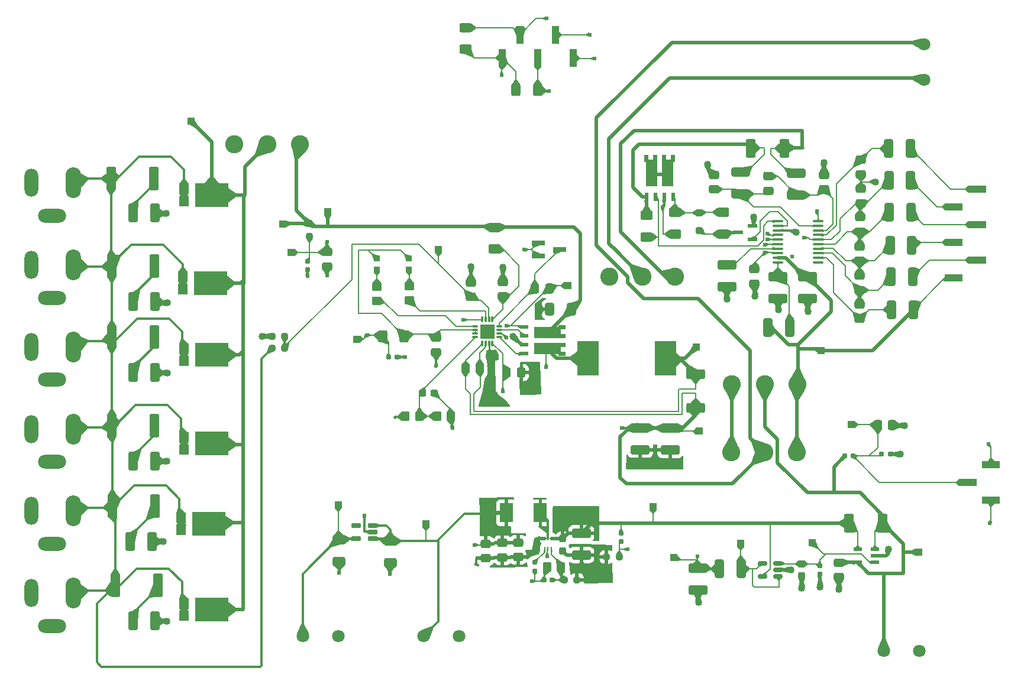
<source format=gbr>
%TF.GenerationSoftware,KiCad,Pcbnew,7.0.6-0*%
%TF.CreationDate,2024-04-17T06:46:49-03:00*%
%TF.ProjectId,Buoy,42756f79-2e6b-4696-9361-645f70636258,rev?*%
%TF.SameCoordinates,Original*%
%TF.FileFunction,Copper,L1,Top*%
%TF.FilePolarity,Positive*%
%FSLAX46Y46*%
G04 Gerber Fmt 4.6, Leading zero omitted, Abs format (unit mm)*
G04 Created by KiCad (PCBNEW 7.0.6-0) date 2024-04-17 06:46:49*
%MOMM*%
%LPD*%
G01*
G04 APERTURE LIST*
G04 Aperture macros list*
%AMRoundRect*
0 Rectangle with rounded corners*
0 $1 Rounding radius*
0 $2 $3 $4 $5 $6 $7 $8 $9 X,Y pos of 4 corners*
0 Add a 4 corners polygon primitive as box body*
4,1,4,$2,$3,$4,$5,$6,$7,$8,$9,$2,$3,0*
0 Add four circle primitives for the rounded corners*
1,1,$1+$1,$2,$3*
1,1,$1+$1,$4,$5*
1,1,$1+$1,$6,$7*
1,1,$1+$1,$8,$9*
0 Add four rect primitives between the rounded corners*
20,1,$1+$1,$2,$3,$4,$5,0*
20,1,$1+$1,$4,$5,$6,$7,0*
20,1,$1+$1,$6,$7,$8,$9,0*
20,1,$1+$1,$8,$9,$2,$3,0*%
%AMFreePoly0*
4,1,29,2.103536,0.798536,2.105000,0.795000,2.105000,0.775000,2.805000,0.775000,2.808536,0.773536,2.810000,0.770000,2.810000,0.160000,2.808536,0.156464,2.805000,0.155000,2.105000,0.155000,2.105000,-0.495000,2.805000,-0.495000,2.808536,-0.496464,2.810000,-0.500000,2.810000,-1.110000,2.808536,-1.113536,2.805000,-1.115000,1.785000,-1.115000,1.781464,-1.113536,1.780000,-1.110000,
1.780000,-0.860000,-1.715000,-0.860000,-1.718536,-0.858536,-1.720000,-0.855000,-1.720000,0.795000,-1.718536,0.798536,-1.715000,0.800000,2.100000,0.800000,2.103536,0.798536,2.103536,0.798536,$1*%
%AMFreePoly1*
4,1,29,2.808536,1.113536,2.810000,1.110000,2.810000,0.500000,2.808536,0.496464,2.805000,0.495000,2.105000,0.495000,2.105000,-0.155000,2.805000,-0.155000,2.808536,-0.156464,2.810000,-0.160000,2.810000,-0.770000,2.808536,-0.773536,2.805000,-0.775000,2.105000,-0.775000,2.105000,-0.795000,2.103536,-0.798536,2.100000,-0.800000,-1.715000,-0.800000,-1.718536,-0.798536,-1.720000,-0.795000,
-1.720000,0.855000,-1.718536,0.858536,-1.715000,0.860000,1.780000,0.860000,1.780000,1.110000,1.781464,1.113536,1.785000,1.115000,2.805000,1.115000,2.808536,1.113536,2.808536,1.113536,$1*%
G04 Aperture macros list end*
%TA.AperFunction,SMDPad,CuDef*%
%ADD10RoundRect,0.250000X0.400000X1.075000X-0.400000X1.075000X-0.400000X-1.075000X0.400000X-1.075000X0*%
%TD*%
%TA.AperFunction,SMDPad,CuDef*%
%ADD11RoundRect,0.250000X-0.412500X-1.100000X0.412500X-1.100000X0.412500X1.100000X-0.412500X1.100000X0*%
%TD*%
%TA.AperFunction,SMDPad,CuDef*%
%ADD12R,1.000000X1.000000*%
%TD*%
%TA.AperFunction,SMDPad,CuDef*%
%ADD13R,2.510000X1.000000*%
%TD*%
%TA.AperFunction,SMDPad,CuDef*%
%ADD14R,0.930000X0.810000*%
%TD*%
%TA.AperFunction,SMDPad,CuDef*%
%ADD15RoundRect,0.237500X0.250000X0.237500X-0.250000X0.237500X-0.250000X-0.237500X0.250000X-0.237500X0*%
%TD*%
%TA.AperFunction,SMDPad,CuDef*%
%ADD16RoundRect,0.250000X0.625000X-0.400000X0.625000X0.400000X-0.625000X0.400000X-0.625000X-0.400000X0*%
%TD*%
%TA.AperFunction,SMDPad,CuDef*%
%ADD17RoundRect,0.237500X-0.237500X0.300000X-0.237500X-0.300000X0.237500X-0.300000X0.237500X0.300000X0*%
%TD*%
%TA.AperFunction,SMDPad,CuDef*%
%ADD18RoundRect,0.250000X-0.650000X0.412500X-0.650000X-0.412500X0.650000X-0.412500X0.650000X0.412500X0*%
%TD*%
%TA.AperFunction,SMDPad,CuDef*%
%ADD19RoundRect,0.250000X-0.450000X0.350000X-0.450000X-0.350000X0.450000X-0.350000X0.450000X0.350000X0*%
%TD*%
%TA.AperFunction,ComponentPad*%
%ADD20C,2.600000*%
%TD*%
%TA.AperFunction,SMDPad,CuDef*%
%ADD21RoundRect,0.250000X-0.475000X0.337500X-0.475000X-0.337500X0.475000X-0.337500X0.475000X0.337500X0*%
%TD*%
%TA.AperFunction,SMDPad,CuDef*%
%ADD22RoundRect,0.250000X-1.100000X0.412500X-1.100000X-0.412500X1.100000X-0.412500X1.100000X0.412500X0*%
%TD*%
%TA.AperFunction,SMDPad,CuDef*%
%ADD23RoundRect,0.088500X0.516500X0.206500X-0.516500X0.206500X-0.516500X-0.206500X0.516500X-0.206500X0*%
%TD*%
%TA.AperFunction,SMDPad,CuDef*%
%ADD24RoundRect,0.160000X-0.160000X0.197500X-0.160000X-0.197500X0.160000X-0.197500X0.160000X0.197500X0*%
%TD*%
%TA.AperFunction,SMDPad,CuDef*%
%ADD25R,1.400000X1.390000*%
%TD*%
%TA.AperFunction,SMDPad,CuDef*%
%ADD26R,4.860000X3.360000*%
%TD*%
%TA.AperFunction,SMDPad,CuDef*%
%ADD27RoundRect,0.250000X0.475000X-0.337500X0.475000X0.337500X-0.475000X0.337500X-0.475000X-0.337500X0*%
%TD*%
%TA.AperFunction,SMDPad,CuDef*%
%ADD28RoundRect,0.250000X-0.625000X0.400000X-0.625000X-0.400000X0.625000X-0.400000X0.625000X0.400000X0*%
%TD*%
%TA.AperFunction,SMDPad,CuDef*%
%ADD29RoundRect,0.249999X-0.450001X-1.425001X0.450001X-1.425001X0.450001X1.425001X-0.450001X1.425001X0*%
%TD*%
%TA.AperFunction,SMDPad,CuDef*%
%ADD30RoundRect,0.250000X-0.400000X-1.075000X0.400000X-1.075000X0.400000X1.075000X-0.400000X1.075000X0*%
%TD*%
%TA.AperFunction,SMDPad,CuDef*%
%ADD31R,1.320800X0.558800*%
%TD*%
%TA.AperFunction,SMDPad,CuDef*%
%ADD32R,0.610000X1.270000*%
%TD*%
%TA.AperFunction,SMDPad,CuDef*%
%ADD33FreePoly0,90.000000*%
%TD*%
%TA.AperFunction,SMDPad,CuDef*%
%ADD34FreePoly1,90.000000*%
%TD*%
%TA.AperFunction,SMDPad,CuDef*%
%ADD35RoundRect,0.060000X0.615000X-0.240000X0.615000X0.240000X-0.615000X0.240000X-0.615000X-0.240000X0*%
%TD*%
%TA.AperFunction,SMDPad,CuDef*%
%ADD36RoundRect,0.150000X0.512500X0.150000X-0.512500X0.150000X-0.512500X-0.150000X0.512500X-0.150000X0*%
%TD*%
%TA.AperFunction,SMDPad,CuDef*%
%ADD37RoundRect,0.160000X-0.197500X-0.160000X0.197500X-0.160000X0.197500X0.160000X-0.197500X0.160000X0*%
%TD*%
%TA.AperFunction,ComponentPad*%
%ADD38C,1.803400*%
%TD*%
%TA.AperFunction,SMDPad,CuDef*%
%ADD39RoundRect,0.237500X-0.237500X0.250000X-0.237500X-0.250000X0.237500X-0.250000X0.237500X0.250000X0*%
%TD*%
%TA.AperFunction,SMDPad,CuDef*%
%ADD40RoundRect,0.249999X-1.075001X0.450001X-1.075001X-0.450001X1.075001X-0.450001X1.075001X0.450001X0*%
%TD*%
%TA.AperFunction,SMDPad,CuDef*%
%ADD41RoundRect,0.100000X-0.637500X-0.100000X0.637500X-0.100000X0.637500X0.100000X-0.637500X0.100000X0*%
%TD*%
%TA.AperFunction,SMDPad,CuDef*%
%ADD42RoundRect,0.250000X-0.250000X0.250000X-0.250000X-0.250000X0.250000X-0.250000X0.250000X0.250000X0*%
%TD*%
%TA.AperFunction,ComponentPad*%
%ADD43O,2.200000X4.400000*%
%TD*%
%TA.AperFunction,ComponentPad*%
%ADD44O,2.000000X4.000000*%
%TD*%
%TA.AperFunction,ComponentPad*%
%ADD45O,4.000000X2.000000*%
%TD*%
%TA.AperFunction,SMDPad,CuDef*%
%ADD46RoundRect,0.249999X0.450001X1.075001X-0.450001X1.075001X-0.450001X-1.075001X0.450001X-1.075001X0*%
%TD*%
%TA.AperFunction,SMDPad,CuDef*%
%ADD47RoundRect,0.250000X-0.400000X-0.625000X0.400000X-0.625000X0.400000X0.625000X-0.400000X0.625000X0*%
%TD*%
%TA.AperFunction,SMDPad,CuDef*%
%ADD48RoundRect,0.250000X-0.350000X-0.450000X0.350000X-0.450000X0.350000X0.450000X-0.350000X0.450000X0*%
%TD*%
%TA.AperFunction,SMDPad,CuDef*%
%ADD49RoundRect,0.250000X0.350000X0.450000X-0.350000X0.450000X-0.350000X-0.450000X0.350000X-0.450000X0*%
%TD*%
%TA.AperFunction,SMDPad,CuDef*%
%ADD50RoundRect,0.006900X-0.108100X0.368100X-0.108100X-0.368100X0.108100X-0.368100X0.108100X0.368100X0*%
%TD*%
%TA.AperFunction,SMDPad,CuDef*%
%ADD51RoundRect,0.006900X-0.368100X-0.108100X0.368100X-0.108100X0.368100X0.108100X-0.368100X0.108100X0*%
%TD*%
%TA.AperFunction,SMDPad,CuDef*%
%ADD52R,2.140000X2.140000*%
%TD*%
%TA.AperFunction,SMDPad,CuDef*%
%ADD53R,1.903000X2.790000*%
%TD*%
%TA.AperFunction,SMDPad,CuDef*%
%ADD54RoundRect,0.237500X0.300000X0.237500X-0.300000X0.237500X-0.300000X-0.237500X0.300000X-0.237500X0*%
%TD*%
%TA.AperFunction,SMDPad,CuDef*%
%ADD55RoundRect,0.250000X0.337500X0.475000X-0.337500X0.475000X-0.337500X-0.475000X0.337500X-0.475000X0*%
%TD*%
%TA.AperFunction,SMDPad,CuDef*%
%ADD56R,1.000000X2.510000*%
%TD*%
%TA.AperFunction,SMDPad,CuDef*%
%ADD57RoundRect,0.250000X1.075000X-0.400000X1.075000X0.400000X-1.075000X0.400000X-1.075000X-0.400000X0*%
%TD*%
%TA.AperFunction,SMDPad,CuDef*%
%ADD58R,1.270000X0.610000*%
%TD*%
%TA.AperFunction,SMDPad,CuDef*%
%ADD59FreePoly0,0.000000*%
%TD*%
%TA.AperFunction,SMDPad,CuDef*%
%ADD60FreePoly1,0.000000*%
%TD*%
%TA.AperFunction,SMDPad,CuDef*%
%ADD61R,3.100000X5.000000*%
%TD*%
%TA.AperFunction,SMDPad,CuDef*%
%ADD62RoundRect,0.155000X-0.212500X-0.155000X0.212500X-0.155000X0.212500X0.155000X-0.212500X0.155000X0*%
%TD*%
%TA.AperFunction,SMDPad,CuDef*%
%ADD63RoundRect,0.237500X-0.250000X-0.237500X0.250000X-0.237500X0.250000X0.237500X-0.250000X0.237500X0*%
%TD*%
%TA.AperFunction,SMDPad,CuDef*%
%ADD64RoundRect,0.250000X-0.337500X-0.475000X0.337500X-0.475000X0.337500X0.475000X-0.337500X0.475000X0*%
%TD*%
%TA.AperFunction,SMDPad,CuDef*%
%ADD65R,1.900000X0.800000*%
%TD*%
%TA.AperFunction,SMDPad,CuDef*%
%ADD66R,0.279400X0.606400*%
%TD*%
%TA.AperFunction,SMDPad,CuDef*%
%ADD67RoundRect,0.250000X0.412500X0.650000X-0.412500X0.650000X-0.412500X-0.650000X0.412500X-0.650000X0*%
%TD*%
%TA.AperFunction,ViaPad*%
%ADD68C,1.016000*%
%TD*%
%TA.AperFunction,ViaPad*%
%ADD69C,0.609600*%
%TD*%
%TA.AperFunction,ViaPad*%
%ADD70C,0.600000*%
%TD*%
%TA.AperFunction,ViaPad*%
%ADD71C,0.508000*%
%TD*%
%TA.AperFunction,Conductor*%
%ADD72C,0.152400*%
%TD*%
%TA.AperFunction,Conductor*%
%ADD73C,0.508000*%
%TD*%
%TA.AperFunction,Conductor*%
%ADD74C,0.304800*%
%TD*%
%TA.AperFunction,Conductor*%
%ADD75C,0.260000*%
%TD*%
%TA.AperFunction,Conductor*%
%ADD76C,1.000000*%
%TD*%
%TA.AperFunction,Conductor*%
%ADD77C,0.150000*%
%TD*%
G04 APERTURE END LIST*
D10*
%TO.P,R18,1*%
%TO.N,Net-(U1--)*%
X186729264Y-119590000D03*
%TO.P,R18,2*%
%TO.N,/ADC current*%
X183629264Y-119590000D03*
%TD*%
D11*
%TO.P,CBJ3,1*%
%TO.N,Net-(CBJ3-Pad1)*%
X99704250Y-91483500D03*
%TO.P,CBJ3,2*%
%TO.N,PGND*%
X102829250Y-91483500D03*
%TD*%
D12*
%TO.P,TP10,1,1*%
%TO.N,TS*%
X131695000Y-86677500D03*
%TD*%
D11*
%TO.P,CBJ1,1*%
%TO.N,Net-(CBJ1-Pad1)*%
X99704250Y-68623500D03*
%TO.P,CBJ1,2*%
%TO.N,PGND*%
X102829250Y-68623500D03*
%TD*%
D13*
%TO.P,J13,1,Pin_1*%
%TO.N,Net-(J13-Pin_1)*%
X220500000Y-65220000D03*
%TO.P,J13,2,Pin_2*%
%TO.N,Net-(J13-Pin_2)*%
X217190000Y-67760000D03*
%TO.P,J13,3,Pin_3*%
%TO.N,Net-(J13-Pin_3)*%
X220500000Y-70300000D03*
%TO.P,J13,4,Pin_4*%
%TO.N,Net-(J13-Pin_4)*%
X217190000Y-72840000D03*
%TO.P,J13,5,Pin_5*%
%TO.N,Net-(J13-Pin_5)*%
X220500000Y-75380000D03*
%TO.P,J13,6,Pin_6*%
%TO.N,/Batman*%
X217190000Y-77920000D03*
%TD*%
D11*
%TO.P,CBJ4,1*%
%TO.N,Net-(CBJ4-Pad1)*%
X99704250Y-104183500D03*
%TO.P,CBJ4,2*%
%TO.N,PGND*%
X102829250Y-104183500D03*
%TD*%
D14*
%TO.P,D2,1,K*%
%TO.N,Net-(D2-K)*%
X139205000Y-76767500D03*
%TO.P,D2,2,A*%
%TO.N,VREF*%
X139205000Y-75147500D03*
%TD*%
D15*
%TO.P,R7,1*%
%TO.N,Net-(U2-MPPSET)*%
X121421750Y-86263500D03*
%TO.P,R7,2*%
%TO.N,PGND*%
X119596750Y-86263500D03*
%TD*%
D12*
%TO.P,TP17,1,1*%
%TO.N,/Batman*%
X198230000Y-88300000D03*
%TD*%
D16*
%TO.P,R30,1*%
%TO.N,Net-(U4-DSG)*%
X173230000Y-72080000D03*
%TO.P,R30,2*%
%TO.N,Net-(Q1-Pad1)*%
X173230000Y-68980000D03*
%TD*%
D17*
%TO.P,C9,1*%
%TO.N,Net-(U1-+)*%
X195420000Y-118857500D03*
%TO.P,C9,2*%
%TO.N,PGND*%
X195420000Y-120582500D03*
%TD*%
D18*
%TO.P,C20,1*%
%TO.N,Net-(J7-Pin_1)*%
X129218000Y-115407500D03*
%TO.P,C20,2*%
%TO.N,PGND*%
X129218000Y-118532500D03*
%TD*%
D12*
%TO.P,TP8,1,1*%
%TO.N,Net-(U1--)*%
X186689264Y-115957500D03*
%TD*%
D19*
%TO.P,R4,1*%
%TO.N,Net-(D2-K)*%
X139275000Y-79107500D03*
%TO.P,R4,2*%
%TO.N,STAT1*%
X139275000Y-81107500D03*
%TD*%
D20*
%TO.P,SW4,1,A*%
%TO.N,/Non-Batman*%
X185440000Y-93180000D03*
%TO.P,SW4,2,B*%
%TO.N,/Bat_out*%
X190140000Y-93180000D03*
%TO.P,SW4,3,C*%
%TO.N,/Batman*%
X194840000Y-93180000D03*
%TD*%
D21*
%TO.P,C32,1*%
%TO.N,PGND*%
X198607500Y-63157500D03*
%TO.P,C32,2*%
%TO.N,Net-(U4-SRP)*%
X198607500Y-65232500D03*
%TD*%
D22*
%TO.P,C11,1*%
%TO.N,/ADC current*%
X180579264Y-119455000D03*
%TO.P,C11,2*%
%TO.N,PGND*%
X180579264Y-122580000D03*
%TD*%
D17*
%TO.P,C12,1*%
%TO.N,Net-(U1-V+)*%
X161200000Y-115277500D03*
%TO.P,C12,2*%
%TO.N,PGND*%
X161200000Y-117002500D03*
%TD*%
D23*
%TO.P,U3,1*%
%TO.N,Net-(U1-+)*%
X205922500Y-118652500D03*
%TO.P,U3,2,GND*%
%TO.N,PGND*%
X205922500Y-117702500D03*
%TO.P,U3,3,+*%
%TO.N,/Bat_out*%
X205922500Y-116752500D03*
%TO.P,U3,4,-*%
%TO.N,Net-(U1-V+)*%
X203412500Y-116752500D03*
%TO.P,U3,5,V+*%
%TO.N,/Bat_out*%
X203412500Y-118652500D03*
%TD*%
D24*
%TO.P,R9,1*%
%TO.N,/ADC PV*%
X124667500Y-75532500D03*
%TO.P,R9,2*%
%TO.N,PGND*%
X124667500Y-76727500D03*
%TD*%
D21*
%TO.P,C4,1*%
%TO.N,/ADC PV*%
X127460000Y-74212500D03*
%TO.P,C4,2*%
%TO.N,PGND*%
X127460000Y-76287500D03*
%TD*%
D20*
%TO.P,SW2,1,A*%
%TO.N,Net-(SW2-A)*%
X177277500Y-77732500D03*
%TO.P,SW2,2,B*%
%TO.N,Net-(J14-Pin_1)*%
X172577500Y-77732500D03*
%TO.P,SW2,3,C*%
%TO.N,PGND*%
X167877500Y-77732500D03*
%TD*%
D25*
%TO.P,D4,1*%
%TO.N,/PV_connection*%
X106808250Y-77743500D03*
%TO.P,D4,2*%
X106808250Y-79583500D03*
D26*
%TO.P,D4,3*%
%TO.N,/V_solar_in*%
X110790250Y-78663500D03*
%TD*%
D27*
%TO.P,C24,1*%
%TO.N,Net-(U4-VC2)*%
X203790000Y-71297500D03*
%TO.P,C24,2*%
%TO.N,Net-(U4-VC1)*%
X203790000Y-69222500D03*
%TD*%
D13*
%TO.P,J9,1,Pin_1*%
%TO.N,/ADC PV*%
X222520000Y-104660000D03*
%TO.P,J9,2,Pin_2*%
%TO.N,/ADC VBAT*%
X219210000Y-107200000D03*
%TO.P,J9,3,Pin_3*%
%TO.N,/ADC current*%
X222520000Y-109740000D03*
%TD*%
D28*
%TO.P,R11,1*%
%TO.N,/V_solar_out*%
X151480000Y-70690000D03*
%TO.P,R11,2*%
%TO.N,Net-(U2-VCC)*%
X151480000Y-73790000D03*
%TD*%
D16*
%TO.P,R19,1*%
%TO.N,Net-(J10-Pin_5)*%
X147300000Y-45180000D03*
%TO.P,R19,2*%
%TO.N,Net-(J10-Pin_4)*%
X147300000Y-42080000D03*
%TD*%
D29*
%TO.P,RBJ5,1*%
%TO.N,/PV_connection*%
X96767750Y-110583500D03*
%TO.P,RBJ5,2*%
%TO.N,Net-(CBJ5-Pad1)*%
X102867750Y-110583500D03*
%TD*%
D27*
%TO.P,C21,1*%
%TO.N,Net-(U4-VC5)*%
X203720000Y-83767500D03*
%TO.P,C21,2*%
%TO.N,Net-(U4-VC4)*%
X203720000Y-81692500D03*
%TD*%
D30*
%TO.P,R23,1*%
%TO.N,Net-(U4-VC5)*%
X208290000Y-82450000D03*
%TO.P,R23,2*%
%TO.N,/Batman*%
X211390000Y-82450000D03*
%TD*%
D12*
%TO.P,TP14,1,1*%
%TO.N,/V_solar_out*%
X127600000Y-68460000D03*
%TD*%
D31*
%TO.P,Q2,1,D*%
%TO.N,Net-(Q2-D)*%
X188343500Y-72390200D03*
%TO.P,Q2,2,G*%
%TO.N,PGND*%
X188343500Y-70459800D03*
%TO.P,Q2,3,S*%
%TO.N,Net-(D10-A)*%
X186311500Y-71425000D03*
%TD*%
D32*
%TO.P,Q1,1*%
%TO.N,Net-(Q1-Pad1)*%
X173175000Y-66280000D03*
%TO.P,Q1,2*%
%TO.N,Net-(U4-DSG)*%
X174445000Y-66280000D03*
%TO.P,Q1,3*%
%TO.N,PGND*%
X175715000Y-66280000D03*
%TO.P,Q1,4*%
%TO.N,Net-(D10-K)*%
X176985000Y-66280000D03*
D33*
%TO.P,Q1,5_6_10*%
%TO.N,Net-(Q1-Pad5_6_10)*%
X176180000Y-63110000D03*
D34*
%TO.P,Q1,7_8_9*%
X173980000Y-63110000D03*
%TD*%
D30*
%TO.P,R28,1*%
%TO.N,Net-(U4-VC0)*%
X207840000Y-59390000D03*
%TO.P,R28,2*%
%TO.N,Net-(J13-Pin_1)*%
X210940000Y-59390000D03*
%TD*%
D12*
%TO.P,TP2,1,1*%
%TO.N,/3.4V*%
X141620000Y-113130000D03*
%TD*%
%TO.P,TP4,1,1*%
%TO.N,/Bat_out*%
X212161000Y-117180000D03*
%TD*%
D25*
%TO.P,D9,1*%
%TO.N,/PV_connection*%
X107008250Y-124503500D03*
%TO.P,D9,2*%
X107008250Y-126343500D03*
D26*
%TO.P,D9,3*%
%TO.N,/V_solar_in*%
X110990250Y-125423500D03*
%TD*%
D16*
%TO.P,R32,1*%
%TO.N,Net-(D10-A)*%
X184097500Y-71635000D03*
%TO.P,R32,2*%
%TO.N,Net-(D10-K)*%
X184097500Y-68535000D03*
%TD*%
D35*
%TO.P,U6,1,VIN*%
%TO.N,/3.4V*%
X134048000Y-115290000D03*
%TO.P,U6,2,GND*%
%TO.N,PGND*%
X134048000Y-114340000D03*
%TO.P,U6,3,EN*%
%TO.N,/3.4V*%
X134048000Y-113390000D03*
%TO.P,U6,4,NC*%
%TO.N,unconnected-(U6-NC-Pad4)*%
X131678000Y-113390000D03*
%TO.P,U6,5,VOUT*%
%TO.N,Net-(J7-Pin_1)*%
X131678000Y-115290000D03*
%TD*%
D11*
%TO.P,CBJ2,1*%
%TO.N,Net-(CBJ2-Pad1)*%
X99704250Y-81323500D03*
%TO.P,CBJ2,2*%
%TO.N,PGND*%
X102829250Y-81323500D03*
%TD*%
D36*
%TO.P,U1,1*%
%TO.N,Net-(U1--)*%
X192049264Y-120680000D03*
%TO.P,U1,2,V-*%
%TO.N,PGND*%
X192049264Y-119730000D03*
%TO.P,U1,3,+*%
%TO.N,Net-(U1-+)*%
X192049264Y-118780000D03*
%TO.P,U1,4,-*%
%TO.N,Net-(U1--)*%
X189774264Y-118780000D03*
%TO.P,U1,5,V+*%
%TO.N,Net-(U1-V+)*%
X189774264Y-120680000D03*
%TD*%
D14*
%TO.P,D3,1,K*%
%TO.N,Net-(D3-K)*%
X134575000Y-76767500D03*
%TO.P,D3,2,A*%
%TO.N,VREF*%
X134575000Y-75147500D03*
%TD*%
D21*
%TO.P,C36,1*%
%TO.N,/3.4V*%
X152590000Y-115882500D03*
%TO.P,C36,2*%
%TO.N,PGND*%
X152590000Y-117957500D03*
%TD*%
D37*
%TO.P,R10,1*%
%TO.N,/ADC VBAT*%
X206860000Y-103148750D03*
%TO.P,R10,2*%
%TO.N,PGND*%
X208055000Y-103148750D03*
%TD*%
D27*
%TO.P,C26,1*%
%TO.N,PGND*%
X203830000Y-63097500D03*
%TO.P,C26,2*%
%TO.N,Net-(U4-VC0)*%
X203830000Y-61022500D03*
%TD*%
D25*
%TO.P,D7,1*%
%TO.N,/PV_connection*%
X107008250Y-100723500D03*
%TO.P,D7,2*%
X107008250Y-102563500D03*
D26*
%TO.P,D7,3*%
%TO.N,/V_solar_in*%
X110990250Y-101643500D03*
%TD*%
D38*
%TO.P,J7,1,Pin_1*%
%TO.N,Net-(J7-Pin_1)*%
X124003400Y-129185000D03*
%TO.P,J7,2,Pin_2*%
%TO.N,PGND*%
X129083400Y-129185000D03*
%TD*%
D39*
%TO.P,R8,1*%
%TO.N,/V_solar_out*%
X124982500Y-70137500D03*
%TO.P,R8,2*%
%TO.N,/ADC PV*%
X124982500Y-71962500D03*
%TD*%
D40*
%TO.P,R6_SR1,1*%
%TO.N,/Power_out*%
X180250000Y-91720000D03*
%TO.P,R6_SR1,2*%
%TO.N,/Bat_in*%
X180250000Y-96520000D03*
%TD*%
D41*
%TO.P,U4,1,DSG*%
%TO.N,Net-(U4-DSG)*%
X192002500Y-69825000D03*
%TO.P,U4,2,CHG*%
%TO.N,Net-(Q2-D)*%
X192002500Y-70475000D03*
%TO.P,U4,3,VSS*%
%TO.N,PGND*%
X192002500Y-71125000D03*
%TO.P,U4,4,SDA*%
%TO.N,Net-(J10-Pin_4)*%
X192002500Y-71775000D03*
%TO.P,U4,5,SCL*%
%TO.N,Net-(J10-Pin_3)*%
X192002500Y-72425000D03*
%TO.P,U4,6,TS1*%
%TO.N,Net-(J10-Pin_1)*%
X192002500Y-73075000D03*
%TO.P,U4,7,CAP1*%
%TO.N,Net-(U4-CAP1)*%
X192002500Y-73725000D03*
%TO.P,U4,8,REGOUT*%
%TO.N,Net-(J10-Pin_5)*%
X192002500Y-74375000D03*
%TO.P,U4,9,REGSRC*%
%TO.N,/Batman*%
X192002500Y-75025000D03*
%TO.P,U4,10,BAT*%
%TO.N,Net-(U4-BAT)*%
X192002500Y-75675000D03*
%TO.P,U4,11,NC*%
%TO.N,unconnected-(U4-NC-Pad11)*%
X197727500Y-75675000D03*
%TO.P,U4,12,VC5*%
%TO.N,Net-(U4-VC5)*%
X197727500Y-75025000D03*
%TO.P,U4,13,VC4*%
%TO.N,Net-(U4-VC4)*%
X197727500Y-74375000D03*
%TO.P,U4,14,VC3*%
%TO.N,Net-(U4-VC3)*%
X197727500Y-73725000D03*
%TO.P,U4,15,VC2*%
%TO.N,Net-(U4-VC2)*%
X197727500Y-73075000D03*
%TO.P,U4,16,VC1*%
%TO.N,Net-(U4-VC1)*%
X197727500Y-72425000D03*
%TO.P,U4,17,VC0*%
%TO.N,Net-(U4-VC0)*%
X197727500Y-71775000D03*
%TO.P,U4,18,SRP*%
%TO.N,Net-(U4-SRP)*%
X197727500Y-71125000D03*
%TO.P,U4,19,SRN*%
%TO.N,Net-(U4-SRN)*%
X197727500Y-70475000D03*
%TO.P,U4,20,ALERT*%
%TO.N,Net-(J10-Pin_2)*%
X197727500Y-69825000D03*
%TD*%
D12*
%TO.P,TP13,1,1*%
%TO.N,/PH*%
X161910000Y-79020000D03*
%TD*%
%TO.P,TP16,1,1*%
%TO.N,/Bat_in*%
X180780000Y-99880000D03*
%TD*%
D42*
%TO.P,D10,1,K*%
%TO.N,Net-(D10-K)*%
X180727500Y-68605000D03*
%TO.P,D10,2,A*%
%TO.N,Net-(D10-A)*%
X180727500Y-71105000D03*
%TD*%
D12*
%TO.P,TP3,1,1*%
%TO.N,/ADC VBAT*%
X202490000Y-98938750D03*
%TD*%
D28*
%TO.P,R31,1*%
%TO.N,Net-(D10-K)*%
X177257500Y-68535000D03*
%TO.P,R31,2*%
%TO.N,PGND*%
X177257500Y-71635000D03*
%TD*%
D12*
%TO.P,TP20,1,1*%
%TO.N,/ADC PV*%
X122340000Y-74250000D03*
%TD*%
D43*
%TO.P,J5,1*%
%TO.N,/PV_connection*%
X91161750Y-111313500D03*
D44*
%TO.P,J5,2*%
%TO.N,PGND*%
X85161750Y-111313500D03*
D45*
%TO.P,J5,3*%
X88161750Y-116013500D03*
%TD*%
D37*
%TO.P,R37,1*%
%TO.N,TS*%
X136265000Y-89260000D03*
%TO.P,R37,2*%
%TO.N,PGND*%
X137460000Y-89260000D03*
%TD*%
D30*
%TO.P,R24,1*%
%TO.N,Net-(U4-VC4)*%
X208190000Y-77780000D03*
%TO.P,R24,2*%
%TO.N,Net-(J13-Pin_5)*%
X211290000Y-77780000D03*
%TD*%
D46*
%TO.P,R29,1*%
%TO.N,Net-(SW2-A)*%
X192907500Y-59335000D03*
%TO.P,R29,2*%
%TO.N,Net-(Q1-Pad1)*%
X188107500Y-59335000D03*
%TD*%
D18*
%TO.P,C19,1*%
%TO.N,/3.4V*%
X136518000Y-115597500D03*
%TO.P,C19,2*%
%TO.N,PGND*%
X136518000Y-118722500D03*
%TD*%
D30*
%TO.P,R26,1*%
%TO.N,Net-(U4-VC2)*%
X207940000Y-68490000D03*
%TO.P,R26,2*%
%TO.N,Net-(J13-Pin_3)*%
X211040000Y-68490000D03*
%TD*%
D12*
%TO.P,TP1,1,1*%
%TO.N,Net-(J7-Pin_1)*%
X129070000Y-110420000D03*
%TD*%
D47*
%TO.P,R20,1*%
%TO.N,Net-(J10-Pin_5)*%
X154530000Y-50960000D03*
%TO.P,R20,2*%
%TO.N,Net-(J10-Pin_3)*%
X157630000Y-50960000D03*
%TD*%
D46*
%TO.P,R12,1*%
%TO.N,/Bat_out*%
X206990000Y-113042500D03*
%TO.P,R12,2*%
%TO.N,Net-(U1-V+)*%
X202190000Y-113042500D03*
%TD*%
D21*
%TO.P,C2,1*%
%TO.N,/Bat_out*%
X200750000Y-118685000D03*
%TO.P,C2,2*%
%TO.N,PGND*%
X200750000Y-120760000D03*
%TD*%
D11*
%TO.P,CBJ6,1*%
%TO.N,Net-(CBJ6-Pad1)*%
X99704250Y-127043500D03*
%TO.P,CBJ6,2*%
%TO.N,PGND*%
X102829250Y-127043500D03*
%TD*%
D30*
%TO.P,R27,1*%
%TO.N,Net-(U4-VC1)*%
X207890000Y-63960000D03*
%TO.P,R27,2*%
%TO.N,Net-(J13-Pin_2)*%
X210990000Y-63960000D03*
%TD*%
D24*
%TO.P,R21,1*%
%TO.N,Net-(U5-PG)*%
X157220000Y-118672500D03*
%TO.P,R21,2*%
%TO.N,/3.4V*%
X157220000Y-119867500D03*
%TD*%
D48*
%TO.P,R22,1*%
%TO.N,/3.4V*%
X158970000Y-119340000D03*
%TO.P,R22,2*%
%TO.N,Net-(U5-FB)*%
X160970000Y-119340000D03*
%TD*%
D43*
%TO.P,J2,1*%
%TO.N,/PV_connection*%
X91161750Y-76063500D03*
D44*
%TO.P,J2,2*%
%TO.N,PGND*%
X85161750Y-76063500D03*
D45*
%TO.P,J2,3*%
X88161750Y-80763500D03*
%TD*%
D12*
%TO.P,TP15,1,1*%
%TO.N,/Power_out*%
X180340000Y-87820000D03*
%TD*%
D25*
%TO.P,D5,1*%
%TO.N,/PV_connection*%
X107008250Y-88023500D03*
%TO.P,D5,2*%
X107008250Y-89863500D03*
D26*
%TO.P,D5,3*%
%TO.N,/V_solar_in*%
X110990250Y-88943500D03*
%TD*%
D24*
%TO.P,R16,1*%
%TO.N,Net-(U1-V+)*%
X169540000Y-114490000D03*
%TO.P,R16,2*%
%TO.N,Net-(U5-EN)*%
X169540000Y-115685000D03*
%TD*%
D49*
%TO.P,R15,1*%
%TO.N,Net-(U2-VFB)*%
X140671250Y-97751250D03*
%TO.P,R15,2*%
%TO.N,PGND*%
X138671250Y-97751250D03*
%TD*%
D12*
%TO.P,TP19,1,1*%
%TO.N,/V_solar_out*%
X121130000Y-70210000D03*
%TD*%
D50*
%TO.P,U2,1,VCC*%
%TO.N,Net-(U2-VCC)*%
X151155000Y-83882500D03*
%TO.P,U2,2,MPPSET*%
%TO.N,Net-(U2-MPPSET)*%
X150655000Y-83882500D03*
%TO.P,U2,3,STAT1*%
%TO.N,STAT1*%
X150155000Y-83882500D03*
%TO.P,U2,4,TS*%
%TO.N,TS*%
X149655000Y-83882500D03*
D51*
%TO.P,U2,5,STAT2*%
%TO.N,STAT2*%
X148680000Y-84857500D03*
%TO.P,U2,6,VREF*%
%TO.N,VREF*%
X148680000Y-85357500D03*
%TO.P,U2,7,TERM_EN*%
X148680000Y-85857500D03*
%TO.P,U2,8,VFB*%
%TO.N,Net-(U2-VFB)*%
X148680000Y-86357500D03*
D50*
%TO.P,U2,9,SRN*%
%TO.N,/Bat_in*%
X149655000Y-87332500D03*
%TO.P,U2,10,SRP*%
%TO.N,/Power_out*%
X150155000Y-87332500D03*
%TO.P,U2,11,GND*%
%TO.N,PGND*%
X150655000Y-87332500D03*
%TO.P,U2,12,REGN*%
%TO.N,Net-(U2-REGN)*%
X151155000Y-87332500D03*
D51*
%TO.P,U2,13,LODRV*%
%TO.N,Net-(U2-LODRV)*%
X152130000Y-86357500D03*
%TO.P,U2,14,PH*%
%TO.N,/PH*%
X152130000Y-85857500D03*
%TO.P,U2,15,HIDRV*%
%TO.N,Net-(U2-HIDRV)*%
X152130000Y-85357500D03*
%TO.P,U2,16,BTST*%
%TO.N,Net-(U2-BTST)*%
X152130000Y-84857500D03*
D52*
%TO.P,U2,17,EPAD*%
%TO.N,PGND*%
X150405000Y-85607500D03*
%TD*%
D29*
%TO.P,RBJ2,1*%
%TO.N,/PV_connection*%
X96654250Y-76243500D03*
%TO.P,RBJ2,2*%
%TO.N,Net-(CBJ2-Pad1)*%
X102754250Y-76243500D03*
%TD*%
D53*
%TO.P,L2,1,1*%
%TO.N,Net-(U5-SW)*%
X158010000Y-111560000D03*
%TO.P,L2,2,2*%
%TO.N,/3.4V*%
X153157000Y-111560000D03*
%TD*%
D49*
%TO.P,R13,1*%
%TO.N,/Bat_in*%
X145198750Y-97740000D03*
%TO.P,R13,2*%
%TO.N,Net-(U2-VFB)*%
X143198750Y-97740000D03*
%TD*%
D12*
%TO.P,TP7,1,1*%
%TO.N,/ADC current*%
X177139264Y-117987500D03*
%TD*%
D43*
%TO.P,J1,1*%
%TO.N,/PV_connection*%
X91161750Y-64313500D03*
D44*
%TO.P,J1,2*%
%TO.N,PGND*%
X85161750Y-64313500D03*
D45*
%TO.P,J1,3*%
X88161750Y-69013500D03*
%TD*%
D20*
%TO.P,SW3,1,A*%
%TO.N,/Non-Batman*%
X185330000Y-102860000D03*
%TO.P,SW3,2,B*%
%TO.N,/Bat_in*%
X190030000Y-102860000D03*
%TO.P,SW3,3,C*%
%TO.N,/Batman*%
X194730000Y-102860000D03*
%TD*%
D54*
%TO.P,C15,1*%
%TO.N,/Bat_in*%
X142815000Y-94410000D03*
%TO.P,C15,2*%
%TO.N,Net-(U2-VFB)*%
X141090000Y-94410000D03*
%TD*%
D55*
%TO.P,C14,1*%
%TO.N,/Power_out*%
X149347500Y-90860000D03*
%TO.P,C14,2*%
%TO.N,/Bat_in*%
X147272500Y-90860000D03*
%TD*%
D56*
%TO.P,J10,1,Pin_1*%
%TO.N,Net-(J10-Pin_1)*%
X162690000Y-46390000D03*
%TO.P,J10,2,Pin_2*%
%TO.N,Net-(J10-Pin_2)*%
X160150000Y-43080000D03*
%TO.P,J10,3,Pin_3*%
%TO.N,Net-(J10-Pin_3)*%
X157610000Y-46390000D03*
%TO.P,J10,4,Pin_4*%
%TO.N,Net-(J10-Pin_4)*%
X155070000Y-43080000D03*
%TO.P,J10,5,Pin_5*%
%TO.N,Net-(J10-Pin_5)*%
X152530000Y-46390000D03*
%TD*%
D22*
%TO.P,C29,1*%
%TO.N,Net-(U4-BAT)*%
X192027500Y-77732500D03*
%TO.P,C29,2*%
%TO.N,PGND*%
X192027500Y-80857500D03*
%TD*%
D57*
%TO.P,R34,1*%
%TO.N,Net-(U4-SRP)*%
X194667500Y-66065000D03*
%TO.P,R34,2*%
%TO.N,Net-(SW2-A)*%
X194667500Y-62965000D03*
%TD*%
D27*
%TO.P,C31,1*%
%TO.N,Net-(U4-SRN)*%
X182837500Y-65242500D03*
%TO.P,C31,2*%
%TO.N,PGND*%
X182837500Y-63167500D03*
%TD*%
D30*
%TO.P,R33,1*%
%TO.N,/Batman*%
X190610000Y-85000000D03*
%TO.P,R33,2*%
%TO.N,Net-(U4-BAT)*%
X193710000Y-85000000D03*
%TD*%
D22*
%TO.P,C17,1*%
%TO.N,Net-(U1-V+)*%
X163860000Y-114487500D03*
%TO.P,C17,2*%
%TO.N,PGND*%
X163860000Y-117612500D03*
%TD*%
D43*
%TO.P,J3,1*%
%TO.N,/PV_connection*%
X91161750Y-87813500D03*
D44*
%TO.P,J3,2*%
%TO.N,PGND*%
X85161750Y-87813500D03*
D45*
%TO.P,J3,3*%
X88161750Y-92513500D03*
%TD*%
D58*
%TO.P,Q4,1*%
%TO.N,/PH*%
X155680000Y-84982500D03*
%TO.P,Q4,2*%
%TO.N,Net-(U2-HIDRV)*%
X155680000Y-86252500D03*
%TO.P,Q4,3*%
%TO.N,PGND*%
X155680000Y-87522500D03*
%TO.P,Q4,4*%
%TO.N,Net-(U2-LODRV)*%
X155680000Y-88792500D03*
D59*
%TO.P,Q4,5_6_10*%
%TO.N,/PH*%
X158850000Y-87987500D03*
D60*
%TO.P,Q4,7_8_9*%
%TO.N,/V_solar_out*%
X158850000Y-85787500D03*
%TD*%
D12*
%TO.P,TP11,1,1*%
%TO.N,Net-(U2-MPPSET)*%
X143445000Y-73868750D03*
%TD*%
D38*
%TO.P,J14,1,Pin_1*%
%TO.N,Net-(J14-Pin_1)*%
X212955000Y-49516600D03*
%TO.P,J14,2,Pin_2*%
%TO.N,/Bat_in*%
X212955000Y-44436600D03*
%TD*%
D61*
%TO.P,L1,1,1*%
%TO.N,/PH*%
X164800000Y-89450000D03*
%TO.P,L1,2,2*%
%TO.N,/Power_out*%
X175900000Y-89450000D03*
%TD*%
D12*
%TO.P,TP9,1,1*%
%TO.N,/V_solar_in*%
X108021750Y-55473500D03*
%TD*%
D22*
%TO.P,C28,1*%
%TO.N,/Batman*%
X196267500Y-77762500D03*
%TO.P,C28,2*%
%TO.N,PGND*%
X196267500Y-80887500D03*
%TD*%
D62*
%TO.P,C18,1*%
%TO.N,/3.4V*%
X158555000Y-121180000D03*
%TO.P,C18,2*%
%TO.N,Net-(U5-FB)*%
X159690000Y-121180000D03*
%TD*%
D22*
%TO.P,C8,1*%
%TO.N,/Bat_in*%
X176580000Y-99437500D03*
%TO.P,C8,2*%
%TO.N,PGND*%
X176580000Y-102562500D03*
%TD*%
D29*
%TO.P,RBJ4,1*%
%TO.N,/PV_connection*%
X96654250Y-99103500D03*
%TO.P,RBJ4,2*%
%TO.N,Net-(CBJ4-Pad1)*%
X102754250Y-99103500D03*
%TD*%
D21*
%TO.P,C34,1*%
%TO.N,/3.4V*%
X154810000Y-115832500D03*
%TO.P,C34,2*%
%TO.N,PGND*%
X154810000Y-117907500D03*
%TD*%
D27*
%TO.P,C23,1*%
%TO.N,Net-(U4-VC3)*%
X203727500Y-75492500D03*
%TO.P,C23,2*%
%TO.N,Net-(U4-VC2)*%
X203727500Y-73417500D03*
%TD*%
D12*
%TO.P,TP6,1,1*%
%TO.N,Net-(U1-+)*%
X196960000Y-115840000D03*
%TD*%
D22*
%TO.P,C7,1*%
%TO.N,/Bat_in*%
X172305000Y-99396250D03*
%TO.P,C7,2*%
%TO.N,PGND*%
X172305000Y-102521250D03*
%TD*%
D19*
%TO.P,R5,1*%
%TO.N,Net-(D3-K)*%
X134615000Y-79177500D03*
%TO.P,R5,2*%
%TO.N,STAT2*%
X134615000Y-81177500D03*
%TD*%
D22*
%TO.P,C27,1*%
%TO.N,Net-(U4-CAP1)*%
X184700000Y-76087500D03*
%TO.P,C27,2*%
%TO.N,PGND*%
X184700000Y-79212500D03*
%TD*%
D47*
%TO.P,R1,1*%
%TO.N,TS*%
X135415000Y-86267500D03*
%TO.P,R1,2*%
%TO.N,VREF*%
X138515000Y-86267500D03*
%TD*%
D25*
%TO.P,D1,1*%
%TO.N,/PV_connection*%
X107008250Y-65163500D03*
%TO.P,D1,2*%
X107008250Y-67003500D03*
D26*
%TO.P,D1,3*%
%TO.N,/V_solar_in*%
X110990250Y-66083500D03*
%TD*%
D43*
%TO.P,J4,1*%
%TO.N,/PV_connection*%
X91161750Y-99563500D03*
D44*
%TO.P,J4,2*%
%TO.N,PGND*%
X85161750Y-99563500D03*
D45*
%TO.P,J4,3*%
X88161750Y-104263500D03*
%TD*%
D43*
%TO.P,J6,1*%
%TO.N,/PV_connection*%
X91161750Y-123063500D03*
D44*
%TO.P,J6,2*%
%TO.N,PGND*%
X85161750Y-123063500D03*
D45*
%TO.P,J6,3*%
X88161750Y-127763500D03*
%TD*%
D12*
%TO.P,TP5,1,1*%
%TO.N,Net-(U1-V+)*%
X174140000Y-110673750D03*
%TD*%
D63*
%TO.P,R6,1*%
%TO.N,/PV_connection*%
X119606750Y-88013500D03*
%TO.P,R6,2*%
%TO.N,Net-(U2-MPPSET)*%
X121431750Y-88013500D03*
%TD*%
%TO.P,R36,1*%
%TO.N,Net-(U5-FB)*%
X161430000Y-121190000D03*
%TO.P,R36,2*%
%TO.N,PGND*%
X163255000Y-121190000D03*
%TD*%
D27*
%TO.P,C25,1*%
%TO.N,Net-(U4-VC1)*%
X203830000Y-67207500D03*
%TO.P,C25,2*%
%TO.N,PGND*%
X203830000Y-65132500D03*
%TD*%
D38*
%TO.P,J8,1,Pin_1*%
%TO.N,/Bat_out*%
X207153400Y-131365000D03*
%TO.P,J8,2,Pin_2*%
%TO.N,PGND*%
X212233400Y-131365000D03*
%TD*%
D57*
%TO.P,R35,1*%
%TO.N,Net-(U4-SRN)*%
X186657500Y-65895000D03*
%TO.P,R35,2*%
%TO.N,Net-(Q1-Pad1)*%
X186657500Y-62795000D03*
%TD*%
D15*
%TO.P,R17,1*%
%TO.N,Net-(U5-EN)*%
X169292500Y-117880000D03*
%TO.P,R17,2*%
%TO.N,PGND*%
X167467500Y-117880000D03*
%TD*%
D29*
%TO.P,RBJ3,1*%
%TO.N,/PV_connection*%
X96654250Y-86403500D03*
%TO.P,RBJ3,2*%
%TO.N,Net-(CBJ3-Pad1)*%
X102754250Y-86403500D03*
%TD*%
D64*
%TO.P,C1,1*%
%TO.N,/ADC VBAT*%
X206310000Y-99021250D03*
%TO.P,C1,2*%
%TO.N,PGND*%
X208385000Y-99021250D03*
%TD*%
D65*
%TO.P,D6,1*%
%TO.N,Net-(U2-REGN)*%
X157730000Y-72880000D03*
%TO.P,D6,2*%
X157730000Y-74780000D03*
%TO.P,D6,3*%
%TO.N,Net-(U2-BTST)*%
X160730000Y-73830000D03*
%TD*%
D64*
%TO.P,C10,1*%
%TO.N,Net-(U2-REGN)*%
X153180000Y-91470000D03*
%TO.P,C10,2*%
%TO.N,PGND*%
X155255000Y-91470000D03*
%TD*%
D27*
%TO.P,C22,1*%
%TO.N,Net-(U4-VC4)*%
X203720000Y-79665000D03*
%TO.P,C22,2*%
%TO.N,Net-(U4-VC3)*%
X203720000Y-77590000D03*
%TD*%
D24*
%TO.P,R14,1*%
%TO.N,Net-(U1-+)*%
X197990000Y-119152500D03*
%TO.P,R14,2*%
%TO.N,PGND*%
X197990000Y-120347500D03*
%TD*%
D29*
%TO.P,RBJ1,1*%
%TO.N,/PV_connection*%
X96551750Y-63683500D03*
%TO.P,RBJ1,2*%
%TO.N,Net-(CBJ1-Pad1)*%
X102651750Y-63683500D03*
%TD*%
D27*
%TO.P,C6,1*%
%TO.N,Net-(U2-VCC)*%
X152660000Y-80557500D03*
%TO.P,C6,2*%
%TO.N,PGND*%
X152660000Y-78482500D03*
%TD*%
D66*
%TO.P,U5,1,VIN*%
%TO.N,Net-(U1-V+)*%
X159610252Y-115224600D03*
%TO.P,U5,2,SW*%
%TO.N,Net-(U5-SW)*%
X159110126Y-115224600D03*
%TO.P,U5,3,GND*%
%TO.N,PGND*%
X158610000Y-115224600D03*
%TO.P,U5,4,PG*%
%TO.N,Net-(U5-PG)*%
X158610000Y-116720000D03*
%TO.P,U5,5,EN*%
%TO.N,Net-(U5-EN)*%
X159110126Y-116720000D03*
%TO.P,U5,6,FB*%
%TO.N,Net-(U5-FB)*%
X159610252Y-116720000D03*
%TD*%
D27*
%TO.P,C30,1*%
%TO.N,Net-(U4-SRN)*%
X190677500Y-65452500D03*
%TO.P,C30,2*%
%TO.N,Net-(U4-SRP)*%
X190677500Y-63377500D03*
%TD*%
D30*
%TO.P,R25,1*%
%TO.N,Net-(U4-VC3)*%
X208077500Y-73215000D03*
%TO.P,R25,2*%
%TO.N,Net-(J13-Pin_4)*%
X211177500Y-73215000D03*
%TD*%
D11*
%TO.P,CBJ5,1*%
%TO.N,Net-(CBJ5-Pad1)*%
X99307750Y-115663500D03*
%TO.P,CBJ5,2*%
%TO.N,PGND*%
X102432750Y-115663500D03*
%TD*%
D20*
%TO.P,SW1,1,A*%
%TO.N,unconnected-(SW1-A-Pad1)*%
X114220000Y-58800000D03*
%TO.P,SW1,2,B*%
%TO.N,/V_solar_in*%
X118920000Y-58800000D03*
%TO.P,SW1,3,C*%
%TO.N,/V_solar_out*%
X123620000Y-58800000D03*
%TD*%
D27*
%TO.P,C3,1*%
%TO.N,Net-(U2-MPPSET)*%
X148050000Y-80627500D03*
%TO.P,C3,2*%
%TO.N,PGND*%
X148050000Y-78552500D03*
%TD*%
D21*
%TO.P,C33,1*%
%TO.N,Net-(J10-Pin_5)*%
X188637500Y-76677500D03*
%TO.P,C33,2*%
%TO.N,PGND*%
X188637500Y-78752500D03*
%TD*%
D29*
%TO.P,RBJ6,1*%
%TO.N,/PV_connection*%
X97164250Y-121963500D03*
%TO.P,RBJ6,2*%
%TO.N,Net-(CBJ6-Pad1)*%
X103264250Y-121963500D03*
%TD*%
D21*
%TO.P,C16,1*%
%TO.N,VREF*%
X143105000Y-86490000D03*
%TO.P,C16,2*%
%TO.N,PGND*%
X143105000Y-88565000D03*
%TD*%
D38*
%TO.P,J11,1,Pin_1*%
%TO.N,/3.4V*%
X141322693Y-129185707D03*
%TO.P,J11,2,Pin_2*%
%TO.N,PGND*%
X146402693Y-129185707D03*
%TD*%
D21*
%TO.P,C35,1*%
%TO.N,/3.4V*%
X150180000Y-115982500D03*
%TO.P,C35,2*%
%TO.N,PGND*%
X150180000Y-118057500D03*
%TD*%
D37*
%TO.P,R2,1*%
%TO.N,/Bat_out*%
X201560000Y-103431250D03*
%TO.P,R2,2*%
%TO.N,/ADC VBAT*%
X202755000Y-103431250D03*
%TD*%
D64*
%TO.P,C5,1*%
%TO.N,Net-(U2-BTST)*%
X157217500Y-79468750D03*
%TO.P,C5,2*%
%TO.N,/PH*%
X159292500Y-79468750D03*
%TD*%
D25*
%TO.P,D8,1*%
%TO.N,/PV_connection*%
X106611750Y-112203500D03*
%TO.P,D8,2*%
X106611750Y-114043500D03*
D26*
%TO.P,D8,3*%
%TO.N,/V_solar_in*%
X110593750Y-113123500D03*
%TD*%
D67*
%TO.P,C13,1*%
%TO.N,/V_solar_out*%
X162467500Y-82398750D03*
%TO.P,C13,2*%
%TO.N,PGND*%
X159342500Y-82398750D03*
%TD*%
D68*
%TO.N,PGND*%
X150120000Y-95160000D03*
D69*
X150860000Y-85240000D03*
X157420000Y-115510000D03*
X149980000Y-85230000D03*
D68*
X175106000Y-104410000D03*
D69*
X124667500Y-77660000D03*
D68*
X210100000Y-99050000D03*
X150820000Y-93780000D03*
D70*
X143105000Y-90550000D03*
D68*
X151760000Y-95160000D03*
D69*
X127460000Y-77550000D03*
D68*
X152660000Y-76400000D03*
X104621750Y-91523500D03*
D69*
X149960000Y-85940000D03*
D68*
X200770000Y-122540000D03*
X196290000Y-82750000D03*
D69*
X150860000Y-85950000D03*
D68*
X172502000Y-104410000D03*
D69*
X194017500Y-74875000D03*
D68*
X194630000Y-71360000D03*
X171200000Y-104410000D03*
X118146750Y-86293500D03*
X104581750Y-127093500D03*
X104611750Y-81473500D03*
X195415000Y-122355000D03*
D69*
X157420000Y-117110000D03*
D68*
X209550000Y-103175000D03*
X150890000Y-90550000D03*
X157800000Y-82990000D03*
X198020000Y-122190000D03*
D69*
X132810000Y-111920000D03*
D68*
X207840000Y-116790000D03*
D71*
X137210000Y-97860000D03*
D68*
X157380000Y-92820000D03*
X104461750Y-68713500D03*
X193830000Y-119730000D03*
X104531750Y-104173500D03*
D69*
X138672500Y-89230000D03*
D68*
X104071750Y-115653500D03*
X154095000Y-86297500D03*
X157390000Y-91590000D03*
D69*
X163270000Y-119360000D03*
D68*
X184705000Y-80957500D03*
X198590000Y-61380000D03*
X188720000Y-80580000D03*
X180620000Y-124360000D03*
X176408000Y-104410000D03*
X192060000Y-82460000D03*
X177710000Y-104410000D03*
D69*
X136490000Y-120355000D03*
D68*
X173804000Y-104410000D03*
X188555000Y-69230000D03*
X181900000Y-61640000D03*
D69*
X129220000Y-120192250D03*
X157430000Y-116330000D03*
D68*
X150890000Y-92160000D03*
D69*
X175490000Y-67820000D03*
D68*
X157800000Y-81880000D03*
D69*
X164590000Y-119340000D03*
D68*
X148100000Y-76280000D03*
X150820000Y-89020000D03*
X205980000Y-64160000D03*
D69*
%TO.N,/ADC PV*%
X127470000Y-72750000D03*
X222160000Y-101740000D03*
%TO.N,/Bat_in*%
X169660000Y-99430000D03*
X145430000Y-99430000D03*
%TO.N,Net-(U2-REGN)*%
X155690000Y-73880000D03*
X152655000Y-94135000D03*
%TO.N,/ADC current*%
X222340000Y-113090000D03*
X180494264Y-117777500D03*
%TO.N,/3.4V*%
X148569000Y-116160000D03*
X156820000Y-121330000D03*
%TO.N,Net-(U4-VC1)*%
X195727500Y-72165000D03*
%TO.N,TS*%
X133195000Y-86097500D03*
X146985000Y-83917500D03*
%TO.N,Net-(J10-Pin_5)*%
X190170000Y-74285000D03*
X152450000Y-48890000D03*
%TO.N,Net-(U5-EN)*%
X158990000Y-117800000D03*
X170490000Y-116760000D03*
%TO.N,/PH*%
X153105000Y-84767500D03*
X158850000Y-90707500D03*
X153105000Y-86477500D03*
%TO.N,Net-(J10-Pin_1)*%
X190120000Y-73150000D03*
X165800000Y-46500000D03*
%TO.N,Net-(J10-Pin_2)*%
X197560000Y-68370000D03*
X165080000Y-43080000D03*
%TO.N,Net-(J10-Pin_3)*%
X190490000Y-72420000D03*
X159220000Y-51170000D03*
%TO.N,Net-(J10-Pin_4)*%
X190490000Y-71570000D03*
X158940000Y-40780000D03*
%TD*%
D72*
%TO.N,/ADC VBAT*%
X202755000Y-103431250D02*
X205057500Y-103431250D01*
X206310000Y-99021250D02*
X206310000Y-102178750D01*
X205057500Y-103431250D02*
X206577500Y-103431250D01*
X206523750Y-107200000D02*
X219210000Y-107200000D01*
X202755000Y-103431250D02*
X206523750Y-107200000D01*
X202490000Y-98938750D02*
X206227500Y-98938750D01*
X206577500Y-103431250D02*
X206860000Y-103148750D01*
X206227500Y-98938750D02*
X206310000Y-99021250D01*
X206310000Y-102178750D02*
X205057500Y-103431250D01*
D73*
%TO.N,PGND*%
X192085000Y-119735000D02*
X192090000Y-119730000D01*
X163860000Y-118770000D02*
X163270000Y-119360000D01*
X198595000Y-63145000D02*
X198595000Y-61385000D01*
X102879250Y-127093500D02*
X102829250Y-127043500D01*
X208385000Y-99021250D02*
X208418750Y-99055000D01*
X163860000Y-117612500D02*
X163860000Y-118770000D01*
X180615000Y-122615000D02*
X180579264Y-122650736D01*
X208418750Y-99055000D02*
X210095000Y-99055000D01*
D74*
X127460000Y-77550000D02*
X127460000Y-76287500D01*
X137460000Y-89260000D02*
X138642500Y-89260000D01*
D73*
X192060000Y-82460000D02*
X192060000Y-80890000D01*
D74*
X175715000Y-67595000D02*
X175490000Y-67820000D01*
D73*
X163860000Y-118770000D02*
X164020000Y-118770000D01*
D72*
X138470000Y-97836250D02*
X137233750Y-97836250D01*
D73*
X161810000Y-117612500D02*
X161200000Y-117002500D01*
X163860000Y-117612500D02*
X161810000Y-117612500D01*
X207510000Y-117740000D02*
X205960000Y-117740000D01*
X154095000Y-86307500D02*
X155310000Y-87522500D01*
D74*
X175715000Y-66280000D02*
X175715000Y-67595000D01*
D73*
X164020000Y-118770000D02*
X164590000Y-119340000D01*
X119596750Y-86263500D02*
X118176750Y-86263500D01*
D72*
X205980000Y-64160000D02*
X203840000Y-64160000D01*
D73*
X192060000Y-80890000D02*
X192027500Y-80857500D01*
X207510000Y-117740000D02*
X207845000Y-117405000D01*
X195420000Y-120582500D02*
X195410000Y-120592500D01*
X104531750Y-104173500D02*
X102829250Y-104173500D01*
D74*
X136490000Y-118750500D02*
X136518000Y-118722500D01*
D73*
X184700000Y-79212500D02*
X184700000Y-80952500D01*
D74*
X192002500Y-71125000D02*
X194395000Y-71125000D01*
D73*
X196285000Y-80905000D02*
X196285000Y-82745000D01*
D74*
X129220000Y-118534500D02*
X129218000Y-118532500D01*
X132810000Y-111920000D02*
X132810000Y-114210000D01*
D73*
X155680000Y-87522500D02*
X155370000Y-87522500D01*
X155310000Y-87522500D02*
X155680000Y-87522500D01*
X200765000Y-120775000D02*
X200765000Y-122535000D01*
X154085000Y-86297500D02*
X153945000Y-86157500D01*
D72*
X203840000Y-64160000D02*
X203840000Y-63107500D01*
D73*
X196267500Y-80887500D02*
X196285000Y-80905000D01*
X180579264Y-124319264D02*
X180615000Y-124355000D01*
D74*
X132810000Y-114210000D02*
X133918000Y-114210000D01*
X133918000Y-114210000D02*
X134048000Y-114340000D01*
X194395000Y-71125000D02*
X194630000Y-71360000D01*
D73*
X198015000Y-120445000D02*
X198015000Y-122185000D01*
X193820000Y-119730000D02*
X193825000Y-119735000D01*
D74*
X194570000Y-71360000D02*
X194330000Y-71120000D01*
D73*
X104611750Y-81473500D02*
X102909250Y-81473500D01*
D72*
X137233750Y-97836250D02*
X137210000Y-97860000D01*
D73*
X198607500Y-63157500D02*
X198595000Y-63145000D01*
X152660000Y-76400000D02*
X152660000Y-77957500D01*
D74*
X136490000Y-120355000D02*
X136490000Y-118750500D01*
D73*
X188555000Y-70435000D02*
X188555000Y-69230000D01*
X207845000Y-117405000D02*
X207845000Y-116795000D01*
D72*
X175560000Y-71640000D02*
X175560000Y-67890000D01*
X203840000Y-64160000D02*
X203840000Y-65122500D01*
D73*
X158610000Y-115224600D02*
X157705400Y-115224600D01*
X182837500Y-63167500D02*
X181905000Y-62235000D01*
X104461750Y-68713500D02*
X102759250Y-68713500D01*
D72*
X203840000Y-65122500D02*
X203830000Y-65132500D01*
D73*
X208081250Y-103175000D02*
X209550000Y-103175000D01*
D72*
X177252500Y-71640000D02*
X175560000Y-71640000D01*
D73*
X208055000Y-103148750D02*
X208081250Y-103175000D01*
X154095000Y-86297500D02*
X154085000Y-86297500D01*
X104621750Y-91523500D02*
X102919250Y-91523500D01*
X104071750Y-115653500D02*
X102369250Y-115653500D01*
X158318750Y-82398750D02*
X157800000Y-81880000D01*
X180579264Y-122650736D02*
X180579264Y-124319264D01*
X157705400Y-115224600D02*
X157420000Y-115510000D01*
X154095000Y-86297500D02*
X154095000Y-86307500D01*
D72*
X203840000Y-63107500D02*
X203830000Y-63097500D01*
D73*
X102829250Y-127043500D02*
X102921750Y-127043500D01*
X138642500Y-89260000D02*
X138672500Y-89230000D01*
D75*
X150820000Y-89020000D02*
X150660000Y-88860000D01*
D72*
X175560000Y-67890000D02*
X175490000Y-67820000D01*
D74*
X194630000Y-71360000D02*
X194570000Y-71360000D01*
D73*
X195410000Y-120592500D02*
X195410000Y-122350000D01*
X192090000Y-119730000D02*
X193820000Y-119730000D01*
D74*
X124667500Y-77660000D02*
X124667500Y-76727500D01*
D73*
X159342500Y-82398750D02*
X158318750Y-82398750D01*
D74*
X129220000Y-120192250D02*
X129220000Y-118534500D01*
D72*
X177257500Y-71635000D02*
X177252500Y-71640000D01*
D73*
X118176750Y-86263500D02*
X118146750Y-86293500D01*
X200750000Y-120760000D02*
X200765000Y-120775000D01*
X157800000Y-81880000D02*
X157800000Y-82990000D01*
D75*
X150660000Y-88860000D02*
X150660000Y-87462500D01*
D73*
X158318750Y-82398750D02*
X158318750Y-82471250D01*
X181905000Y-62235000D02*
X181905000Y-61645000D01*
X205960000Y-117740000D02*
X205922500Y-117702500D01*
X148050000Y-78027500D02*
X148050000Y-76330000D01*
D74*
X143105000Y-89090000D02*
X143105000Y-90550000D01*
D73*
X188715000Y-78835000D02*
X188715000Y-80575000D01*
X104581750Y-127093500D02*
X102879250Y-127093500D01*
X158318750Y-82471250D02*
X157800000Y-82990000D01*
%TO.N,/Bat_out*%
X205000000Y-120240000D02*
X207160000Y-120240000D01*
X207160000Y-120240000D02*
X209741000Y-120240000D01*
X190140000Y-99240000D02*
X191950000Y-101050000D01*
D72*
X205922500Y-116752500D02*
X205922500Y-114110000D01*
D73*
X204880000Y-120120000D02*
X205000000Y-120240000D01*
X200020000Y-108680000D02*
X203760000Y-108680000D01*
X209941000Y-115993500D02*
X206990000Y-113042500D01*
X196250000Y-108680000D02*
X200020000Y-108680000D01*
X206990000Y-111910000D02*
X206990000Y-113042500D01*
D72*
X205922500Y-116752500D02*
X206010000Y-116752500D01*
D73*
X203412500Y-118652500D02*
X204880000Y-120120000D01*
X209941000Y-120240000D02*
X209941000Y-120040000D01*
X209741000Y-120240000D02*
X209941000Y-120040000D01*
X212161000Y-117180000D02*
X209971000Y-117180000D01*
X191950000Y-104380000D02*
X196250000Y-108680000D01*
X190140000Y-93180000D02*
X190140000Y-99240000D01*
X200020000Y-108680000D02*
X200020000Y-104971250D01*
X207160000Y-131358400D02*
X207160000Y-120240000D01*
X200782500Y-118652500D02*
X200750000Y-118685000D01*
X191950000Y-101050000D02*
X191950000Y-104380000D01*
X209941000Y-120040000D02*
X209941000Y-115993500D01*
X203412500Y-118652500D02*
X203610000Y-118652500D01*
X200020000Y-104971250D02*
X201560000Y-103431250D01*
X203412500Y-118652500D02*
X200782500Y-118652500D01*
D72*
X205922500Y-114110000D02*
X206990000Y-113042500D01*
D73*
X207153400Y-131365000D02*
X207160000Y-131358400D01*
X203760000Y-108680000D02*
X206990000Y-111910000D01*
D72*
%TO.N,Net-(U2-MPPSET)*%
X150655000Y-83922500D02*
X150620000Y-83887500D01*
X150620000Y-82250000D02*
X149522500Y-81152500D01*
X143313125Y-75806875D02*
X140586250Y-73080000D01*
X121431750Y-88013500D02*
X121431750Y-86273500D01*
X148050000Y-80543750D02*
X143313125Y-75806875D01*
X149522500Y-81152500D02*
X148050000Y-81152500D01*
X131060000Y-73080000D02*
X131060000Y-78140000D01*
X148050000Y-81152500D02*
X148050000Y-80543750D01*
X150620000Y-83887500D02*
X150620000Y-82250000D01*
X140586250Y-73080000D02*
X131060000Y-73080000D01*
X143445000Y-73868750D02*
X143445000Y-75675000D01*
X121431750Y-86273500D02*
X121421750Y-86263500D01*
X143445000Y-75675000D02*
X143313125Y-75806875D01*
X131060000Y-78140000D02*
X121430000Y-87770000D01*
X150655000Y-83922500D02*
X150670000Y-83907500D01*
%TO.N,/ADC PV*%
X127470000Y-72750000D02*
X127460000Y-72760000D01*
X127412500Y-74260000D02*
X124830000Y-74260000D01*
X124982500Y-74160000D02*
X124982500Y-74260000D01*
X127460000Y-72760000D02*
X127460000Y-74212500D01*
X122350000Y-74260000D02*
X124830000Y-74260000D01*
X124982500Y-71962500D02*
X124982500Y-74160000D01*
X124982500Y-74260000D02*
X124982500Y-75217500D01*
X127460000Y-74212500D02*
X127412500Y-74260000D01*
X124982500Y-75217500D02*
X124667500Y-75532500D01*
X222520000Y-102100000D02*
X222520000Y-104660000D01*
X222160000Y-101740000D02*
X222520000Y-102100000D01*
X124982500Y-74260000D02*
X124830000Y-74260000D01*
X122340000Y-74250000D02*
X122350000Y-74260000D01*
%TO.N,Net-(U2-BTST)*%
X157217500Y-79468750D02*
X157081250Y-79468750D01*
X157217500Y-77342500D02*
X160730000Y-73830000D01*
X157217500Y-79468750D02*
X157217500Y-77342500D01*
X152090000Y-84460000D02*
X152090000Y-84857500D01*
X157081250Y-79468750D02*
X152090000Y-84460000D01*
%TO.N,/Power_out*%
X150110000Y-87890000D02*
X150110000Y-87337500D01*
X177845000Y-93825000D02*
X177790000Y-93880000D01*
X180250000Y-93813750D02*
X180238750Y-93825000D01*
D73*
X178710000Y-89450000D02*
X177980000Y-89450000D01*
D72*
X180238750Y-93825000D02*
X177845000Y-93825000D01*
X177790000Y-97030000D02*
X148601250Y-97030000D01*
X148500000Y-96928750D02*
X148500000Y-94507500D01*
X148500000Y-94507500D02*
X149395000Y-93612500D01*
X179840000Y-91500000D02*
X179700000Y-91360000D01*
X180250000Y-91720000D02*
X180250000Y-93813750D01*
X149395000Y-93612500D02*
X149395000Y-90907500D01*
X149347500Y-90860000D02*
X149347500Y-88652500D01*
X148601250Y-97030000D02*
X148500000Y-96928750D01*
D73*
X180340000Y-87820000D02*
X178710000Y-89450000D01*
X177980000Y-89450000D02*
X180250000Y-91720000D01*
D72*
X149395000Y-90907500D02*
X149347500Y-90860000D01*
D73*
X175900000Y-89450000D02*
X177980000Y-89450000D01*
D72*
X149347500Y-88652500D02*
X150110000Y-87890000D01*
X150110000Y-87337500D02*
X150155000Y-87292500D01*
X177790000Y-93880000D02*
X177790000Y-97030000D01*
D73*
X180271250Y-91698750D02*
X180250000Y-91720000D01*
D72*
%TO.N,Net-(U2-VCC)*%
X152660000Y-81082500D02*
X152660000Y-82417500D01*
X152630000Y-73790000D02*
X151480000Y-73790000D01*
X154950000Y-76110000D02*
X152630000Y-73790000D01*
X152660000Y-82417500D02*
X151155000Y-83922500D01*
X152967500Y-81082500D02*
X154950000Y-79100000D01*
X154950000Y-79100000D02*
X154950000Y-76110000D01*
X152660000Y-81082500D02*
X152967500Y-81082500D01*
%TO.N,/Bat_in*%
X177022500Y-99880000D02*
X176580000Y-99437500D01*
X147272500Y-90860000D02*
X147272500Y-89675000D01*
X180250000Y-96520000D02*
X180250000Y-96660000D01*
X145198750Y-97740000D02*
X145133750Y-97675000D01*
X148000000Y-94507500D02*
X147320000Y-93827500D01*
X147995000Y-97458750D02*
X147995000Y-94558750D01*
X145198750Y-96793750D02*
X142815000Y-94410000D01*
X147320000Y-90907500D02*
X147272500Y-90860000D01*
X147320000Y-93827500D02*
X147320000Y-90907500D01*
D73*
X185480000Y-107410000D02*
X190030000Y-102860000D01*
D72*
X145350000Y-97891250D02*
X145198750Y-97740000D01*
D73*
X190030000Y-102860000D02*
X189960000Y-102860000D01*
D72*
X147387500Y-89675000D02*
X149655000Y-87407500D01*
D73*
X169430000Y-106490000D02*
X169430000Y-100720000D01*
D72*
X145198750Y-97740000D02*
X145190000Y-97731250D01*
X180268750Y-96501250D02*
X180250000Y-96520000D01*
D73*
X171850000Y-98941250D02*
X172305000Y-99396250D01*
D72*
X145198750Y-97740000D02*
X145198750Y-96793750D01*
D74*
X145350000Y-99350000D02*
X145350000Y-97891250D01*
D73*
X188070000Y-88350000D02*
X180580000Y-80860000D01*
X169430000Y-100720000D02*
X170753750Y-99396250D01*
D72*
X178300000Y-97500000D02*
X148036250Y-97500000D01*
D73*
X172346250Y-99437500D02*
X172305000Y-99396250D01*
X170350000Y-107410000D02*
X169430000Y-106490000D01*
X166050000Y-55000000D02*
X166035000Y-54985000D01*
X170350000Y-107410000D02*
X185480000Y-107410000D01*
X178386250Y-99437500D02*
X180250000Y-97573750D01*
D72*
X180268750Y-94395000D02*
X180268750Y-96501250D01*
D73*
X176826600Y-44193400D02*
X212711800Y-44193400D01*
D72*
X147971875Y-94535625D02*
X148000000Y-94507500D01*
D73*
X212711800Y-44193400D02*
X212955000Y-44436600D01*
D72*
X148036250Y-97500000D02*
X147995000Y-97458750D01*
D73*
X176580000Y-99437500D02*
X172346250Y-99437500D01*
D72*
X147995000Y-94558750D02*
X147971875Y-94535625D01*
X180268750Y-94395000D02*
X178305000Y-94395000D01*
X178305000Y-94395000D02*
X178300000Y-94400000D01*
D73*
X180580000Y-80860000D02*
X172770000Y-80860000D01*
X172770000Y-80860000D02*
X170540000Y-78630000D01*
D72*
X178300000Y-94400000D02*
X178300000Y-97500000D01*
D74*
X169660000Y-99430000D02*
X169700000Y-99390000D01*
D72*
X147272500Y-89675000D02*
X147387500Y-89675000D01*
D76*
X180180000Y-96590000D02*
X180250000Y-96520000D01*
D74*
X172271250Y-99430000D02*
X169660000Y-99430000D01*
D73*
X166035000Y-54985000D02*
X176826600Y-44193400D01*
X188070000Y-100900000D02*
X188070000Y-88350000D01*
X170540000Y-77760000D02*
X166050000Y-73270000D01*
X166050000Y-73270000D02*
X166050000Y-55000000D01*
X178386250Y-99437500D02*
X176580000Y-99437500D01*
X172305000Y-99396250D02*
X172271250Y-99430000D01*
X190030000Y-102860000D02*
X188070000Y-100900000D01*
X170540000Y-78630000D02*
X170540000Y-77760000D01*
X180250000Y-97573750D02*
X180250000Y-96520000D01*
X170753750Y-99396250D02*
X172305000Y-99396250D01*
D72*
X180780000Y-99880000D02*
X177022500Y-99880000D01*
%TO.N,Net-(U1-+)*%
X203960000Y-117440000D02*
X198880000Y-117440000D01*
X198880000Y-117440000D02*
X198560000Y-117440000D01*
X197695000Y-118857500D02*
X195420000Y-118857500D01*
X197990000Y-119152500D02*
X197695000Y-118857500D01*
X205172500Y-118652500D02*
X203960000Y-117440000D01*
X198880000Y-117440000D02*
X197990000Y-118330000D01*
X197990000Y-118330000D02*
X197990000Y-119152500D01*
X195420000Y-118857500D02*
X192126764Y-118857500D01*
X205922500Y-118652500D02*
X205172500Y-118652500D01*
X192126764Y-118857500D02*
X192049264Y-118780000D01*
X198560000Y-117440000D02*
X196960000Y-115840000D01*
%TO.N,Net-(U2-REGN)*%
X157730000Y-72880000D02*
X156730000Y-73880000D01*
X151155000Y-87292500D02*
X152655000Y-88792500D01*
X152655000Y-88792500D02*
X152655000Y-91470000D01*
X157730000Y-74780000D02*
X157630000Y-74780000D01*
X156730000Y-73880000D02*
X155690000Y-73880000D01*
X157630000Y-74780000D02*
X156730000Y-73880000D01*
X152655000Y-94135000D02*
X152655000Y-91470000D01*
%TO.N,/ADC current*%
X180494264Y-118267500D02*
X180494264Y-117777500D01*
X180494264Y-119370000D02*
X180494264Y-118267500D01*
X183629264Y-119590000D02*
X180714264Y-119590000D01*
X180494264Y-118267500D02*
X177029264Y-118267500D01*
X180579264Y-119455000D02*
X180494264Y-119370000D01*
X222520000Y-109740000D02*
X222520000Y-112910000D01*
X180714264Y-119590000D02*
X180579264Y-119455000D01*
%TO.N,Net-(U1-V+)*%
X190814264Y-119640000D02*
X190929264Y-119640000D01*
D73*
X161200000Y-115277500D02*
X159663152Y-115277500D01*
X169600000Y-113042500D02*
X165305000Y-113042500D01*
D72*
X190929264Y-119640000D02*
X190929264Y-113260000D01*
D73*
X202190000Y-113042500D02*
X198510000Y-113042500D01*
X159663152Y-115277500D02*
X159610252Y-115224600D01*
X165305000Y-113042500D02*
X163860000Y-114487500D01*
D72*
X203412500Y-114265000D02*
X202190000Y-113042500D01*
D73*
X198510000Y-113042500D02*
X169600000Y-113042500D01*
D72*
X169540000Y-113102500D02*
X169600000Y-113042500D01*
X189774264Y-120680000D02*
X190814264Y-119640000D01*
X203412500Y-116752500D02*
X203412500Y-114265000D01*
D73*
X161990000Y-114487500D02*
X161200000Y-115277500D01*
X163860000Y-114487500D02*
X161990000Y-114487500D01*
D72*
X169540000Y-114490000D02*
X169540000Y-113102500D01*
X174140000Y-110673750D02*
X174140000Y-113026250D01*
D73*
%TO.N,/V_solar_out*%
X125412500Y-70567500D02*
X127500000Y-70567500D01*
X123110000Y-68265000D02*
X123110000Y-59310000D01*
X124982500Y-70137500D02*
X121202500Y-70137500D01*
X163745000Y-81121250D02*
X163745000Y-71585000D01*
X162467500Y-82398750D02*
X163745000Y-81121250D01*
X121202500Y-70137500D02*
X121130000Y-70210000D01*
X127500000Y-70567500D02*
X151357500Y-70567500D01*
X127600000Y-68460000D02*
X127600000Y-70467500D01*
X159078750Y-85787500D02*
X158850000Y-85787500D01*
X124982500Y-70137500D02*
X125412500Y-70567500D01*
X127600000Y-70467500D02*
X127500000Y-70567500D01*
X123110000Y-68265000D02*
X124982500Y-70137500D01*
X162467500Y-82398750D02*
X159078750Y-85787500D01*
X163745000Y-71585000D02*
X162810000Y-70650000D01*
X151520000Y-70650000D02*
X151480000Y-70690000D01*
X124990000Y-70130000D02*
X124982500Y-70137500D01*
X151357500Y-70567500D02*
X151480000Y-70690000D01*
X123110000Y-59310000D02*
X123620000Y-58800000D01*
X162810000Y-70650000D02*
X151520000Y-70650000D01*
D72*
%TO.N,Net-(U2-VFB)*%
X143198750Y-97740000D02*
X142021250Y-97740000D01*
X141090000Y-94410000D02*
X141090000Y-93987500D01*
X140682500Y-97740000D02*
X140671250Y-97751250D01*
X140671250Y-97751250D02*
X140671250Y-94828750D01*
X140671250Y-94828750D02*
X141090000Y-94410000D01*
X141098750Y-97323750D02*
X140671250Y-97751250D01*
X141090000Y-93987500D02*
X148720000Y-86357500D01*
X142021250Y-97740000D02*
X140682500Y-97740000D01*
%TO.N,/3.4V*%
X148570000Y-116160000D02*
X150002500Y-116160000D01*
D74*
X143400000Y-115597500D02*
X143230000Y-115597500D01*
X152987000Y-111730000D02*
X153157000Y-111560000D01*
X136510000Y-113940000D02*
X135960000Y-113390000D01*
X143252500Y-115597500D02*
X147120000Y-111730000D01*
D72*
X157220000Y-119867500D02*
X157220000Y-121260000D01*
X141620000Y-113130000D02*
X141620000Y-115597500D01*
D74*
X136862200Y-115290000D02*
X134048000Y-115290000D01*
D72*
X158555000Y-121180000D02*
X158555000Y-119755000D01*
D74*
X136518000Y-115597500D02*
X136510000Y-115589500D01*
X143230000Y-115597500D02*
X143252500Y-115597500D01*
D72*
X158385000Y-121350000D02*
X158555000Y-121180000D01*
X156870000Y-121350000D02*
X156900000Y-121350000D01*
D74*
X135960000Y-113390000D02*
X134048000Y-113390000D01*
X147120000Y-111730000D02*
X152987000Y-111730000D01*
X143400000Y-115597500D02*
X143400000Y-127108400D01*
D72*
X156900000Y-121350000D02*
X158385000Y-121350000D01*
D74*
X141620000Y-115597500D02*
X136518000Y-115597500D01*
X143400000Y-127108400D02*
X141323400Y-129185000D01*
X136510000Y-115589500D02*
X136510000Y-113940000D01*
D72*
X150002500Y-116160000D02*
X150180000Y-115982500D01*
D74*
X134088000Y-113350000D02*
X134048000Y-113390000D01*
D72*
X158555000Y-119755000D02*
X158970000Y-119340000D01*
D74*
X143230000Y-115597500D02*
X141620000Y-115597500D01*
D72*
%TO.N,Net-(U5-FB)*%
X160970000Y-118860000D02*
X160970000Y-119340000D01*
X159610252Y-117500252D02*
X160970000Y-118860000D01*
X159610252Y-116720000D02*
X159620000Y-116720000D01*
X160970000Y-120730000D02*
X161430000Y-121190000D01*
X161420000Y-121180000D02*
X159690000Y-121180000D01*
X160970000Y-119340000D02*
X160970000Y-120730000D01*
X159610252Y-116720000D02*
X159610252Y-117500252D01*
X161420000Y-120780000D02*
X161410000Y-120770000D01*
D74*
%TO.N,Net-(J7-Pin_1)*%
X123980000Y-120300000D02*
X123980000Y-129161600D01*
X131678000Y-115290000D02*
X130430000Y-115290000D01*
X128990000Y-115290000D02*
X123980000Y-120300000D01*
D72*
X129335500Y-115290000D02*
X129070000Y-115024500D01*
D74*
X123980000Y-129161600D02*
X124003400Y-129185000D01*
X130430000Y-115290000D02*
X129335500Y-115290000D01*
D72*
X129335500Y-115290000D02*
X129218000Y-115407500D01*
X129070000Y-115024500D02*
X129070000Y-110420000D01*
X129218000Y-115407500D02*
X129205500Y-115420000D01*
D74*
X130430000Y-115290000D02*
X128990000Y-115290000D01*
D72*
%TO.N,Net-(U4-VC5)*%
X199970000Y-80017500D02*
X199970000Y-76040000D01*
X203720000Y-83767500D02*
X199970000Y-80017500D01*
X205037500Y-82450000D02*
X208290000Y-82450000D01*
X199970000Y-76040000D02*
X198955000Y-75025000D01*
X203720000Y-83767500D02*
X205037500Y-82450000D01*
X198955000Y-75025000D02*
X197727500Y-75025000D01*
%TO.N,Net-(U4-VC4)*%
X203720000Y-79665000D02*
X201620000Y-77565000D01*
X206305000Y-79665000D02*
X208190000Y-77780000D01*
X201620000Y-76180000D02*
X199815000Y-74375000D01*
X201620000Y-77565000D02*
X201620000Y-76180000D01*
X199815000Y-74375000D02*
X197727500Y-74375000D01*
X203720000Y-79665000D02*
X206305000Y-79665000D01*
X203720000Y-81692500D02*
X203720000Y-79665000D01*
%TO.N,Net-(U4-VC3)*%
X201702500Y-75492500D02*
X199900000Y-73690000D01*
X199900000Y-73690000D02*
X197762500Y-73690000D01*
X203727500Y-75492500D02*
X201702500Y-75492500D01*
X203727500Y-75492500D02*
X205800000Y-75492500D01*
X197762500Y-73690000D02*
X197727500Y-73725000D01*
X203720000Y-75500000D02*
X203727500Y-75492500D01*
X205800000Y-75492500D02*
X208077500Y-73215000D01*
X203720000Y-77590000D02*
X203720000Y-75500000D01*
%TO.N,Net-(U4-VC2)*%
X201950000Y-71290000D02*
X200190000Y-73050000D01*
X203790000Y-71297500D02*
X203782500Y-71290000D01*
X203727500Y-73417500D02*
X203727500Y-71360000D01*
X197752500Y-73050000D02*
X197727500Y-73075000D01*
X203782500Y-71290000D02*
X201950000Y-71290000D01*
X200190000Y-73050000D02*
X197752500Y-73050000D01*
X203727500Y-71360000D02*
X203790000Y-71297500D01*
X203790000Y-71297500D02*
X205132500Y-71297500D01*
X205132500Y-71297500D02*
X207940000Y-68490000D01*
%TO.N,Net-(U4-VC1)*%
X200880000Y-69480000D02*
X203152500Y-67207500D01*
X196607500Y-72425000D02*
X197727500Y-72425000D01*
X204642500Y-67207500D02*
X207890000Y-63960000D01*
X203830000Y-67207500D02*
X204642500Y-67207500D01*
X203790000Y-69222500D02*
X203790000Y-67247500D01*
X200880000Y-71210000D02*
X200880000Y-69480000D01*
X203790000Y-67247500D02*
X203830000Y-67207500D01*
X199665000Y-72425000D02*
X200880000Y-71210000D01*
X203152500Y-67207500D02*
X203830000Y-67207500D01*
X196347500Y-72165000D02*
X196607500Y-72425000D01*
X195727500Y-72165000D02*
X196347500Y-72165000D01*
X197727500Y-72425000D02*
X199665000Y-72425000D01*
%TO.N,Net-(U4-VC0)*%
X200370000Y-64482500D02*
X200370000Y-70352500D01*
X207840000Y-59390000D02*
X205462500Y-59390000D01*
X205462500Y-59390000D02*
X203830000Y-61022500D01*
X200370000Y-70352500D02*
X198947500Y-71775000D01*
X203830000Y-61022500D02*
X200370000Y-64482500D01*
X198947500Y-71775000D02*
X197727500Y-71775000D01*
%TO.N,Net-(U4-CAP1)*%
X192002500Y-73725000D02*
X188085000Y-73725000D01*
X188085000Y-73725000D02*
X185722500Y-76087500D01*
X185722500Y-76087500D02*
X184700000Y-76087500D01*
%TO.N,/Batman*%
X217190000Y-77920000D02*
X215920000Y-77920000D01*
D73*
X199632500Y-81127500D02*
X196267500Y-77762500D01*
X199632500Y-82732500D02*
X199632500Y-81127500D01*
X194870000Y-88070000D02*
X194870000Y-87495000D01*
X193067500Y-75025000D02*
X195805000Y-77762500D01*
X198000000Y-88070000D02*
X198230000Y-88300000D01*
X194840000Y-93180000D02*
X194870000Y-93150000D01*
X191042500Y-85000000D02*
X193537500Y-87495000D01*
X195805000Y-77762500D02*
X196267500Y-77762500D01*
D72*
X215920000Y-77920000D02*
X211390000Y-82450000D01*
D73*
X194870000Y-88070000D02*
X198000000Y-88070000D01*
X199632500Y-82732500D02*
X194870000Y-87495000D01*
X194730000Y-102860000D02*
X194730000Y-93290000D01*
X194870000Y-93150000D02*
X194870000Y-88070000D01*
X198230000Y-88300000D02*
X205540000Y-88300000D01*
X205540000Y-88300000D02*
X211390000Y-82450000D01*
X194730000Y-93290000D02*
X194840000Y-93180000D01*
X193537500Y-87495000D02*
X194870000Y-87495000D01*
X190610000Y-85000000D02*
X191042500Y-85000000D01*
X192002500Y-75025000D02*
X193067500Y-75025000D01*
D72*
%TO.N,Net-(U4-BAT)*%
X192002500Y-77707500D02*
X192027500Y-77732500D01*
X192002500Y-75675000D02*
X192002500Y-77707500D01*
X193610000Y-84900000D02*
X193710000Y-85000000D01*
X192205000Y-77732500D02*
X193610000Y-79137500D01*
X193610000Y-79137500D02*
X193610000Y-84900000D01*
X192027500Y-77732500D02*
X192205000Y-77732500D01*
%TO.N,Net-(U4-SRP)*%
X197775000Y-66065000D02*
X198607500Y-65232500D01*
X197727500Y-71125000D02*
X198977500Y-71125000D01*
X199907500Y-66532500D02*
X198607500Y-65232500D01*
X199907500Y-70195000D02*
X199907500Y-66532500D01*
X190085000Y-62785000D02*
X190677500Y-63377500D01*
X198977500Y-71125000D02*
X199907500Y-70195000D01*
X194667500Y-66065000D02*
X197775000Y-66065000D01*
X190677500Y-63377500D02*
X191980000Y-63377500D01*
X191980000Y-63377500D02*
X194667500Y-66065000D01*
X190677500Y-63377500D02*
X190095000Y-62795000D01*
%TO.N,Net-(U4-SRN)*%
X186657500Y-65895000D02*
X186005000Y-65242500D01*
X190235000Y-65895000D02*
X190677500Y-65452500D01*
X197727500Y-70475000D02*
X195027500Y-70475000D01*
X195027500Y-70475000D02*
X192347500Y-67795000D01*
X186657500Y-65895000D02*
X190235000Y-65895000D01*
X188557500Y-67795000D02*
X186657500Y-65895000D01*
X192347500Y-67795000D02*
X188557500Y-67795000D01*
X186005000Y-65242500D02*
X182837500Y-65242500D01*
%TO.N,Net-(CBJ1-Pad1)*%
X99704250Y-68623500D02*
X99704250Y-67487500D01*
D74*
X99704250Y-67487500D02*
X102651750Y-64540000D01*
X102651750Y-64540000D02*
X102651750Y-63683500D01*
%TO.N,Net-(CBJ2-Pad1)*%
X99341750Y-80793500D02*
X103115750Y-77019500D01*
%TO.N,Net-(CBJ3-Pad1)*%
X99341750Y-91103500D02*
X103115750Y-87329500D01*
%TO.N,Net-(CBJ4-Pad1)*%
X99241750Y-103993500D02*
X103015750Y-100219500D01*
%TO.N,Net-(CBJ5-Pad1)*%
X99301750Y-114873500D02*
X103075750Y-111099500D01*
%TO.N,Net-(CBJ6-Pad1)*%
X99411750Y-126243500D02*
X103185750Y-122469500D01*
%TO.N,/PV_connection*%
X107008250Y-124503500D02*
X107008250Y-126343500D01*
X107008250Y-100723500D02*
X107008250Y-102563500D01*
X96280000Y-76313500D02*
X99450000Y-73143500D01*
X97164250Y-121963500D02*
X97164250Y-110980000D01*
X91161750Y-64313500D02*
X91791750Y-63683500D01*
X106730000Y-121440000D02*
X104833500Y-119543500D01*
X94521750Y-132973500D02*
X94521750Y-124606000D01*
X100100000Y-96143500D02*
X96930000Y-99313500D01*
X104833500Y-119543500D02*
X100270000Y-119543500D01*
X94521750Y-124606000D02*
X97164250Y-121963500D01*
X106611750Y-112203500D02*
X106611750Y-114043500D01*
X106560000Y-98040000D02*
X104663500Y-96143500D01*
X96551750Y-63683500D02*
X97408250Y-63683500D01*
X100548250Y-60543500D02*
X105111750Y-60543500D01*
X118071750Y-89548500D02*
X118071750Y-133413500D01*
X104013500Y-73143500D02*
X106808250Y-75938250D01*
X96930000Y-99313500D02*
X91313500Y-99313500D01*
X96700000Y-110813500D02*
X91083500Y-110813500D01*
X106560000Y-100763500D02*
X106560000Y-98040000D01*
X99450000Y-73143500D02*
X104013500Y-73143500D01*
X96767750Y-99217000D02*
X96654250Y-99103500D01*
X100300000Y-83763500D02*
X97130000Y-86933500D01*
X97164250Y-110980000D02*
X96767750Y-110583500D01*
X96767750Y-110583500D02*
X96767750Y-99217000D01*
X96654250Y-86403500D02*
X96654250Y-76243500D01*
X100270000Y-119543500D02*
X97100000Y-122713500D01*
X119606750Y-88013500D02*
X118071750Y-89548500D01*
X104433500Y-107643500D02*
X99870000Y-107643500D01*
X107008250Y-88023500D02*
X107008250Y-89863500D01*
X106730000Y-124163500D02*
X106730000Y-121440000D01*
X106760000Y-88383500D02*
X106760000Y-85660000D01*
X107008250Y-65163500D02*
X107008250Y-67003500D01*
X97130000Y-86933500D02*
X91513500Y-86933500D01*
X97408250Y-63683500D02*
X100548250Y-60543500D01*
X91791750Y-63683500D02*
X96551750Y-63683500D01*
X95141750Y-133593500D02*
X94521750Y-132973500D01*
X106808250Y-75938250D02*
X106808250Y-77743500D01*
X118071750Y-133413500D02*
X117891750Y-133593500D01*
X90663500Y-76313500D02*
X96280000Y-76313500D01*
X99870000Y-107643500D02*
X96700000Y-110813500D01*
X106808250Y-77743500D02*
X106808250Y-79583500D01*
X96551750Y-76141000D02*
X96551750Y-63683500D01*
X96654250Y-76243500D02*
X96551750Y-76141000D01*
X106330000Y-109540000D02*
X104433500Y-107643500D01*
X96654250Y-99103500D02*
X96654250Y-86403500D01*
X117891750Y-133593500D02*
X95141750Y-133593500D01*
X97100000Y-122713500D02*
X91483500Y-122713500D01*
X106330000Y-112263500D02*
X106330000Y-109540000D01*
X106760000Y-85660000D02*
X104863500Y-83763500D01*
X104863500Y-83763500D02*
X100300000Y-83763500D01*
X104663500Y-96143500D02*
X100100000Y-96143500D01*
X105111750Y-60543500D02*
X107008250Y-62440000D01*
X107008250Y-62440000D02*
X107008250Y-65163500D01*
D73*
%TO.N,/V_solar_in*%
X110990250Y-88943500D02*
X115001750Y-88943500D01*
X115501750Y-101773500D02*
X115501750Y-112913500D01*
X115471750Y-125393500D02*
X115441750Y-125423500D01*
X115561750Y-78263500D02*
X115561750Y-66223500D01*
X115701750Y-66083500D02*
X115701750Y-62018250D01*
X115701750Y-62018250D02*
X118920000Y-58800000D01*
X110990250Y-58442000D02*
X108021750Y-55473500D01*
X111120250Y-101773500D02*
X110990250Y-101643500D01*
X115471750Y-112943500D02*
X110773750Y-112943500D01*
X115441750Y-125423500D02*
X110990250Y-125423500D01*
X110990250Y-66083500D02*
X115701750Y-66083500D01*
X110790250Y-78663500D02*
X115161750Y-78663500D01*
X115501750Y-88443500D02*
X115501750Y-101773500D01*
X110990250Y-66083500D02*
X110990250Y-58442000D01*
X115501750Y-88443500D02*
X115501750Y-78783500D01*
X115161750Y-78663500D02*
X115561750Y-78263500D01*
X115001750Y-88943500D02*
X115501750Y-88443500D01*
X115561750Y-66223500D02*
X115701750Y-66083500D01*
X115501750Y-78783500D02*
X115561750Y-78723500D01*
X115501750Y-101773500D02*
X111120250Y-101773500D01*
X115471750Y-112943500D02*
X115471750Y-125393500D01*
X110773750Y-112943500D02*
X110593750Y-113123500D01*
X115561750Y-78723500D02*
X115561750Y-78263500D01*
X115501750Y-112913500D02*
X115471750Y-112943500D01*
D72*
%TO.N,Net-(D10-K)*%
X177327500Y-68605000D02*
X177257500Y-68535000D01*
X184097500Y-68535000D02*
X180797500Y-68535000D01*
X177257500Y-66552500D02*
X176985000Y-66280000D01*
X180797500Y-68535000D02*
X180727500Y-68605000D01*
X177257500Y-68535000D02*
X177257500Y-66552500D01*
X183675000Y-68557500D02*
X184107500Y-68125000D01*
X180727500Y-68605000D02*
X177327500Y-68605000D01*
%TO.N,Net-(D10-A)*%
X186311500Y-71425000D02*
X184307500Y-71425000D01*
X181257500Y-71635000D02*
X180727500Y-71105000D01*
X184097500Y-71635000D02*
X181257500Y-71635000D01*
X184307500Y-71425000D02*
X184097500Y-71635000D01*
%TO.N,Net-(J13-Pin_1)*%
X220500000Y-65220000D02*
X216770000Y-65220000D01*
X216770000Y-65220000D02*
X210940000Y-59390000D01*
%TO.N,Net-(J13-Pin_2)*%
X217190000Y-67760000D02*
X214790000Y-67760000D01*
X214790000Y-67760000D02*
X210990000Y-63960000D01*
%TO.N,Net-(J13-Pin_3)*%
X220500000Y-70300000D02*
X212850000Y-70300000D01*
X212850000Y-70300000D02*
X211040000Y-68490000D01*
%TO.N,Net-(J13-Pin_4)*%
X217190000Y-72840000D02*
X211552500Y-72840000D01*
X211552500Y-72840000D02*
X211177500Y-73215000D01*
%TO.N,Net-(J13-Pin_5)*%
X213690000Y-75380000D02*
X211290000Y-77780000D01*
X220500000Y-75380000D02*
X213690000Y-75380000D01*
D73*
%TO.N,Net-(J14-Pin_1)*%
X168370000Y-73530000D02*
X168340000Y-73530000D01*
X172572500Y-77732500D02*
X168370000Y-73530000D01*
X168340000Y-73530000D02*
X167830000Y-73020000D01*
D72*
X172577500Y-77732500D02*
X172572500Y-77732500D01*
D73*
X167830000Y-57980000D02*
X176536600Y-49273400D01*
X212711800Y-49273400D02*
X212955000Y-49516600D01*
X167830000Y-73020000D02*
X167830000Y-57980000D01*
X176536600Y-49273400D02*
X212711800Y-49273400D01*
D72*
%TO.N,Net-(Q1-Pad1)*%
X186657500Y-62795000D02*
X187507500Y-62795000D01*
D73*
X172620000Y-66280000D02*
X171260000Y-64920000D01*
X187537500Y-58765000D02*
X188107500Y-59335000D01*
X172117500Y-58765000D02*
X187537500Y-58765000D01*
D72*
X187507500Y-62795000D02*
X190057500Y-60245000D01*
X190057500Y-59315000D02*
X188127500Y-59315000D01*
D73*
X171260000Y-59622500D02*
X172117500Y-58765000D01*
X171260000Y-64920000D02*
X171260000Y-59622500D01*
X173175000Y-66280000D02*
X173175000Y-68552500D01*
D72*
X188127500Y-59315000D02*
X188107500Y-59335000D01*
X190057500Y-60245000D02*
X190057500Y-59315000D01*
D73*
X173175000Y-66280000D02*
X172620000Y-66280000D01*
X173175000Y-68552500D02*
X173547500Y-68925000D01*
D72*
%TO.N,Net-(U4-DSG)*%
X173230000Y-72080000D02*
X174860000Y-72080000D01*
X174445000Y-66280000D02*
X174880000Y-66715000D01*
X173602500Y-72080000D02*
X173547500Y-72025000D01*
X189940000Y-72530000D02*
X189940000Y-70422500D01*
X174860000Y-72080000D02*
X174880000Y-72100000D01*
X174880000Y-73330000D02*
X189140000Y-73330000D01*
X174880000Y-72100000D02*
X174880000Y-73330000D01*
X190537500Y-69825000D02*
X192002500Y-69825000D01*
X189940000Y-70422500D02*
X190537500Y-69825000D01*
X189140000Y-73330000D02*
X189940000Y-72530000D01*
X174880000Y-66715000D02*
X174880000Y-72100000D01*
D73*
%TO.N,Net-(Q1-Pad5_6_10)*%
X173980000Y-63110000D02*
X176180000Y-63110000D01*
D72*
%TO.N,Net-(Q2-D)*%
X193367500Y-69745000D02*
X192037500Y-68415000D01*
X189430000Y-69822500D02*
X189430000Y-71303700D01*
X189430000Y-71303700D02*
X188343500Y-72390200D01*
X190837500Y-68415000D02*
X189430000Y-69822500D01*
X193367500Y-70475000D02*
X193367500Y-69745000D01*
X192002500Y-70475000D02*
X193367500Y-70475000D01*
X192037500Y-68415000D02*
X190837500Y-68415000D01*
%TO.N,Net-(U2-HIDRV)*%
X154805000Y-85377500D02*
X152165000Y-85377500D01*
X155680000Y-86252500D02*
X154805000Y-85377500D01*
%TO.N,Net-(U2-LODRV)*%
X152165000Y-86422500D02*
X154535000Y-88792500D01*
X154535000Y-88792500D02*
X155680000Y-88792500D01*
%TO.N,TS*%
X132615000Y-86677500D02*
X133195000Y-86097500D01*
X149655000Y-83922500D02*
X147015000Y-83922500D01*
X147005000Y-83922500D02*
X147010000Y-83922500D01*
X135415000Y-86267500D02*
X135245000Y-86097500D01*
X135245000Y-86097500D02*
X133195000Y-86097500D01*
X135415000Y-86267500D02*
X134792500Y-86890000D01*
X146985000Y-83917500D02*
X147005000Y-83922500D01*
X136265000Y-87117500D02*
X135415000Y-86267500D01*
X147015000Y-83922500D02*
X146985000Y-83917500D01*
X131695000Y-86677500D02*
X132615000Y-86677500D01*
X136265000Y-89260000D02*
X136265000Y-87117500D01*
%TO.N,Net-(J10-Pin_5)*%
X188637500Y-75817500D02*
X188637500Y-76677500D01*
X152450000Y-46470000D02*
X152530000Y-46390000D01*
X191912500Y-74285000D02*
X192002500Y-74375000D01*
X190170000Y-74285000D02*
X188637500Y-75817500D01*
X152530000Y-46390000D02*
X154530000Y-48390000D01*
X152450000Y-48890000D02*
X152450000Y-46470000D01*
X154530000Y-48390000D02*
X154530000Y-50960000D01*
X190170000Y-74285000D02*
X191912500Y-74285000D01*
X152530000Y-46390000D02*
X148510000Y-46390000D01*
X148510000Y-46390000D02*
X147300000Y-45180000D01*
%TO.N,Net-(D2-K)*%
X139275000Y-79107500D02*
X139275000Y-76837500D01*
X139275000Y-76837500D02*
X139205000Y-76767500D01*
%TO.N,STAT1*%
X140825000Y-82657500D02*
X139275000Y-81107500D01*
X150155000Y-82657500D02*
X140825000Y-82657500D01*
X150155000Y-83922500D02*
X150155000Y-82657500D01*
%TO.N,Net-(D3-K)*%
X134615000Y-79177500D02*
X134615000Y-76807500D01*
X134615000Y-76807500D02*
X134575000Y-76767500D01*
%TO.N,STAT2*%
X148720000Y-84857500D02*
X145955000Y-84857500D01*
X137635000Y-83357500D02*
X144435000Y-83357500D01*
X144435000Y-83357500D02*
X145945000Y-84867500D01*
X134615000Y-81177500D02*
X135455000Y-81177500D01*
X145955000Y-84857500D02*
X145945000Y-84867500D01*
X135455000Y-81177500D02*
X137635000Y-83357500D01*
%TO.N,Net-(U1--)*%
X192149264Y-122180000D02*
X192149264Y-120780000D01*
X188389264Y-119590000D02*
X188389264Y-121920000D01*
X192149264Y-122180000D02*
X188649264Y-122180000D01*
X188964264Y-119590000D02*
X189774264Y-118780000D01*
X186729264Y-119590000D02*
X188389264Y-119590000D01*
X188649264Y-122180000D02*
X188389264Y-121920000D01*
X186689264Y-115957500D02*
X186689264Y-119550000D01*
X186689264Y-119550000D02*
X186729264Y-119590000D01*
X192149264Y-120780000D02*
X192049264Y-120680000D01*
X188389264Y-119590000D02*
X188964264Y-119590000D01*
D73*
%TO.N,/Non-Batman*%
X185440000Y-93180000D02*
X185440000Y-102750000D01*
X185440000Y-102750000D02*
X185330000Y-102860000D01*
D77*
%TO.N,Net-(U5-EN)*%
X169362500Y-116760000D02*
X169292500Y-116830000D01*
D72*
X158990000Y-117800000D02*
X158990000Y-116840126D01*
D77*
X170490000Y-116760000D02*
X169362500Y-116760000D01*
D72*
X169292500Y-117880000D02*
X169292500Y-116830000D01*
D77*
X158990000Y-116840126D02*
X159110126Y-116720000D01*
D72*
X169292500Y-115932500D02*
X169540000Y-115685000D01*
X169292500Y-116830000D02*
X169292500Y-115932500D01*
D74*
%TO.N,Net-(U5-SW)*%
X159110126Y-112660126D02*
X158010000Y-111560000D01*
X159110126Y-115224600D02*
X159110126Y-112660126D01*
D72*
%TO.N,Net-(U5-PG)*%
X158610000Y-116720000D02*
X158610000Y-117180000D01*
X157220000Y-118570000D02*
X157220000Y-118672500D01*
X158610000Y-117180000D02*
X157220000Y-118570000D01*
%TO.N,VREF*%
X138515000Y-86267500D02*
X135245000Y-82997500D01*
X131985000Y-73917500D02*
X133345000Y-73917500D01*
X142192500Y-85965000D02*
X143105000Y-85965000D01*
X143712500Y-85357500D02*
X143105000Y-85965000D01*
X137975000Y-73917500D02*
X139205000Y-75147500D01*
X143105000Y-85965000D02*
X138817500Y-85965000D01*
X131965000Y-82997500D02*
X131965000Y-73937500D01*
X148720000Y-85357500D02*
X148720000Y-85857500D01*
X133345000Y-73917500D02*
X137975000Y-73917500D01*
X135245000Y-82997500D02*
X131965000Y-82997500D01*
X133345000Y-73917500D02*
X134575000Y-75147500D01*
X138817500Y-85965000D02*
X138515000Y-86267500D01*
X131965000Y-73937500D02*
X131985000Y-73917500D01*
X148720000Y-85357500D02*
X143712500Y-85357500D01*
D73*
%TO.N,/PH*%
X164800000Y-89450000D02*
X160312500Y-89450000D01*
D72*
X153107500Y-84770000D02*
X155467500Y-84770000D01*
X155467500Y-84770000D02*
X155680000Y-84982500D01*
X153105000Y-86477500D02*
X152505000Y-85877500D01*
D73*
X160312500Y-89450000D02*
X158850000Y-87987500D01*
D72*
X152505000Y-85877500D02*
X152165000Y-85877500D01*
X159043750Y-79468750D02*
X153745000Y-84767500D01*
X159292500Y-79468750D02*
X159043750Y-79468750D01*
X158850000Y-87987500D02*
X158850000Y-90707500D01*
X159292500Y-79468750D02*
X159741250Y-79020000D01*
X159741250Y-79020000D02*
X161910000Y-79020000D01*
X153105000Y-84767500D02*
X153107500Y-84770000D01*
X153105000Y-84767500D02*
X153745000Y-84767500D01*
D73*
%TO.N,Net-(SW2-A)*%
X192957500Y-59285000D02*
X195567500Y-59285000D01*
X171395000Y-56795000D02*
X169497500Y-58692500D01*
X195477500Y-59195000D02*
X195477500Y-56795000D01*
D72*
X193737500Y-62965000D02*
X190997500Y-60225000D01*
X190997500Y-60225000D02*
X190997500Y-59385000D01*
D73*
X195567500Y-59285000D02*
X195477500Y-59195000D01*
X169497500Y-58692500D02*
X169497500Y-71307500D01*
D72*
X190997500Y-59385000D02*
X190977500Y-59365000D01*
X192877500Y-59365000D02*
X192907500Y-59335000D01*
X194667500Y-62965000D02*
X193737500Y-62965000D01*
X190977500Y-59365000D02*
X192877500Y-59365000D01*
D73*
X195477500Y-56795000D02*
X171395000Y-56795000D01*
X175922500Y-77732500D02*
X177277500Y-77732500D01*
X169497500Y-71307500D02*
X175922500Y-77732500D01*
X192907500Y-59335000D02*
X192957500Y-59285000D01*
D72*
%TO.N,Net-(J10-Pin_1)*%
X192002500Y-73105000D02*
X190165000Y-73105000D01*
X162800000Y-46500000D02*
X162690000Y-46390000D01*
X190165000Y-73105000D02*
X190120000Y-73150000D01*
X165800000Y-46500000D02*
X162800000Y-46500000D01*
%TO.N,Net-(J10-Pin_2)*%
X165080000Y-43080000D02*
X160150000Y-43080000D01*
X197727500Y-68537500D02*
X197727500Y-69825000D01*
X197560000Y-68370000D02*
X197727500Y-68537500D01*
%TO.N,Net-(J10-Pin_3)*%
X157610000Y-46390000D02*
X157610000Y-50940000D01*
X157610000Y-50940000D02*
X157630000Y-50960000D01*
X157840000Y-51170000D02*
X157630000Y-50960000D01*
X191992500Y-72435000D02*
X190617500Y-72435000D01*
X159220000Y-51170000D02*
X157840000Y-51170000D01*
%TO.N,Net-(J10-Pin_4)*%
X190735000Y-71815000D02*
X191982500Y-71815000D01*
X157370000Y-40780000D02*
X155070000Y-43080000D01*
X155070000Y-43080000D02*
X154070000Y-42080000D01*
X154070000Y-42080000D02*
X147300000Y-42080000D01*
X190490000Y-71570000D02*
X190735000Y-71815000D01*
X158940000Y-40780000D02*
X157370000Y-40780000D01*
%TD*%
%TA.AperFunction,Conductor*%
%TO.N,Net-(D10-K)*%
G36*
X177336669Y-67238427D02*
G01*
X177337196Y-67238990D01*
X177900260Y-67881708D01*
X177903135Y-67890189D01*
X177899708Y-67897716D01*
X177265748Y-68527802D01*
X177257464Y-68531204D01*
X177249252Y-68527802D01*
X176997315Y-68277405D01*
X176615290Y-67897714D01*
X176611839Y-67889454D01*
X176614738Y-67881709D01*
X177177804Y-67238989D01*
X177185833Y-67235025D01*
X177186604Y-67235000D01*
X177328396Y-67235000D01*
X177336669Y-67238427D01*
G37*
%TD.AperFunction*%
%TD*%
%TA.AperFunction,Conductor*%
%TO.N,/PV_connection*%
G36*
X107016515Y-124510777D02*
G01*
X107451189Y-124946076D01*
X107695943Y-125191183D01*
X107699364Y-125199458D01*
X107696886Y-125206650D01*
X107164163Y-125889000D01*
X107156371Y-125893412D01*
X107154941Y-125893500D01*
X106861559Y-125893500D01*
X106853286Y-125890073D01*
X106852337Y-125889000D01*
X106319613Y-125206650D01*
X106317223Y-125198020D01*
X106320556Y-125191183D01*
X106999972Y-124510789D01*
X107008242Y-124507357D01*
X107016515Y-124510777D01*
G37*
%TD.AperFunction*%
%TD*%
%TA.AperFunction,Conductor*%
%TO.N,/PV_connection*%
G36*
X106963214Y-76356927D02*
G01*
X106964163Y-76358000D01*
X107496886Y-77040349D01*
X107499276Y-77048979D01*
X107495943Y-77055816D01*
X106816529Y-77736209D01*
X106808258Y-77739642D01*
X106799983Y-77736221D01*
X106799971Y-77736209D01*
X106120556Y-77055816D01*
X106117135Y-77047541D01*
X106119612Y-77040350D01*
X106652336Y-76358000D01*
X106660129Y-76353588D01*
X106661559Y-76353500D01*
X106954941Y-76353500D01*
X106963214Y-76356927D01*
G37*
%TD.AperFunction*%
%TD*%
%TA.AperFunction,Conductor*%
%TO.N,/Bat_in*%
G36*
X170260867Y-99275311D02*
G01*
X170268000Y-99280723D01*
X170269600Y-99286628D01*
X170269600Y-99573371D01*
X170266173Y-99581644D01*
X170260866Y-99584689D01*
X169786482Y-99709018D01*
X169777611Y-99707800D01*
X169772720Y-99702210D01*
X169723624Y-99584689D01*
X169660883Y-99434509D01*
X169660857Y-99425555D01*
X169660884Y-99425490D01*
X169721363Y-99280723D01*
X169772720Y-99157788D01*
X169779071Y-99151476D01*
X169786482Y-99150981D01*
X170260867Y-99275311D01*
G37*
%TD.AperFunction*%
%TD*%
%TA.AperFunction,Conductor*%
%TO.N,Net-(U1-V+)*%
G36*
X202887862Y-112757139D02*
G01*
X202894186Y-112763479D01*
X202894295Y-112763753D01*
X203436135Y-114176501D01*
X203435898Y-114185453D01*
X203433484Y-114188964D01*
X203333999Y-114288449D01*
X203327007Y-114291806D01*
X202649334Y-114366470D01*
X202640736Y-114363969D01*
X202636977Y-114358607D01*
X202192826Y-113052184D01*
X202193407Y-113043249D01*
X202199437Y-113037605D01*
X202878908Y-112757128D01*
X202887862Y-112757139D01*
G37*
%TD.AperFunction*%
%TD*%
%TA.AperFunction,Conductor*%
%TO.N,/Bat_out*%
G36*
X207689026Y-112756657D02*
G01*
X207694929Y-112762089D01*
X208360652Y-114050271D01*
X208361406Y-114059194D01*
X208358531Y-114063916D01*
X208009154Y-114413293D01*
X208000881Y-114416720D01*
X208000031Y-114416689D01*
X207333468Y-114368112D01*
X207325465Y-114364093D01*
X207322977Y-114359317D01*
X206991780Y-113051613D01*
X206993071Y-113042752D01*
X206998655Y-113037928D01*
X207680073Y-112756646D01*
X207689026Y-112756657D01*
G37*
%TD.AperFunction*%
%TD*%
%TA.AperFunction,Conductor*%
%TO.N,Net-(J10-Pin_1)*%
G36*
X191407660Y-72923389D02*
G01*
X191961397Y-73064287D01*
X191968569Y-73069647D01*
X191969850Y-73078510D01*
X191964489Y-73085683D01*
X191961710Y-73086879D01*
X191330182Y-73266407D01*
X191323324Y-73266266D01*
X191196222Y-73224411D01*
X191073040Y-73183847D01*
X191066254Y-73178004D01*
X191065000Y-73172734D01*
X191065000Y-73035726D01*
X191068427Y-73027453D01*
X191071069Y-73025470D01*
X191300808Y-72899447D01*
X191309320Y-72898367D01*
X191407660Y-72923389D01*
G37*
%TD.AperFunction*%
%TD*%
%TA.AperFunction,Conductor*%
%TO.N,PGND*%
G36*
X208960767Y-98454345D02*
G01*
X209554160Y-98797621D01*
X209559604Y-98804729D01*
X209560000Y-98807747D01*
X209560000Y-99301784D01*
X209556573Y-99310057D01*
X209553552Y-99312239D01*
X208939506Y-99620715D01*
X208930575Y-99621367D01*
X208925589Y-99618122D01*
X208391473Y-99029486D01*
X208388452Y-99021057D01*
X208391847Y-99013369D01*
X208946621Y-98456217D01*
X208954885Y-98452773D01*
X208960767Y-98454345D01*
G37*
%TD.AperFunction*%
%TD*%
%TA.AperFunction,Conductor*%
%TO.N,/Batman*%
G36*
X191266131Y-84643257D02*
G01*
X191530944Y-85000580D01*
X191893217Y-85489408D01*
X191895390Y-85498095D01*
X191892090Y-85504647D01*
X191540014Y-85856724D01*
X191256249Y-86138187D01*
X191247962Y-86141580D01*
X191239703Y-86138119D01*
X191237774Y-86135546D01*
X190614927Y-85009478D01*
X190613921Y-85000580D01*
X190619447Y-84993607D01*
X191251015Y-84640013D01*
X191259908Y-84638963D01*
X191266131Y-84643257D01*
G37*
%TD.AperFunction*%
%TD*%
%TA.AperFunction,Conductor*%
%TO.N,Net-(U2-MPPSET)*%
G36*
X121509779Y-87066927D02*
G01*
X121511394Y-87068945D01*
X121895208Y-87675687D01*
X121896735Y-87684511D01*
X121892040Y-87691519D01*
X121438470Y-88009784D01*
X121429730Y-88011731D01*
X121425030Y-88009784D01*
X120971459Y-87691519D01*
X120966655Y-87683962D01*
X120968290Y-87675688D01*
X121352105Y-87068945D01*
X121359425Y-87063785D01*
X121361994Y-87063500D01*
X121501506Y-87063500D01*
X121509779Y-87066927D01*
G37*
%TD.AperFunction*%
%TD*%
%TA.AperFunction,Conductor*%
%TO.N,Net-(Q2-D)*%
G36*
X192682137Y-70284329D02*
G01*
X192933047Y-70395713D01*
X192939218Y-70402202D01*
X192940000Y-70406407D01*
X192940000Y-70543592D01*
X192936573Y-70551865D01*
X192933047Y-70554286D01*
X192682139Y-70665669D01*
X192674193Y-70666229D01*
X192041088Y-70486254D01*
X192034067Y-70480696D01*
X192033033Y-70471801D01*
X192038591Y-70464780D01*
X192041088Y-70463746D01*
X192674194Y-70283770D01*
X192682137Y-70284329D01*
G37*
%TD.AperFunction*%
%TD*%
%TA.AperFunction,Conductor*%
%TO.N,Net-(U2-BTST)*%
G36*
X157295695Y-78159677D02*
G01*
X157297171Y-78161481D01*
X157780693Y-78890127D01*
X157782412Y-78898915D01*
X157779240Y-78904846D01*
X157225796Y-79461407D01*
X157217533Y-79464857D01*
X157209250Y-79461453D01*
X157209204Y-79461407D01*
X156655759Y-78904846D01*
X156652355Y-78896563D01*
X156654305Y-78890129D01*
X157137828Y-78161481D01*
X157145259Y-78156482D01*
X157147578Y-78156250D01*
X157287422Y-78156250D01*
X157295695Y-78159677D01*
G37*
%TD.AperFunction*%
%TD*%
%TA.AperFunction,Conductor*%
%TO.N,Net-(U4-VC3)*%
G36*
X203163596Y-74930759D02*
G01*
X203720157Y-75484204D01*
X203723607Y-75492467D01*
X203720203Y-75500750D01*
X203720157Y-75500796D01*
X203163596Y-76054240D01*
X203155313Y-76057644D01*
X203148877Y-76055693D01*
X202420231Y-75572171D01*
X202415232Y-75564741D01*
X202415000Y-75562422D01*
X202415000Y-75422577D01*
X202418427Y-75414304D01*
X202420226Y-75412832D01*
X203148878Y-74929305D01*
X203157665Y-74927587D01*
X203163596Y-74930759D01*
G37*
%TD.AperFunction*%
%TD*%
%TA.AperFunction,Conductor*%
%TO.N,Net-(U2-LODRV)*%
G36*
X152139902Y-86361725D02*
G01*
X152139952Y-86361749D01*
X152139988Y-86361766D01*
X152250868Y-86413321D01*
X152360478Y-86464286D01*
X152362825Y-86465377D01*
X152368882Y-86471972D01*
X152368501Y-86480919D01*
X152366089Y-86484335D01*
X152350198Y-86499935D01*
X152249909Y-86600223D01*
X152241636Y-86603650D01*
X152234242Y-86601018D01*
X152091135Y-86484335D01*
X152083612Y-86478201D01*
X152079367Y-86470318D01*
X152080357Y-86464290D01*
X152124407Y-86367526D01*
X152130953Y-86361418D01*
X152139902Y-86361725D01*
G37*
%TD.AperFunction*%
%TD*%
%TA.AperFunction,Conductor*%
%TO.N,/ADC current*%
G36*
X222528264Y-109747280D02*
G01*
X222881622Y-110101345D01*
X223012396Y-110232381D01*
X223015815Y-110240658D01*
X223013040Y-110248211D01*
X222599705Y-110735865D01*
X222591742Y-110739960D01*
X222590780Y-110740000D01*
X222449220Y-110740000D01*
X222440947Y-110736573D01*
X222440295Y-110735865D01*
X222026958Y-110248209D01*
X222024224Y-110239684D01*
X222027602Y-110232382D01*
X222511719Y-109747296D01*
X222519988Y-109743862D01*
X222528264Y-109747280D01*
G37*
%TD.AperFunction*%
%TD*%
%TA.AperFunction,Conductor*%
%TO.N,/Power_out*%
G36*
X149425695Y-89550927D02*
G01*
X149427171Y-89552731D01*
X149910693Y-90281377D01*
X149912412Y-90290165D01*
X149909240Y-90296096D01*
X149355796Y-90852657D01*
X149347533Y-90856107D01*
X149339250Y-90852703D01*
X149339204Y-90852657D01*
X148785759Y-90296096D01*
X148782355Y-90287813D01*
X148784305Y-90281379D01*
X149267828Y-89552731D01*
X149275259Y-89547732D01*
X149277578Y-89547500D01*
X149417422Y-89547500D01*
X149425695Y-89550927D01*
G37*
%TD.AperFunction*%
%TD*%
%TA.AperFunction,Conductor*%
%TO.N,/Bat_in*%
G36*
X177781252Y-98797107D02*
G01*
X178351036Y-99111255D01*
X178353658Y-99113227D01*
X178701375Y-99460944D01*
X178704802Y-99469217D01*
X178701375Y-99477490D01*
X178699378Y-99479091D01*
X177876167Y-100002292D01*
X177867346Y-100003838D01*
X177865185Y-100003130D01*
X176601248Y-99447852D01*
X176595052Y-99441387D01*
X176595242Y-99432434D01*
X176600406Y-99426838D01*
X177770058Y-98797051D01*
X177778967Y-98796147D01*
X177781252Y-98797107D01*
G37*
%TD.AperFunction*%
%TD*%
%TA.AperFunction,Conductor*%
%TO.N,/PH*%
G36*
X158926673Y-90101327D02*
G01*
X158929200Y-90105100D01*
X159127102Y-90580067D01*
X159127121Y-90589022D01*
X159120812Y-90595363D01*
X158854510Y-90706615D01*
X158845555Y-90706642D01*
X158845490Y-90706615D01*
X158579187Y-90595363D01*
X158572874Y-90589012D01*
X158572896Y-90580069D01*
X158770800Y-90105099D01*
X158777145Y-90098781D01*
X158781600Y-90097900D01*
X158918400Y-90097900D01*
X158926673Y-90101327D01*
G37*
%TD.AperFunction*%
%TD*%
%TA.AperFunction,Conductor*%
%TO.N,/ADC VBAT*%
G36*
X217961526Y-106702598D02*
G01*
X218818089Y-107043586D01*
X219183694Y-107189130D01*
X219190113Y-107195373D01*
X219190237Y-107204327D01*
X219183994Y-107210746D01*
X219183694Y-107210870D01*
X217961530Y-107697400D01*
X217952576Y-107697276D01*
X217949638Y-107695455D01*
X217459135Y-107279704D01*
X217455040Y-107271741D01*
X217455000Y-107270779D01*
X217455000Y-107129220D01*
X217458427Y-107120947D01*
X217459135Y-107120295D01*
X217949639Y-106704543D01*
X217958165Y-106701809D01*
X217961526Y-106702598D01*
G37*
%TD.AperFunction*%
%TD*%
%TA.AperFunction,Conductor*%
%TO.N,Net-(U1--)*%
G36*
X189773490Y-118783418D02*
G01*
X189779154Y-118789473D01*
X189894249Y-119069586D01*
X189894224Y-119078541D01*
X189888287Y-119084676D01*
X189323402Y-119342638D01*
X189314453Y-119342957D01*
X189310269Y-119340268D01*
X189210244Y-119240243D01*
X189207384Y-119235567D01*
X189134497Y-119009993D01*
X189135214Y-119001067D01*
X189141850Y-118995324D01*
X189764555Y-118782847D01*
X189773490Y-118783418D01*
G37*
%TD.AperFunction*%
%TD*%
%TA.AperFunction,Conductor*%
%TO.N,Net-(U2-HIDRV)*%
G36*
X155220594Y-85681305D02*
G01*
X155796066Y-85942833D01*
X155802180Y-85949376D01*
X155802047Y-85957932D01*
X155685421Y-86241734D01*
X155679107Y-86248084D01*
X155670152Y-86248109D01*
X155669528Y-86247831D01*
X155054628Y-85952130D01*
X155048658Y-85945456D01*
X155048738Y-85937493D01*
X155104562Y-85788091D01*
X155107246Y-85783918D01*
X155207481Y-85683683D01*
X155215753Y-85680257D01*
X155220594Y-85681305D01*
G37*
%TD.AperFunction*%
%TD*%
%TA.AperFunction,Conductor*%
%TO.N,PGND*%
G36*
X104386365Y-126627969D02*
G01*
X104391261Y-126633572D01*
X104580877Y-127089003D01*
X104580894Y-127097958D01*
X104580877Y-127097997D01*
X104391261Y-127553427D01*
X104384918Y-127559748D01*
X104377494Y-127560248D01*
X103574484Y-127349789D01*
X103567350Y-127344376D01*
X103565750Y-127338471D01*
X103565750Y-126848528D01*
X103569177Y-126840255D01*
X103574481Y-126837211D01*
X104377494Y-126626751D01*
X104386365Y-126627969D01*
G37*
%TD.AperFunction*%
%TD*%
%TA.AperFunction,Conductor*%
%TO.N,PGND*%
G36*
X138554518Y-88952445D02*
G01*
X138560021Y-88958369D01*
X138671615Y-89225490D01*
X138671642Y-89234445D01*
X138671615Y-89234510D01*
X138559565Y-89502723D01*
X138553214Y-89509036D01*
X138546434Y-89509678D01*
X138078232Y-89414307D01*
X138070809Y-89409297D01*
X138068867Y-89402842D01*
X138068867Y-89116084D01*
X138072294Y-89107811D01*
X138076930Y-89104964D01*
X138545591Y-88951758D01*
X138554518Y-88952445D01*
G37*
%TD.AperFunction*%
%TD*%
%TA.AperFunction,Conductor*%
%TO.N,Net-(U4-VC5)*%
G36*
X207647773Y-81807761D02*
G01*
X208282707Y-82441720D01*
X208286140Y-82449991D01*
X208282720Y-82458267D01*
X208282707Y-82458280D01*
X207647773Y-83092238D01*
X207639497Y-83095658D01*
X207631763Y-83092729D01*
X206993957Y-82529693D01*
X206990023Y-82521649D01*
X206990000Y-82520922D01*
X206990000Y-82379077D01*
X206993427Y-82370804D01*
X206993941Y-82370320D01*
X207631765Y-81807269D01*
X207640233Y-81804364D01*
X207647773Y-81807761D01*
G37*
%TD.AperFunction*%
%TD*%
%TA.AperFunction,Conductor*%
%TO.N,Net-(U4-VC2)*%
G36*
X203806469Y-72245927D02*
G01*
X203807209Y-72246740D01*
X204308033Y-72851857D01*
X204310668Y-72860415D01*
X204307079Y-72867799D01*
X203735559Y-73410842D01*
X203727201Y-73414056D01*
X203719441Y-73410842D01*
X203147920Y-72867799D01*
X203144283Y-72859616D01*
X203146966Y-72851857D01*
X203647791Y-72246740D01*
X203655706Y-72242552D01*
X203656804Y-72242500D01*
X203798196Y-72242500D01*
X203806469Y-72245927D01*
G37*
%TD.AperFunction*%
%TD*%
%TA.AperFunction,Conductor*%
%TO.N,VREF*%
G36*
X139101011Y-85471175D02*
G01*
X139809207Y-85885412D01*
X139814618Y-85892546D01*
X139815000Y-85895510D01*
X139815000Y-86036801D01*
X139812102Y-86044509D01*
X139172338Y-86775091D01*
X139164310Y-86779057D01*
X139156269Y-86776552D01*
X138522760Y-86274443D01*
X138518405Y-86266619D01*
X138520535Y-86258433D01*
X138680280Y-86036801D01*
X139085615Y-85474432D01*
X139093232Y-85469726D01*
X139101011Y-85471175D01*
G37*
%TD.AperFunction*%
%TD*%
%TA.AperFunction,Conductor*%
%TO.N,/ADC PV*%
G36*
X124989508Y-71966744D02*
G01*
X125430884Y-72296999D01*
X125435456Y-72304699D01*
X125433852Y-72312478D01*
X125062123Y-72919411D01*
X125054880Y-72924676D01*
X125052146Y-72925000D01*
X124912854Y-72925000D01*
X124904581Y-72921573D01*
X124902877Y-72919411D01*
X124531147Y-72312478D01*
X124529748Y-72303633D01*
X124534113Y-72297001D01*
X124975492Y-71966743D01*
X124984167Y-71964531D01*
X124989508Y-71966744D01*
G37*
%TD.AperFunction*%
%TD*%
%TA.AperFunction,Conductor*%
%TO.N,Net-(Q1-Pad1)*%
G36*
X188815790Y-58632192D02*
G01*
X189503513Y-59235304D01*
X189507474Y-59243336D01*
X189507499Y-59244101D01*
X189507499Y-59386010D01*
X189504072Y-59394283D01*
X189503652Y-59394683D01*
X188815687Y-60017649D01*
X188807255Y-60020662D01*
X188799626Y-60017314D01*
X188166722Y-59394283D01*
X188114848Y-59343218D01*
X188111357Y-59334973D01*
X188114717Y-59326675D01*
X188799752Y-58632768D01*
X188808001Y-58629289D01*
X188815790Y-58632192D01*
G37*
%TD.AperFunction*%
%TD*%
%TA.AperFunction,Conductor*%
%TO.N,Net-(U4-VC2)*%
G36*
X198406758Y-72883828D02*
G01*
X198657150Y-72971065D01*
X198663834Y-72977022D01*
X198665000Y-72982113D01*
X198665000Y-73119164D01*
X198661573Y-73127437D01*
X198658787Y-73129498D01*
X198423427Y-73254470D01*
X198414974Y-73255454D01*
X197767932Y-73085859D01*
X197760798Y-73080446D01*
X197759580Y-73071575D01*
X197764993Y-73064441D01*
X197767690Y-73063290D01*
X198399711Y-72883623D01*
X198406758Y-72883828D01*
G37*
%TD.AperFunction*%
%TD*%
%TA.AperFunction,Conductor*%
%TO.N,/PV_connection*%
G36*
X92269132Y-75194642D02*
G01*
X93258212Y-76157655D01*
X93261749Y-76165882D01*
X93261750Y-76166038D01*
X93261750Y-76459951D01*
X93258323Y-76468224D01*
X93256945Y-76469404D01*
X92262602Y-77194665D01*
X92253898Y-77196771D01*
X92247274Y-77193322D01*
X91169658Y-76072763D01*
X91166393Y-76064424D01*
X91169981Y-76056220D01*
X91170798Y-76055504D01*
X92253687Y-75193869D01*
X92262293Y-75191400D01*
X92269132Y-75194642D01*
G37*
%TD.AperFunction*%
%TD*%
%TA.AperFunction,Conductor*%
%TO.N,Net-(U2-VCC)*%
G36*
X151278332Y-83653580D02*
G01*
X151281648Y-83655979D01*
X151297435Y-83672302D01*
X151397543Y-83772410D01*
X151400970Y-83780683D01*
X151398159Y-83788290D01*
X151275816Y-83931248D01*
X151267833Y-83935306D01*
X151261916Y-83934214D01*
X151164948Y-83888257D01*
X151158940Y-83881617D01*
X151159385Y-83872675D01*
X151262707Y-83659017D01*
X151269392Y-83653063D01*
X151278332Y-83653580D01*
G37*
%TD.AperFunction*%
%TD*%
%TA.AperFunction,Conductor*%
%TO.N,/PV_connection*%
G36*
X95962241Y-98507626D02*
G01*
X96646366Y-99095861D01*
X96650405Y-99103853D01*
X96647609Y-99112360D01*
X96647598Y-99112373D01*
X95960891Y-99908692D01*
X95952893Y-99912719D01*
X95945699Y-99910890D01*
X95259618Y-99469354D01*
X95254516Y-99461995D01*
X95254251Y-99459524D01*
X95254251Y-99166144D01*
X95257677Y-99157874D01*
X95257861Y-99157693D01*
X95946585Y-98507985D01*
X95954954Y-98504802D01*
X95962241Y-98507626D01*
G37*
%TD.AperFunction*%
%TD*%
%TA.AperFunction,Conductor*%
%TO.N,Net-(U2-MPPSET)*%
G36*
X121428470Y-86267215D02*
G01*
X121882146Y-86585554D01*
X121886950Y-86593111D01*
X121885385Y-86601271D01*
X121511378Y-87207940D01*
X121504120Y-87213184D01*
X121501419Y-87213500D01*
X121361907Y-87213500D01*
X121353634Y-87210073D01*
X121352091Y-87208167D01*
X120958467Y-86601350D01*
X120956840Y-86592544D01*
X120961561Y-86585409D01*
X121415030Y-86267214D01*
X121423770Y-86265268D01*
X121428470Y-86267215D01*
G37*
%TD.AperFunction*%
%TD*%
%TA.AperFunction,Conductor*%
%TO.N,Net-(J10-Pin_5)*%
G36*
X152526673Y-48283827D02*
G01*
X152529200Y-48287600D01*
X152727102Y-48762567D01*
X152727121Y-48771522D01*
X152720812Y-48777863D01*
X152454510Y-48889115D01*
X152445555Y-48889142D01*
X152445490Y-48889115D01*
X152179187Y-48777863D01*
X152172874Y-48771512D01*
X152172896Y-48762569D01*
X152370800Y-48287599D01*
X152377145Y-48281281D01*
X152381600Y-48280400D01*
X152518400Y-48280400D01*
X152526673Y-48283827D01*
G37*
%TD.AperFunction*%
%TD*%
%TA.AperFunction,Conductor*%
%TO.N,Net-(U1-+)*%
G36*
X195834102Y-118395795D02*
G01*
X196365132Y-118777798D01*
X196369847Y-118785411D01*
X196370000Y-118787296D01*
X196370000Y-118927703D01*
X196366573Y-118935976D01*
X196365132Y-118937201D01*
X195834102Y-119319204D01*
X195825385Y-119321253D01*
X195818437Y-119317378D01*
X195425662Y-118865170D01*
X195422825Y-118856679D01*
X195425662Y-118849829D01*
X195818439Y-118397619D01*
X195826449Y-118393622D01*
X195834102Y-118395795D01*
G37*
%TD.AperFunction*%
%TD*%
%TA.AperFunction,Conductor*%
%TO.N,Net-(U2-VFB)*%
G36*
X141221128Y-97152918D02*
G01*
X141866779Y-97660287D01*
X141871167Y-97668092D01*
X141871250Y-97669485D01*
X141871250Y-97810632D01*
X141867823Y-97818905D01*
X141866930Y-97819711D01*
X141227862Y-98339202D01*
X141219281Y-98341761D01*
X141211885Y-98338059D01*
X140677467Y-97759069D01*
X140674373Y-97750665D01*
X140677350Y-97743326D01*
X141205187Y-97154309D01*
X141213260Y-97150436D01*
X141221128Y-97152918D01*
G37*
%TD.AperFunction*%
%TD*%
%TA.AperFunction,Conductor*%
%TO.N,Net-(U4-VC3)*%
G36*
X207438511Y-72950305D02*
G01*
X208067694Y-73209954D01*
X208074035Y-73216277D01*
X208074168Y-73224924D01*
X207585535Y-74511213D01*
X207579394Y-74517730D01*
X207571714Y-74518397D01*
X207024878Y-74379292D01*
X207019489Y-74376226D01*
X206919391Y-74276128D01*
X206915964Y-74267855D01*
X206916754Y-74263629D01*
X207423180Y-72956906D01*
X207429364Y-72950432D01*
X207438316Y-72950227D01*
X207438511Y-72950305D01*
G37*
%TD.AperFunction*%
%TD*%
%TA.AperFunction,Conductor*%
%TO.N,Net-(U2-BTST)*%
G36*
X160735160Y-73840112D02*
G01*
X160735198Y-73840202D01*
X160891276Y-74219291D01*
X160891257Y-74228245D01*
X160885022Y-74234518D01*
X160108300Y-74563647D01*
X160099345Y-74563719D01*
X160095462Y-74561147D01*
X159993276Y-74458961D01*
X159791413Y-74242252D01*
X159788281Y-74233862D01*
X159791999Y-74225716D01*
X159795427Y-74223497D01*
X160719835Y-73833874D01*
X160728789Y-73833819D01*
X160735160Y-73840112D01*
G37*
%TD.AperFunction*%
%TD*%
%TA.AperFunction,Conductor*%
%TO.N,Net-(U4-VC1)*%
G36*
X195854930Y-71887896D02*
G01*
X196329900Y-72085800D01*
X196336219Y-72092145D01*
X196337100Y-72096600D01*
X196337100Y-72233399D01*
X196333673Y-72241672D01*
X196329900Y-72244199D01*
X195854932Y-72442102D01*
X195845977Y-72442121D01*
X195839636Y-72435812D01*
X195728384Y-72169510D01*
X195728357Y-72160555D01*
X195728384Y-72160490D01*
X195839636Y-71894187D01*
X195845987Y-71887874D01*
X195854930Y-71887896D01*
G37*
%TD.AperFunction*%
%TD*%
%TA.AperFunction,Conductor*%
%TO.N,/PV_connection*%
G36*
X106715698Y-99336359D02*
G01*
X107506045Y-100021466D01*
X107510051Y-100029475D01*
X107507845Y-100037186D01*
X107016279Y-100713453D01*
X107008643Y-100718130D01*
X106999936Y-100716038D01*
X106998566Y-100714871D01*
X106793068Y-100510548D01*
X106312412Y-100032638D01*
X106308962Y-100024377D01*
X106309079Y-100022700D01*
X106406164Y-99343543D01*
X106410727Y-99335839D01*
X106417746Y-99333500D01*
X106708034Y-99333500D01*
X106715698Y-99336359D01*
G37*
%TD.AperFunction*%
%TD*%
%TA.AperFunction,Conductor*%
%TO.N,Net-(U4-SRP)*%
G36*
X198407137Y-70934329D02*
G01*
X198658047Y-71045713D01*
X198664218Y-71052202D01*
X198665000Y-71056407D01*
X198665000Y-71193592D01*
X198661573Y-71201865D01*
X198658047Y-71204286D01*
X198407139Y-71315669D01*
X198399193Y-71316229D01*
X197766088Y-71136253D01*
X197759067Y-71130695D01*
X197758033Y-71121800D01*
X197763591Y-71114779D01*
X197766079Y-71113748D01*
X198399194Y-70933770D01*
X198407137Y-70934329D01*
G37*
%TD.AperFunction*%
%TD*%
%TA.AperFunction,Conductor*%
%TO.N,Net-(U2-MPPSET)*%
G36*
X147196702Y-79578463D02*
G01*
X148297577Y-80035425D01*
X148303905Y-80041762D01*
X148303898Y-80050716D01*
X148303807Y-80050929D01*
X148053431Y-80621992D01*
X148046971Y-80628193D01*
X148043960Y-80628928D01*
X147335241Y-80704690D01*
X147326650Y-80702162D01*
X147322616Y-80695766D01*
X147083226Y-79689583D01*
X147084645Y-79680744D01*
X147086331Y-79678609D01*
X147183945Y-79580995D01*
X147192217Y-79577569D01*
X147196702Y-79578463D01*
G37*
%TD.AperFunction*%
%TD*%
%TA.AperFunction,Conductor*%
%TO.N,/PV_connection*%
G36*
X96808403Y-96731928D02*
G01*
X96810080Y-96734045D01*
X97331957Y-97577555D01*
X97333395Y-97586394D01*
X97332686Y-97588490D01*
X96664929Y-99080637D01*
X96658422Y-99086789D01*
X96649471Y-99086537D01*
X96643571Y-99080637D01*
X95975813Y-97588490D01*
X95975561Y-97579539D01*
X95976537Y-97577563D01*
X96498419Y-96734045D01*
X96505687Y-96728813D01*
X96508370Y-96728501D01*
X96800130Y-96728501D01*
X96808403Y-96731928D01*
G37*
%TD.AperFunction*%
%TD*%
%TA.AperFunction,Conductor*%
%TO.N,Net-(J10-Pin_5)*%
G36*
X190141156Y-74272157D02*
G01*
X190166185Y-74282436D01*
X190172536Y-74288749D01*
X190172563Y-74288814D01*
X190282201Y-74555784D01*
X190282174Y-74564739D01*
X190275833Y-74571048D01*
X189800042Y-74766963D01*
X189791087Y-74766944D01*
X189787314Y-74764417D01*
X189690582Y-74667685D01*
X189687155Y-74659412D01*
X189688035Y-74654961D01*
X189883952Y-74179164D01*
X189890270Y-74172821D01*
X189899213Y-74172798D01*
X190141156Y-74272157D01*
G37*
%TD.AperFunction*%
%TD*%
%TA.AperFunction,Conductor*%
%TO.N,Net-(J13-Pin_5)*%
G36*
X219251526Y-74882598D02*
G01*
X220108089Y-75223586D01*
X220473694Y-75369130D01*
X220480113Y-75375373D01*
X220480237Y-75384327D01*
X220473994Y-75390746D01*
X220473694Y-75390870D01*
X219251530Y-75877400D01*
X219242576Y-75877276D01*
X219239638Y-75875455D01*
X218749135Y-75459704D01*
X218745040Y-75451741D01*
X218745000Y-75450779D01*
X218745000Y-75309220D01*
X218748427Y-75300947D01*
X218749135Y-75300295D01*
X219239639Y-74884543D01*
X219248165Y-74881809D01*
X219251526Y-74882598D01*
G37*
%TD.AperFunction*%
%TD*%
%TA.AperFunction,Conductor*%
%TO.N,Net-(U2-VCC)*%
G36*
X152668058Y-80564157D02*
G01*
X153239579Y-81107199D01*
X153243216Y-81115382D01*
X153240533Y-81123141D01*
X152739709Y-81728260D01*
X152731794Y-81732448D01*
X152730696Y-81732500D01*
X152589304Y-81732500D01*
X152581031Y-81729073D01*
X152580291Y-81728260D01*
X152079466Y-81123141D01*
X152076831Y-81114583D01*
X152080419Y-81107200D01*
X152651942Y-80564156D01*
X152660298Y-80560943D01*
X152668058Y-80564157D01*
G37*
%TD.AperFunction*%
%TD*%
%TA.AperFunction,Conductor*%
%TO.N,Net-(U1-+)*%
G36*
X197396566Y-118781570D02*
G01*
X197976314Y-118794742D01*
X197984506Y-118798356D01*
X197987746Y-118806329D01*
X197990938Y-119145936D01*
X197987590Y-119154241D01*
X197985431Y-119155973D01*
X197680006Y-119346478D01*
X197671173Y-119347949D01*
X197664152Y-119343149D01*
X197386712Y-118936681D01*
X197384677Y-118930088D01*
X197384677Y-118793268D01*
X197388104Y-118784995D01*
X197396377Y-118781568D01*
X197396566Y-118781570D01*
G37*
%TD.AperFunction*%
%TD*%
%TA.AperFunction,Conductor*%
%TO.N,/ADC current*%
G36*
X180375646Y-118205986D02*
G01*
X180552700Y-118343700D01*
X181120177Y-118785088D01*
X181124604Y-118792872D01*
X181122229Y-118801506D01*
X181122000Y-118801792D01*
X180587733Y-119445993D01*
X180579814Y-119450173D01*
X180571258Y-119447530D01*
X179792638Y-118801784D01*
X179788458Y-118793865D01*
X179791101Y-118785309D01*
X179792905Y-118783557D01*
X180356764Y-118343700D01*
X180356764Y-118215222D01*
X180360191Y-118206949D01*
X180368464Y-118203522D01*
X180375646Y-118205986D01*
G37*
%TD.AperFunction*%
%TD*%
%TA.AperFunction,Conductor*%
%TO.N,VREF*%
G36*
X138574759Y-74405306D02*
G01*
X139362079Y-74737988D01*
X139368365Y-74744363D01*
X139368343Y-74753219D01*
X139208009Y-75142614D01*
X139201690Y-75148959D01*
X139199811Y-75149562D01*
X138749970Y-75252964D01*
X138741139Y-75251477D01*
X138736398Y-75245679D01*
X138700252Y-75149562D01*
X138462395Y-74517061D01*
X138462690Y-74508112D01*
X138465070Y-74504674D01*
X138561934Y-74407810D01*
X138570206Y-74404384D01*
X138574759Y-74405306D01*
G37*
%TD.AperFunction*%
%TD*%
%TA.AperFunction,Conductor*%
%TO.N,Net-(J10-Pin_2)*%
G36*
X197851777Y-68369957D02*
G01*
X197860039Y-68373411D01*
X197863439Y-68381695D01*
X197863368Y-68382943D01*
X197804852Y-68912002D01*
X197800537Y-68919849D01*
X197793223Y-68922416D01*
X197656469Y-68922416D01*
X197648196Y-68918989D01*
X197647819Y-68918594D01*
X197351975Y-68593762D01*
X197348938Y-68585338D01*
X197352332Y-68577630D01*
X197556554Y-68372461D01*
X197564818Y-68369016D01*
X197564877Y-68369016D01*
X197851777Y-68369957D01*
G37*
%TD.AperFunction*%
%TD*%
%TA.AperFunction,Conductor*%
%TO.N,/V_solar_in*%
G36*
X113423072Y-124426044D02*
G01*
X113425564Y-124427464D01*
X114415545Y-125165990D01*
X114420127Y-125173684D01*
X114420249Y-125175368D01*
X114420249Y-125671631D01*
X114416822Y-125679904D01*
X114415545Y-125681009D01*
X113425564Y-126419535D01*
X113416884Y-126421735D01*
X113414117Y-126420977D01*
X111015553Y-125434320D01*
X111009206Y-125428004D01*
X111009184Y-125419049D01*
X111015500Y-125412702D01*
X111015553Y-125412680D01*
X113414119Y-124426022D01*
X113423072Y-124426044D01*
G37*
%TD.AperFunction*%
%TD*%
%TA.AperFunction,Conductor*%
%TO.N,PGND*%
G36*
X192930133Y-70971034D02*
G01*
X192937767Y-70975715D01*
X192940000Y-70982589D01*
X192940000Y-71267410D01*
X192936573Y-71275683D01*
X192930133Y-71278965D01*
X192642711Y-71324569D01*
X192637381Y-71324179D01*
X192037144Y-71136165D01*
X192030273Y-71130422D01*
X192029476Y-71121503D01*
X192035219Y-71114632D01*
X192037144Y-71113835D01*
X192637382Y-70925819D01*
X192642710Y-70925430D01*
X192930133Y-70971034D01*
G37*
%TD.AperFunction*%
%TD*%
%TA.AperFunction,Conductor*%
%TO.N,PGND*%
G36*
X127611644Y-76943827D02*
G01*
X127614689Y-76949134D01*
X127739018Y-77423517D01*
X127737800Y-77432388D01*
X127732210Y-77437279D01*
X127464509Y-77549115D01*
X127455554Y-77549142D01*
X127455489Y-77549115D01*
X127187789Y-77437279D01*
X127181476Y-77430928D01*
X127180981Y-77423517D01*
X127305311Y-76949134D01*
X127310724Y-76942000D01*
X127316629Y-76940400D01*
X127603371Y-76940400D01*
X127611644Y-76943827D01*
G37*
%TD.AperFunction*%
%TD*%
%TA.AperFunction,Conductor*%
%TO.N,Net-(U4-BAT)*%
G36*
X192081778Y-76410927D02*
G01*
X192082184Y-76411354D01*
X192670223Y-77061831D01*
X192673229Y-77070266D01*
X192669901Y-77077865D01*
X192035701Y-77725129D01*
X192027463Y-77728640D01*
X192019156Y-77725298D01*
X192019143Y-77725286D01*
X191360209Y-77077701D01*
X191356710Y-77069458D01*
X191359566Y-77061696D01*
X191922800Y-76411539D01*
X191930808Y-76407530D01*
X191931644Y-76407500D01*
X192073505Y-76407500D01*
X192081778Y-76410927D01*
G37*
%TD.AperFunction*%
%TD*%
%TA.AperFunction,Conductor*%
%TO.N,/Power_out*%
G36*
X150052060Y-87326793D02*
G01*
X150145995Y-87331088D01*
X150154103Y-87334889D01*
X150156898Y-87340311D01*
X150235230Y-87703828D01*
X150234529Y-87710944D01*
X150189254Y-87815451D01*
X150182821Y-87821680D01*
X150178518Y-87822500D01*
X150045647Y-87822500D01*
X150037374Y-87819073D01*
X150033947Y-87810800D01*
X150033948Y-87810654D01*
X150035237Y-87707500D01*
X150039848Y-87338333D01*
X150043378Y-87330106D01*
X150051693Y-87326783D01*
X150052060Y-87326793D01*
G37*
%TD.AperFunction*%
%TD*%
%TA.AperFunction,Conductor*%
%TO.N,VREF*%
G36*
X133944759Y-74405306D02*
G01*
X134732079Y-74737988D01*
X134738365Y-74744363D01*
X134738343Y-74753219D01*
X134578009Y-75142614D01*
X134571690Y-75148959D01*
X134569811Y-75149562D01*
X134119970Y-75252964D01*
X134111139Y-75251477D01*
X134106398Y-75245679D01*
X134070252Y-75149562D01*
X133832395Y-74517061D01*
X133832690Y-74508112D01*
X133835070Y-74504674D01*
X133931934Y-74407810D01*
X133940206Y-74404384D01*
X133944759Y-74405306D01*
G37*
%TD.AperFunction*%
%TD*%
%TA.AperFunction,Conductor*%
%TO.N,/Bat_in*%
G36*
X180347925Y-95123427D02*
G01*
X180348445Y-95123981D01*
X180952167Y-95811711D01*
X180955049Y-95820189D01*
X180951597Y-95827753D01*
X180258334Y-96512765D01*
X180250041Y-96516142D01*
X180241788Y-96512665D01*
X180241777Y-96512654D01*
X179567072Y-95827869D01*
X179563706Y-95819570D01*
X179566728Y-95811809D01*
X180189066Y-95123850D01*
X180197158Y-95120015D01*
X180197743Y-95120000D01*
X180339652Y-95120000D01*
X180347925Y-95123427D01*
G37*
%TD.AperFunction*%
%TD*%
%TA.AperFunction,Conductor*%
%TO.N,/Batman*%
G36*
X195125005Y-90903177D02*
G01*
X195127221Y-90906266D01*
X195846583Y-92361741D01*
X195847176Y-92370676D01*
X195843415Y-92376051D01*
X194847544Y-93174947D01*
X194838947Y-93177451D01*
X194832637Y-93174728D01*
X193858149Y-92344726D01*
X193854072Y-92336753D01*
X193855404Y-92330326D01*
X194612700Y-90905957D01*
X194619610Y-90900261D01*
X194623031Y-90899750D01*
X195116732Y-90899750D01*
X195125005Y-90903177D01*
G37*
%TD.AperFunction*%
%TD*%
%TA.AperFunction,Conductor*%
%TO.N,/3.4V*%
G36*
X158633245Y-120563427D02*
G01*
X158634678Y-120565166D01*
X158859269Y-120898797D01*
X158861046Y-120907574D01*
X158857307Y-120914102D01*
X158562744Y-121174163D01*
X158554274Y-121177069D01*
X158547256Y-121174163D01*
X158252692Y-120914102D01*
X158248759Y-120906057D01*
X158250729Y-120898800D01*
X158475322Y-120565165D01*
X158482785Y-120560217D01*
X158485028Y-120560000D01*
X158624972Y-120560000D01*
X158633245Y-120563427D01*
G37*
%TD.AperFunction*%
%TD*%
%TA.AperFunction,Conductor*%
%TO.N,Net-(U5-EN)*%
G36*
X169370529Y-116933427D02*
G01*
X169372144Y-116935445D01*
X169755958Y-117542187D01*
X169757485Y-117551011D01*
X169752790Y-117558019D01*
X169299220Y-117876284D01*
X169290480Y-117878231D01*
X169285780Y-117876284D01*
X168832209Y-117558019D01*
X168827405Y-117550462D01*
X168829040Y-117542188D01*
X169212855Y-116935445D01*
X169220175Y-116930285D01*
X169222744Y-116930000D01*
X169362256Y-116930000D01*
X169370529Y-116933427D01*
G37*
%TD.AperFunction*%
%TD*%
%TA.AperFunction,Conductor*%
%TO.N,PGND*%
G36*
X209354615Y-102709469D02*
G01*
X209359511Y-102715072D01*
X209549127Y-103170503D01*
X209549144Y-103179458D01*
X209549127Y-103179497D01*
X209359511Y-103634927D01*
X209353168Y-103641248D01*
X209345744Y-103641748D01*
X208542734Y-103431289D01*
X208535600Y-103425876D01*
X208534000Y-103419971D01*
X208534000Y-102930028D01*
X208537427Y-102921755D01*
X208542731Y-102918711D01*
X209345744Y-102708251D01*
X209354615Y-102709469D01*
G37*
%TD.AperFunction*%
%TD*%
%TA.AperFunction,Conductor*%
%TO.N,Net-(U2-REGN)*%
G36*
X157735160Y-72890112D02*
G01*
X157735198Y-72890202D01*
X157891276Y-73269291D01*
X157891257Y-73278245D01*
X157885022Y-73284518D01*
X157108300Y-73613647D01*
X157099345Y-73613719D01*
X157095462Y-73611147D01*
X156993276Y-73508961D01*
X156791413Y-73292252D01*
X156788281Y-73283862D01*
X156791999Y-73275716D01*
X156795427Y-73273497D01*
X157719835Y-72883874D01*
X157728789Y-72883819D01*
X157735160Y-72890112D01*
G37*
%TD.AperFunction*%
%TD*%
%TA.AperFunction,Conductor*%
%TO.N,PGND*%
G36*
X119256817Y-85809871D02*
G01*
X119260886Y-85813292D01*
X119592505Y-86256490D01*
X119594718Y-86265167D01*
X119592505Y-86270508D01*
X119260888Y-86713705D01*
X119253188Y-86718277D01*
X119247889Y-86717818D01*
X118642319Y-86520134D01*
X118635518Y-86514309D01*
X118634250Y-86509012D01*
X118634250Y-86017987D01*
X118637677Y-86009714D01*
X118642315Y-86006866D01*
X119247891Y-85809181D01*
X119256817Y-85809871D01*
G37*
%TD.AperFunction*%
%TD*%
%TA.AperFunction,Conductor*%
%TO.N,/V_solar_in*%
G36*
X111246654Y-63406927D02*
G01*
X111247759Y-63408204D01*
X111985578Y-64397237D01*
X111987778Y-64405917D01*
X111986255Y-64410215D01*
X111000305Y-66067597D01*
X110993130Y-66072955D01*
X110984268Y-66071670D01*
X110980195Y-66067597D01*
X110650738Y-65513781D01*
X109994243Y-64410213D01*
X109992959Y-64401353D01*
X109994918Y-64397241D01*
X110732740Y-63408204D01*
X110740435Y-63403622D01*
X110742119Y-63403500D01*
X111238381Y-63403500D01*
X111246654Y-63406927D01*
G37*
%TD.AperFunction*%
%TD*%
%TA.AperFunction,Conductor*%
%TO.N,Net-(U4-SRN)*%
G36*
X185370848Y-65166966D02*
G01*
X186798494Y-65244243D01*
X186806570Y-65248112D01*
X186809545Y-65256558D01*
X186809247Y-65258623D01*
X186661364Y-65882906D01*
X186656122Y-65890166D01*
X186647282Y-65891594D01*
X186646600Y-65891410D01*
X185342170Y-65497917D01*
X185335239Y-65492247D01*
X185333975Y-65485009D01*
X185358535Y-65318700D01*
X185358535Y-65178649D01*
X185361962Y-65170377D01*
X185370235Y-65166950D01*
X185370848Y-65166966D01*
G37*
%TD.AperFunction*%
%TD*%
%TA.AperFunction,Conductor*%
%TO.N,Net-(U2-REGN)*%
G36*
X152734087Y-90248623D02*
G01*
X153499399Y-90739544D01*
X153504513Y-90746895D01*
X153503745Y-90754208D01*
X153182458Y-91465556D01*
X153175929Y-91471685D01*
X153174149Y-91472201D01*
X152606408Y-91588801D01*
X152597614Y-91587108D01*
X152592593Y-91579694D01*
X152592355Y-91577459D01*
X152583969Y-90754208D01*
X152578920Y-90258589D01*
X152582262Y-90250283D01*
X152590500Y-90246772D01*
X152590619Y-90246771D01*
X152727770Y-90246771D01*
X152734087Y-90248623D01*
G37*
%TD.AperFunction*%
%TD*%
%TA.AperFunction,Conductor*%
%TO.N,/PH*%
G36*
X159733944Y-78764798D02*
G01*
X160458575Y-78941622D01*
X160465799Y-78946911D01*
X160467500Y-78952987D01*
X160467500Y-79092273D01*
X160465132Y-79099331D01*
X159886742Y-79864088D01*
X159879018Y-79868619D01*
X159870785Y-79866674D01*
X159300668Y-79475047D01*
X159295789Y-79467538D01*
X159297326Y-79459275D01*
X159721209Y-78770035D01*
X159728461Y-78764784D01*
X159733944Y-78764798D01*
G37*
%TD.AperFunction*%
%TD*%
%TA.AperFunction,Conductor*%
%TO.N,Net-(U1-+)*%
G36*
X195021562Y-118397621D02*
G01*
X195414336Y-118849828D01*
X195417174Y-118858321D01*
X195414336Y-118865172D01*
X195021562Y-119317378D01*
X195013550Y-119321377D01*
X195005897Y-119319204D01*
X194474868Y-118937201D01*
X194470153Y-118929588D01*
X194470000Y-118927703D01*
X194470000Y-118787296D01*
X194473427Y-118779023D01*
X194474868Y-118777798D01*
X195005897Y-118395795D01*
X195014614Y-118393746D01*
X195021562Y-118397621D01*
G37*
%TD.AperFunction*%
%TD*%
%TA.AperFunction,Conductor*%
%TO.N,/3.4V*%
G36*
X141628264Y-113137280D02*
G01*
X141981622Y-113491345D01*
X142112396Y-113622381D01*
X142115815Y-113630658D01*
X142113040Y-113638211D01*
X141699705Y-114125865D01*
X141691742Y-114129960D01*
X141690780Y-114130000D01*
X141549220Y-114130000D01*
X141540947Y-114126573D01*
X141540295Y-114125865D01*
X141126958Y-113638209D01*
X141124224Y-113629684D01*
X141127602Y-113622382D01*
X141611719Y-113137296D01*
X141619988Y-113133862D01*
X141628264Y-113137280D01*
G37*
%TD.AperFunction*%
%TD*%
%TA.AperFunction,Conductor*%
%TO.N,Net-(U4-SRP)*%
G36*
X190144232Y-62731521D02*
G01*
X190904759Y-62788788D01*
X190912752Y-62792826D01*
X190915548Y-62801333D01*
X190914697Y-62804917D01*
X190683443Y-63365513D01*
X190677120Y-63371854D01*
X190668165Y-63371867D01*
X190666505Y-63371022D01*
X189981145Y-62950232D01*
X189975888Y-62942983D01*
X189977080Y-62934506D01*
X190030336Y-62840265D01*
X190032243Y-62837756D01*
X190135084Y-62734915D01*
X190143356Y-62731489D01*
X190144232Y-62731521D01*
G37*
%TD.AperFunction*%
%TD*%
%TA.AperFunction,Conductor*%
%TO.N,PGND*%
G36*
X188645890Y-78758679D02*
G01*
X189254764Y-79279640D01*
X189258823Y-79287622D01*
X189257806Y-79293379D01*
X188972120Y-79920649D01*
X188965572Y-79926758D01*
X188961472Y-79927500D01*
X188467504Y-79927500D01*
X188459231Y-79924073D01*
X188457567Y-79921976D01*
X188091311Y-79332608D01*
X188089855Y-79323774D01*
X188092811Y-79318329D01*
X188629849Y-78759461D01*
X188638051Y-78755871D01*
X188645890Y-78758679D01*
G37*
%TD.AperFunction*%
%TD*%
%TA.AperFunction,Conductor*%
%TO.N,PGND*%
G36*
X201018300Y-121528422D02*
G01*
X201021326Y-121533660D01*
X201068441Y-121709133D01*
X201236673Y-122335700D01*
X201235508Y-122344579D01*
X201229870Y-122349535D01*
X200774497Y-122539127D01*
X200765542Y-122539144D01*
X200765503Y-122539127D01*
X200310021Y-122349490D01*
X200303700Y-122343147D01*
X200303184Y-122335784D01*
X200508746Y-121533790D01*
X200514120Y-121526627D01*
X200520080Y-121524995D01*
X201010027Y-121524995D01*
X201018300Y-121528422D01*
G37*
%TD.AperFunction*%
%TD*%
%TA.AperFunction,Conductor*%
%TO.N,/PV_connection*%
G36*
X96473665Y-121550398D02*
G01*
X97155189Y-121957490D01*
X97160534Y-121964674D01*
X97159233Y-121973534D01*
X97159224Y-121973550D01*
X96469291Y-123124351D01*
X96462098Y-123129685D01*
X96455088Y-123129267D01*
X95771783Y-122868771D01*
X95765273Y-122862622D01*
X95764251Y-122857839D01*
X95764251Y-122564740D01*
X95766315Y-122558103D01*
X96458030Y-121553803D01*
X96465544Y-121548936D01*
X96473665Y-121550398D01*
G37*
%TD.AperFunction*%
%TD*%
%TA.AperFunction,Conductor*%
%TO.N,/V_solar_in*%
G36*
X113423072Y-87946044D02*
G01*
X113425564Y-87947464D01*
X114415545Y-88685990D01*
X114420127Y-88693684D01*
X114420249Y-88695368D01*
X114420249Y-89191631D01*
X114416822Y-89199904D01*
X114415545Y-89201009D01*
X113425564Y-89939535D01*
X113416884Y-89941735D01*
X113414117Y-89940977D01*
X111015553Y-88954320D01*
X111009206Y-88948004D01*
X111009184Y-88939049D01*
X111015500Y-88932702D01*
X111015553Y-88932680D01*
X113414119Y-87946022D01*
X113423072Y-87946044D01*
G37*
%TD.AperFunction*%
%TD*%
%TA.AperFunction,Conductor*%
%TO.N,Net-(CBJ5-Pad1)*%
G36*
X100199196Y-113773558D02*
G01*
X100403592Y-113977954D01*
X100407019Y-113986227D01*
X100406705Y-113988920D01*
X99972994Y-115822890D01*
X99967755Y-115830152D01*
X99958915Y-115831583D01*
X99958698Y-115831529D01*
X99315780Y-115666450D01*
X99308619Y-115661074D01*
X99306990Y-115655186D01*
X99299192Y-114320101D01*
X99302571Y-114311810D01*
X99304785Y-114310055D01*
X100184821Y-113771849D01*
X100193664Y-113770457D01*
X100199196Y-113773558D01*
G37*
%TD.AperFunction*%
%TD*%
%TA.AperFunction,Conductor*%
%TO.N,/PV_connection*%
G36*
X106620015Y-112210777D02*
G01*
X107054689Y-112646076D01*
X107299443Y-112891183D01*
X107302864Y-112899458D01*
X107300386Y-112906650D01*
X106767663Y-113589000D01*
X106759871Y-113593412D01*
X106758441Y-113593500D01*
X106465059Y-113593500D01*
X106456786Y-113590073D01*
X106455837Y-113589000D01*
X105923113Y-112906650D01*
X105920723Y-112898020D01*
X105924056Y-112891183D01*
X106603472Y-112210789D01*
X106611742Y-112207357D01*
X106620015Y-112210777D01*
G37*
%TD.AperFunction*%
%TD*%
%TA.AperFunction,Conductor*%
%TO.N,/PV_connection*%
G36*
X107016515Y-65170777D02*
G01*
X107451189Y-65606076D01*
X107695943Y-65851183D01*
X107699364Y-65859458D01*
X107696886Y-65866650D01*
X107164163Y-66549000D01*
X107156371Y-66553412D01*
X107154941Y-66553500D01*
X106861559Y-66553500D01*
X106853286Y-66550073D01*
X106852337Y-66549000D01*
X106319613Y-65866650D01*
X106317223Y-65858020D01*
X106320556Y-65851183D01*
X106999972Y-65170789D01*
X107008242Y-65167357D01*
X107016515Y-65170777D01*
G37*
%TD.AperFunction*%
%TD*%
%TA.AperFunction,Conductor*%
%TO.N,VREF*%
G36*
X137469889Y-85109829D02*
G01*
X138550020Y-85390107D01*
X138557166Y-85395502D01*
X138558766Y-85402013D01*
X138516075Y-86260801D01*
X138512241Y-86268894D01*
X138508852Y-86271035D01*
X137876070Y-86532169D01*
X137867115Y-86532158D01*
X137860792Y-86525817D01*
X137860691Y-86525564D01*
X137758590Y-86260801D01*
X137358386Y-85223011D01*
X137358606Y-85214060D01*
X137361026Y-85210532D01*
X137458678Y-85112880D01*
X137466950Y-85109454D01*
X137469889Y-85109829D01*
G37*
%TD.AperFunction*%
%TD*%
%TA.AperFunction,Conductor*%
%TO.N,Net-(U4-BAT)*%
G36*
X193368417Y-78021696D02*
G01*
X193375780Y-78026793D01*
X193377645Y-78032948D01*
X193389761Y-78804622D01*
X193386464Y-78812948D01*
X193386335Y-78813079D01*
X193287264Y-78912150D01*
X193278991Y-78915577D01*
X193275146Y-78914927D01*
X191792235Y-78398923D01*
X191785547Y-78392968D01*
X191785030Y-78384028D01*
X191785083Y-78383877D01*
X192023267Y-77741302D01*
X192029355Y-77734738D01*
X192036706Y-77733935D01*
X193368417Y-78021696D01*
G37*
%TD.AperFunction*%
%TD*%
%TA.AperFunction,Conductor*%
%TO.N,/PV_connection*%
G36*
X95859073Y-62990813D02*
G01*
X96544459Y-63675221D01*
X96547892Y-63683492D01*
X96544471Y-63691767D01*
X96544459Y-63691779D01*
X95859074Y-64376186D01*
X95850799Y-64379607D01*
X95843598Y-64377122D01*
X95156242Y-63839413D01*
X95151837Y-63831617D01*
X95151751Y-63830198D01*
X95151751Y-63536801D01*
X95155178Y-63528528D01*
X95156234Y-63527592D01*
X95843598Y-62989876D01*
X95852225Y-62987478D01*
X95859073Y-62990813D01*
G37*
%TD.AperFunction*%
%TD*%
%TA.AperFunction,Conductor*%
%TO.N,/PV_connection*%
G36*
X106766714Y-112656927D02*
G01*
X106767663Y-112658000D01*
X107300386Y-113340349D01*
X107302776Y-113348979D01*
X107299443Y-113355816D01*
X106620029Y-114036209D01*
X106611758Y-114039642D01*
X106603483Y-114036221D01*
X106603471Y-114036209D01*
X105924056Y-113355816D01*
X105920635Y-113347541D01*
X105923112Y-113340350D01*
X106455836Y-112658000D01*
X106463629Y-112653588D01*
X106465059Y-112653500D01*
X106758441Y-112653500D01*
X106766714Y-112656927D01*
G37*
%TD.AperFunction*%
%TD*%
%TA.AperFunction,Conductor*%
%TO.N,/V_solar_out*%
G36*
X150761975Y-70061787D02*
G01*
X150764282Y-70063361D01*
X151060179Y-70322069D01*
X151470137Y-70680502D01*
X151474110Y-70688527D01*
X151471244Y-70697011D01*
X151469463Y-70698665D01*
X150703093Y-71274339D01*
X150694420Y-71276568D01*
X150689922Y-71274941D01*
X149960556Y-70824928D01*
X149955315Y-70817668D01*
X149955000Y-70814971D01*
X149955000Y-70322069D01*
X149958427Y-70313796D01*
X149963167Y-70310915D01*
X150753054Y-70061015D01*
X150761975Y-70061787D01*
G37*
%TD.AperFunction*%
%TD*%
%TA.AperFunction,Conductor*%
%TO.N,Net-(U4-VC5)*%
G36*
X198407137Y-74834329D02*
G01*
X198658047Y-74945713D01*
X198664218Y-74952202D01*
X198665000Y-74956407D01*
X198665000Y-75093592D01*
X198661573Y-75101865D01*
X198658047Y-75104286D01*
X198407139Y-75215669D01*
X198399193Y-75216229D01*
X197766088Y-75036253D01*
X197759067Y-75030695D01*
X197758033Y-75021800D01*
X197763591Y-75014779D01*
X197766079Y-75013748D01*
X198399194Y-74833770D01*
X198407137Y-74834329D01*
G37*
%TD.AperFunction*%
%TD*%
%TA.AperFunction,Conductor*%
%TO.N,Net-(J10-Pin_4)*%
G36*
X155578585Y-41882736D02*
G01*
X155582377Y-41885271D01*
X155869671Y-42172566D01*
X155971954Y-42274849D01*
X155975381Y-42283122D01*
X155974527Y-42287511D01*
X155574417Y-43276190D01*
X155568136Y-43282574D01*
X155559182Y-43282646D01*
X155438242Y-43232793D01*
X155080131Y-43085174D01*
X155073788Y-43078853D01*
X155073773Y-43069900D01*
X155563297Y-41889061D01*
X155569630Y-41882733D01*
X155578585Y-41882736D01*
G37*
%TD.AperFunction*%
%TD*%
%TA.AperFunction,Conductor*%
%TO.N,/PV_connection*%
G36*
X96781279Y-110610140D02*
G01*
X96781708Y-110610935D01*
X97466115Y-112005170D01*
X97467167Y-112012164D01*
X97318219Y-112948637D01*
X97313535Y-112956269D01*
X97306664Y-112958499D01*
X97016827Y-112958499D01*
X97008554Y-112955072D01*
X97008399Y-112954915D01*
X96342283Y-112263200D01*
X96339013Y-112254863D01*
X96339378Y-112252176D01*
X96400956Y-112012164D01*
X96759876Y-110613189D01*
X96765251Y-110606028D01*
X96774117Y-110604765D01*
X96781279Y-110610140D01*
G37*
%TD.AperFunction*%
%TD*%
%TA.AperFunction,Conductor*%
%TO.N,/PV_connection*%
G36*
X107163214Y-101176927D02*
G01*
X107164163Y-101178000D01*
X107696886Y-101860349D01*
X107699276Y-101868979D01*
X107695943Y-101875816D01*
X107016529Y-102556209D01*
X107008258Y-102559642D01*
X106999983Y-102556221D01*
X106999971Y-102556209D01*
X106320556Y-101875816D01*
X106317135Y-101867541D01*
X106319612Y-101860350D01*
X106852336Y-101178000D01*
X106860129Y-101173588D01*
X106861559Y-101173500D01*
X107154941Y-101173500D01*
X107163214Y-101176927D01*
G37*
%TD.AperFunction*%
%TD*%
%TA.AperFunction,Conductor*%
%TO.N,Net-(CBJ5-Pad1)*%
G36*
X102851407Y-110577949D02*
G01*
X102858744Y-110580034D01*
X102865766Y-110585591D01*
X102867148Y-110592805D01*
X102650298Y-112251731D01*
X102645828Y-112259491D01*
X102643087Y-112261060D01*
X101787723Y-112607328D01*
X101778769Y-112607256D01*
X101775060Y-112604756D01*
X101569953Y-112399649D01*
X101566526Y-112391376D01*
X101567017Y-112388023D01*
X102164439Y-110394798D01*
X102170095Y-110387860D01*
X102178840Y-110386905D01*
X102851407Y-110577949D01*
G37*
%TD.AperFunction*%
%TD*%
%TA.AperFunction,Conductor*%
%TO.N,Net-(U1-+)*%
G36*
X205377483Y-118367042D02*
G01*
X205822684Y-118600495D01*
X205899888Y-118640979D01*
X205905624Y-118647856D01*
X205904817Y-118656774D01*
X205898504Y-118662318D01*
X205327359Y-118872979D01*
X205318411Y-118872627D01*
X205315520Y-118870732D01*
X205082019Y-118662318D01*
X205021791Y-118608561D01*
X205017901Y-118600495D01*
X205020853Y-118592041D01*
X205021291Y-118591577D01*
X205119007Y-118493861D01*
X205121961Y-118491714D01*
X205366746Y-118366981D01*
X205375671Y-118366280D01*
X205377483Y-118367042D01*
G37*
%TD.AperFunction*%
%TD*%
%TA.AperFunction,Conductor*%
%TO.N,Net-(J10-Pin_5)*%
G36*
X148173919Y-45139245D02*
G01*
X148177392Y-45144980D01*
X148457670Y-46225110D01*
X148456431Y-46233979D01*
X148454618Y-46236322D01*
X148356970Y-46333970D01*
X148348697Y-46337397D01*
X148344487Y-46336613D01*
X147041934Y-45834308D01*
X147035448Y-45828134D01*
X147035228Y-45819182D01*
X147035306Y-45818984D01*
X147296464Y-45186146D01*
X147302787Y-45179806D01*
X147306692Y-45178925D01*
X148165488Y-45136233D01*
X148173919Y-45139245D01*
G37*
%TD.AperFunction*%
%TD*%
%TA.AperFunction,Conductor*%
%TO.N,/Batman*%
G36*
X215942082Y-77676877D02*
G01*
X217151588Y-77911698D01*
X217159056Y-77916639D01*
X217160844Y-77925414D01*
X217155903Y-77932882D01*
X217153692Y-77934052D01*
X215939007Y-78418401D01*
X215930914Y-78418613D01*
X215633518Y-78317704D01*
X215629004Y-78314897D01*
X215530448Y-78216341D01*
X215527021Y-78208068D01*
X215529459Y-78200919D01*
X215746832Y-77919293D01*
X215930591Y-77681214D01*
X215938359Y-77676760D01*
X215942082Y-77676877D01*
G37*
%TD.AperFunction*%
%TD*%
%TA.AperFunction,Conductor*%
%TO.N,VREF*%
G36*
X148794682Y-85630927D02*
G01*
X148797926Y-85637137D01*
X148815610Y-85735869D01*
X148813695Y-85744617D01*
X148811660Y-85746856D01*
X148689002Y-85850866D01*
X148680476Y-85853603D01*
X148672511Y-85849509D01*
X148672445Y-85849430D01*
X148588379Y-85748507D01*
X148585717Y-85739957D01*
X148587011Y-85735579D01*
X148628417Y-85656774D01*
X148640512Y-85633758D01*
X148647393Y-85628028D01*
X148650869Y-85627500D01*
X148786409Y-85627500D01*
X148794682Y-85630927D01*
G37*
%TD.AperFunction*%
%TD*%
%TA.AperFunction,Conductor*%
%TO.N,Net-(J10-Pin_3)*%
G36*
X158287623Y-50414725D02*
G01*
X158796457Y-50952628D01*
X158926800Y-51090417D01*
X158930000Y-51098457D01*
X158930000Y-51240000D01*
X158926573Y-51248273D01*
X158924871Y-51249681D01*
X158245925Y-51710491D01*
X158237155Y-51712301D01*
X158230234Y-51708139D01*
X157636130Y-50968872D01*
X157633619Y-50960277D01*
X157637673Y-50952628D01*
X158271548Y-50413850D01*
X158280070Y-50411104D01*
X158287623Y-50414725D01*
G37*
%TD.AperFunction*%
%TD*%
%TA.AperFunction,Conductor*%
%TO.N,Net-(U4-SRP)*%
G36*
X198602280Y-65231012D02*
G01*
X198609530Y-65236269D01*
X198610606Y-65238538D01*
X198809235Y-65807975D01*
X198808724Y-65816915D01*
X198802041Y-65822875D01*
X198801093Y-65823162D01*
X197574983Y-66137456D01*
X197566118Y-66136190D01*
X197560744Y-66129027D01*
X197560378Y-66126122D01*
X197560378Y-65990764D01*
X197561019Y-65986947D01*
X197879031Y-65068887D01*
X197884978Y-65062193D01*
X197892807Y-65061339D01*
X198602280Y-65231012D01*
G37*
%TD.AperFunction*%
%TD*%
%TA.AperFunction,Conductor*%
%TO.N,Net-(U4-VC4)*%
G36*
X207551011Y-77515305D02*
G01*
X208180194Y-77774954D01*
X208186535Y-77781277D01*
X208186668Y-77789924D01*
X207698035Y-79076213D01*
X207691894Y-79082730D01*
X207684214Y-79083397D01*
X207137378Y-78944292D01*
X207131989Y-78941226D01*
X207031891Y-78841128D01*
X207028464Y-78832855D01*
X207029254Y-78828629D01*
X207535680Y-77521906D01*
X207541864Y-77515432D01*
X207550816Y-77515227D01*
X207551011Y-77515305D01*
G37*
%TD.AperFunction*%
%TD*%
%TA.AperFunction,Conductor*%
%TO.N,/PH*%
G36*
X158715474Y-79180545D02*
G01*
X158715677Y-79180642D01*
X159286844Y-79464876D01*
X159292724Y-79471630D01*
X159293329Y-79475149D01*
X159305552Y-80182830D01*
X159302269Y-80191161D01*
X159294860Y-80194689D01*
X158348883Y-80276337D01*
X158340346Y-80273634D01*
X158339604Y-80272953D01*
X158241516Y-80174865D01*
X158238089Y-80166592D01*
X158239209Y-80161600D01*
X158699900Y-79186126D01*
X158706530Y-79180110D01*
X158715474Y-79180545D01*
G37*
%TD.AperFunction*%
%TD*%
%TA.AperFunction,Conductor*%
%TO.N,Net-(U4-SRN)*%
G36*
X197355791Y-70369048D02*
G01*
X197688911Y-70463746D01*
X197695932Y-70469304D01*
X197696966Y-70478199D01*
X197691408Y-70485220D01*
X197688911Y-70486254D01*
X197055806Y-70666229D01*
X197047860Y-70665669D01*
X196796953Y-70554286D01*
X196790782Y-70547797D01*
X196790000Y-70543592D01*
X196790000Y-70406407D01*
X196793427Y-70398134D01*
X196796951Y-70395714D01*
X197047862Y-70284329D01*
X197055806Y-70283770D01*
X197355791Y-70369048D01*
G37*
%TD.AperFunction*%
%TD*%
%TA.AperFunction,Conductor*%
%TO.N,PGND*%
G36*
X180832954Y-123355530D02*
G01*
X180835841Y-123360290D01*
X181086119Y-124155394D01*
X181085334Y-124164314D01*
X181079456Y-124169708D01*
X180624497Y-124359127D01*
X180615542Y-124359144D01*
X180615503Y-124359127D01*
X180159653Y-124169337D01*
X180153332Y-124162994D01*
X180152711Y-124156081D01*
X180152859Y-124155394D01*
X180323279Y-123361348D01*
X180328366Y-123353978D01*
X180334719Y-123352103D01*
X180824681Y-123352103D01*
X180832954Y-123355530D01*
G37*
%TD.AperFunction*%
%TD*%
%TA.AperFunction,Conductor*%
%TO.N,/PV_connection*%
G36*
X92251447Y-121875134D02*
G01*
X93256622Y-122557618D01*
X93261542Y-122565101D01*
X93261750Y-122567298D01*
X93261750Y-122861148D01*
X93258436Y-122869306D01*
X92268944Y-123886472D01*
X92260719Y-123890013D01*
X92253513Y-123887655D01*
X91170973Y-123071210D01*
X91166431Y-123063493D01*
X91168677Y-123054824D01*
X91169341Y-123054021D01*
X92236208Y-121876955D01*
X92244301Y-121873128D01*
X92251447Y-121875134D01*
G37*
%TD.AperFunction*%
%TD*%
%TA.AperFunction,Conductor*%
%TO.N,PGND*%
G36*
X119147675Y-86007430D02*
G01*
X119154984Y-86012605D01*
X119156783Y-86018839D01*
X119156783Y-86508801D01*
X119153356Y-86517074D01*
X119148453Y-86520005D01*
X118351265Y-86759789D01*
X118342355Y-86758891D01*
X118337094Y-86753082D01*
X118239011Y-86517500D01*
X118147621Y-86297996D01*
X118147605Y-86289044D01*
X118337367Y-85833261D01*
X118343709Y-85826942D01*
X118350756Y-85826351D01*
X119147675Y-86007430D01*
G37*
%TD.AperFunction*%
%TD*%
%TA.AperFunction,Conductor*%
%TO.N,PGND*%
G36*
X104426365Y-91057969D02*
G01*
X104431261Y-91063572D01*
X104620877Y-91519002D01*
X104620894Y-91527957D01*
X104620877Y-91527996D01*
X104431261Y-91983427D01*
X104424918Y-91989748D01*
X104417494Y-91990248D01*
X103614484Y-91779789D01*
X103607350Y-91774376D01*
X103605750Y-91768471D01*
X103605750Y-91278528D01*
X103609177Y-91270255D01*
X103614481Y-91267211D01*
X104417494Y-91056751D01*
X104426365Y-91057969D01*
G37*
%TD.AperFunction*%
%TD*%
%TA.AperFunction,Conductor*%
%TO.N,VREF*%
G36*
X143535454Y-85439605D02*
G01*
X143634869Y-85539020D01*
X143637681Y-85543550D01*
X143807987Y-86047993D01*
X143807387Y-86056928D01*
X143803024Y-86061707D01*
X143114151Y-86484654D01*
X143105307Y-86486062D01*
X143098129Y-86480917D01*
X142740334Y-85912687D01*
X142738827Y-85903862D01*
X142744002Y-85896554D01*
X142744243Y-85896407D01*
X143521236Y-85437801D01*
X143530100Y-85436548D01*
X143535454Y-85439605D01*
G37*
%TD.AperFunction*%
%TD*%
%TA.AperFunction,Conductor*%
%TO.N,/PV_connection*%
G36*
X96556529Y-63700462D02*
G01*
X96562429Y-63706362D01*
X97230186Y-65198509D01*
X97230438Y-65207460D01*
X97229457Y-65209444D01*
X96707580Y-66052955D01*
X96700313Y-66058187D01*
X96697630Y-66058499D01*
X96405870Y-66058499D01*
X96397597Y-66055072D01*
X96395920Y-66052955D01*
X95874042Y-65209444D01*
X95872604Y-65200605D01*
X95873310Y-65198516D01*
X96541071Y-63706361D01*
X96547578Y-63700210D01*
X96556529Y-63700462D01*
G37*
%TD.AperFunction*%
%TD*%
%TA.AperFunction,Conductor*%
%TO.N,Net-(J13-Pin_5)*%
G36*
X212342622Y-76615707D02*
G01*
X212348010Y-76618773D01*
X212448108Y-76718871D01*
X212451535Y-76727144D01*
X212450744Y-76731372D01*
X211944320Y-78038090D01*
X211938135Y-78044566D01*
X211929183Y-78044771D01*
X211928948Y-78044677D01*
X211299805Y-77785045D01*
X211293464Y-77778722D01*
X211293331Y-77770077D01*
X211781965Y-76483784D01*
X211788105Y-76477269D01*
X211795782Y-76476602D01*
X212342622Y-76615707D01*
G37*
%TD.AperFunction*%
%TD*%
%TA.AperFunction,Conductor*%
%TO.N,Net-(U4-VC0)*%
G36*
X207197772Y-58747760D02*
G01*
X207832707Y-59381720D01*
X207836140Y-59389990D01*
X207832720Y-59398266D01*
X207832707Y-59398279D01*
X207197773Y-60032238D01*
X207189497Y-60035658D01*
X207181763Y-60032729D01*
X206543957Y-59469693D01*
X206540023Y-59461649D01*
X206540000Y-59460922D01*
X206540000Y-59319077D01*
X206543427Y-59310804D01*
X206543941Y-59310320D01*
X207181765Y-58747269D01*
X207190233Y-58744364D01*
X207197772Y-58747760D01*
G37*
%TD.AperFunction*%
%TD*%
%TA.AperFunction,Conductor*%
%TO.N,/PV_connection*%
G36*
X107163214Y-88476927D02*
G01*
X107164163Y-88478000D01*
X107696886Y-89160349D01*
X107699276Y-89168979D01*
X107695943Y-89175816D01*
X107016528Y-89856209D01*
X107008257Y-89859642D01*
X106999983Y-89856221D01*
X106564623Y-89420235D01*
X106320556Y-89175816D01*
X106317135Y-89167541D01*
X106319612Y-89160350D01*
X106852336Y-88478000D01*
X106860129Y-88473588D01*
X106861559Y-88473500D01*
X107154941Y-88473500D01*
X107163214Y-88476927D01*
G37*
%TD.AperFunction*%
%TD*%
%TA.AperFunction,Conductor*%
%TO.N,Net-(J10-Pin_3)*%
G36*
X157620746Y-46416005D02*
G01*
X157620870Y-46416305D01*
X158107400Y-47638469D01*
X158107276Y-47647423D01*
X158105455Y-47650361D01*
X157689705Y-48140865D01*
X157681742Y-48144960D01*
X157680780Y-48145000D01*
X157539220Y-48145000D01*
X157530947Y-48141573D01*
X157530295Y-48140865D01*
X157114544Y-47650361D01*
X157111809Y-47641834D01*
X157112597Y-47638474D01*
X157599130Y-46416304D01*
X157605373Y-46409886D01*
X157614327Y-46409762D01*
X157620746Y-46416005D01*
G37*
%TD.AperFunction*%
%TD*%
%TA.AperFunction,Conductor*%
%TO.N,PGND*%
G36*
X137726437Y-88955039D02*
G01*
X138129872Y-89104769D01*
X138136435Y-89110859D01*
X138137500Y-89115737D01*
X138137500Y-89404262D01*
X138134073Y-89412535D01*
X138129871Y-89415231D01*
X137726438Y-89564959D01*
X137717489Y-89564625D01*
X137713425Y-89561535D01*
X137465366Y-89267545D01*
X137462650Y-89259012D01*
X137465366Y-89252455D01*
X137584840Y-89110859D01*
X137713426Y-88958463D01*
X137721379Y-88954351D01*
X137726437Y-88955039D01*
G37*
%TD.AperFunction*%
%TD*%
%TA.AperFunction,Conductor*%
%TO.N,Net-(D10-K)*%
G36*
X183302423Y-67963037D02*
G01*
X184085274Y-68525498D01*
X184089993Y-68533109D01*
X184087949Y-68541827D01*
X184085274Y-68544502D01*
X183302423Y-69106962D01*
X183293705Y-69109006D01*
X183288937Y-69107080D01*
X182577541Y-68614689D01*
X182572689Y-68607163D01*
X182572500Y-68605069D01*
X182572500Y-68464930D01*
X182575927Y-68456657D01*
X182577534Y-68455315D01*
X183288938Y-67962918D01*
X183297690Y-67961028D01*
X183302423Y-67963037D01*
G37*
%TD.AperFunction*%
%TD*%
%TA.AperFunction,Conductor*%
%TO.N,/Bat_in*%
G36*
X147280757Y-90867425D02*
G01*
X147281812Y-90868365D01*
X147503466Y-91091267D01*
X147834549Y-91424214D01*
X147837953Y-91432496D01*
X147836288Y-91438479D01*
X147399608Y-92166816D01*
X147392414Y-92172150D01*
X147389573Y-92172500D01*
X147249722Y-92172500D01*
X147241449Y-92169073D01*
X147240294Y-92167729D01*
X146763495Y-91518951D01*
X146761357Y-91510255D01*
X146763730Y-91504785D01*
X147264327Y-90869372D01*
X147272137Y-90864997D01*
X147280757Y-90867425D01*
G37*
%TD.AperFunction*%
%TD*%
%TA.AperFunction,Conductor*%
%TO.N,Net-(U4-VC3)*%
G36*
X204306121Y-74929305D02*
G01*
X205034769Y-75412829D01*
X205039768Y-75420258D01*
X205040000Y-75422577D01*
X205040000Y-75562422D01*
X205036573Y-75570695D01*
X205034769Y-75572171D01*
X204306122Y-76055693D01*
X204297334Y-76057412D01*
X204291403Y-76054240D01*
X203734841Y-75500794D01*
X203731392Y-75492533D01*
X203734796Y-75484250D01*
X204291404Y-74930758D01*
X204299686Y-74927355D01*
X204306121Y-74929305D01*
G37*
%TD.AperFunction*%
%TD*%
%TA.AperFunction,Conductor*%
%TO.N,Net-(U4-VC1)*%
G36*
X207251011Y-63695305D02*
G01*
X207880194Y-63954954D01*
X207886535Y-63961277D01*
X207886668Y-63969924D01*
X207398035Y-65256213D01*
X207391894Y-65262730D01*
X207384214Y-65263397D01*
X206837378Y-65124292D01*
X206831989Y-65121226D01*
X206731891Y-65021128D01*
X206728464Y-65012855D01*
X206729254Y-65008629D01*
X207235680Y-63701906D01*
X207241864Y-63695432D01*
X207250816Y-63695227D01*
X207251011Y-63695305D01*
G37*
%TD.AperFunction*%
%TD*%
%TA.AperFunction,Conductor*%
%TO.N,PGND*%
G36*
X192313244Y-81447427D02*
G01*
X192316289Y-81452734D01*
X192526748Y-82255744D01*
X192525530Y-82264615D01*
X192519927Y-82269511D01*
X192064497Y-82459127D01*
X192055542Y-82459144D01*
X192055503Y-82459127D01*
X191600072Y-82269511D01*
X191593751Y-82263168D01*
X191593251Y-82255744D01*
X191803711Y-81452734D01*
X191809124Y-81445600D01*
X191815029Y-81444000D01*
X192304971Y-81444000D01*
X192313244Y-81447427D01*
G37*
%TD.AperFunction*%
%TD*%
%TA.AperFunction,Conductor*%
%TO.N,PGND*%
G36*
X184708267Y-79219779D02*
G01*
X184708279Y-79219791D01*
X185355969Y-79868459D01*
X185359390Y-79876735D01*
X185357649Y-79882867D01*
X184957428Y-80531941D01*
X184950169Y-80537184D01*
X184947469Y-80537500D01*
X184452531Y-80537500D01*
X184444258Y-80534073D01*
X184442572Y-80531941D01*
X184042349Y-79882865D01*
X184040925Y-79874026D01*
X184044028Y-79868461D01*
X184691721Y-79219790D01*
X184699991Y-79216358D01*
X184708267Y-79219779D01*
G37*
%TD.AperFunction*%
%TD*%
%TA.AperFunction,Conductor*%
%TO.N,PGND*%
G36*
X200758138Y-120766575D02*
G01*
X201338075Y-121306396D01*
X201341795Y-121314541D01*
X201340471Y-121320383D01*
X201258657Y-121476801D01*
X201022282Y-121928724D01*
X201015413Y-121934465D01*
X201011916Y-121935000D01*
X200517876Y-121935000D01*
X200509603Y-121931573D01*
X200507654Y-121928992D01*
X200507504Y-121928723D01*
X200173999Y-121329831D01*
X200172968Y-121320936D01*
X200176073Y-121315743D01*
X200742020Y-120766740D01*
X200750344Y-120763440D01*
X200758138Y-120766575D01*
G37*
%TD.AperFunction*%
%TD*%
%TA.AperFunction,Conductor*%
%TO.N,/Bat_in*%
G36*
X171113957Y-98756991D02*
G01*
X172286798Y-99385952D01*
X172292470Y-99392882D01*
X172291580Y-99401792D01*
X172286810Y-99406568D01*
X171114983Y-100036679D01*
X171106074Y-100037579D01*
X171103726Y-100036583D01*
X170298484Y-99585750D01*
X170292940Y-99578718D01*
X170292500Y-99575541D01*
X170292500Y-99283990D01*
X170295927Y-99275717D01*
X170297876Y-99274146D01*
X171102104Y-98757458D01*
X171110917Y-98755870D01*
X171113957Y-98756991D01*
G37*
%TD.AperFunction*%
%TD*%
%TA.AperFunction,Conductor*%
%TO.N,Net-(U5-PG)*%
G36*
X157632483Y-118061592D02*
G01*
X157729324Y-118158433D01*
X157732751Y-118166706D01*
X157732220Y-118170189D01*
X157543616Y-118774972D01*
X157537882Y-118781850D01*
X157528964Y-118782658D01*
X157528548Y-118782520D01*
X157224667Y-118675106D01*
X157218009Y-118669118D01*
X157217476Y-118667802D01*
X157102170Y-118324709D01*
X157102782Y-118315775D01*
X157108098Y-118310482D01*
X157619052Y-118059364D01*
X157627986Y-118058791D01*
X157632483Y-118061592D01*
G37*
%TD.AperFunction*%
%TD*%
%TA.AperFunction,Conductor*%
%TO.N,/ADC PV*%
G36*
X222599053Y-103663427D02*
G01*
X222599705Y-103664135D01*
X223013040Y-104151788D01*
X223015775Y-104160315D01*
X223012396Y-104167618D01*
X222528281Y-104652702D01*
X222520012Y-104656137D01*
X222511735Y-104652718D01*
X222511719Y-104652702D01*
X222027603Y-104167618D01*
X222024184Y-104159341D01*
X222026957Y-104151791D01*
X222440295Y-103664134D01*
X222448258Y-103660040D01*
X222449220Y-103660000D01*
X222590780Y-103660000D01*
X222599053Y-103663427D01*
G37*
%TD.AperFunction*%
%TD*%
%TA.AperFunction,Conductor*%
%TO.N,Net-(U5-FB)*%
G36*
X161095425Y-120741515D02*
G01*
X161425755Y-121182991D01*
X161427968Y-121191668D01*
X161425755Y-121197009D01*
X161095575Y-121638284D01*
X161087875Y-121642856D01*
X161079981Y-121641181D01*
X160472974Y-121259640D01*
X160467793Y-121252336D01*
X160467500Y-121249734D01*
X160467500Y-121110445D01*
X160470927Y-121102172D01*
X160473204Y-121100397D01*
X161080065Y-120738474D01*
X161088925Y-120737181D01*
X161095425Y-120741515D01*
G37*
%TD.AperFunction*%
%TD*%
%TA.AperFunction,Conductor*%
%TO.N,/Bat_in*%
G36*
X175389546Y-98796835D02*
G01*
X176083445Y-99169956D01*
X176561835Y-99427195D01*
X176567499Y-99434132D01*
X176566599Y-99443041D01*
X176561835Y-99447805D01*
X175389552Y-100078161D01*
X175380643Y-100079061D01*
X175378975Y-100078417D01*
X174574164Y-99694677D01*
X174568172Y-99688023D01*
X174567500Y-99684116D01*
X174567500Y-99190883D01*
X174570927Y-99182610D01*
X174574161Y-99180323D01*
X175378976Y-98796581D01*
X175387918Y-98796115D01*
X175389546Y-98796835D01*
G37*
%TD.AperFunction*%
%TD*%
%TA.AperFunction,Conductor*%
%TO.N,/PV_connection*%
G36*
X96075801Y-109996036D02*
G01*
X96352604Y-110230702D01*
X96759812Y-110575923D01*
X96763906Y-110583886D01*
X96761170Y-110592413D01*
X96761160Y-110592426D01*
X96074326Y-111400217D01*
X96066356Y-111404300D01*
X96059166Y-111402531D01*
X95758731Y-111212805D01*
X95373204Y-110969343D01*
X95368038Y-110962028D01*
X95367751Y-110959450D01*
X95367751Y-110666087D01*
X95371178Y-110657814D01*
X95371327Y-110657667D01*
X96060136Y-109996519D01*
X96068476Y-109993263D01*
X96075801Y-109996036D01*
G37*
%TD.AperFunction*%
%TD*%
%TA.AperFunction,Conductor*%
%TO.N,Net-(D10-K)*%
G36*
X181082115Y-68128606D02*
G01*
X181721129Y-68455540D01*
X181726933Y-68462359D01*
X181727500Y-68465956D01*
X181727500Y-68605273D01*
X181724073Y-68613546D01*
X181722721Y-68614706D01*
X181162362Y-69025844D01*
X181153665Y-69027975D01*
X181147178Y-69024694D01*
X180733555Y-68612038D01*
X180730118Y-68603769D01*
X180732326Y-68596916D01*
X181067296Y-68132179D01*
X181074912Y-68127473D01*
X181082115Y-68128606D01*
G37*
%TD.AperFunction*%
%TD*%
%TA.AperFunction,Conductor*%
%TO.N,/PV_connection*%
G36*
X106915740Y-86636927D02*
G01*
X106915844Y-86637032D01*
X107582640Y-87320934D01*
X107585962Y-87329250D01*
X107583240Y-87336606D01*
X107016430Y-88014713D01*
X107008495Y-88018863D01*
X106999949Y-88016186D01*
X106999204Y-88015506D01*
X106998406Y-88014713D01*
X106316403Y-87336606D01*
X106313896Y-87334113D01*
X106310445Y-87325850D01*
X106311399Y-87321188D01*
X106311509Y-87320934D01*
X106604553Y-86640572D01*
X106610974Y-86634329D01*
X106615300Y-86633500D01*
X106907467Y-86633500D01*
X106915740Y-86636927D01*
G37*
%TD.AperFunction*%
%TD*%
%TA.AperFunction,Conductor*%
%TO.N,Net-(U1-V+)*%
G36*
X169617574Y-113815927D02*
G01*
X169619539Y-113818537D01*
X169843170Y-114222862D01*
X169844176Y-114231760D01*
X169840477Y-114237467D01*
X169547545Y-114484633D01*
X169539012Y-114487349D01*
X169532455Y-114484633D01*
X169239522Y-114237467D01*
X169235409Y-114229513D01*
X169236828Y-114222864D01*
X169460460Y-113818537D01*
X169467464Y-113812956D01*
X169470699Y-113812500D01*
X169609301Y-113812500D01*
X169617574Y-113815927D01*
G37*
%TD.AperFunction*%
%TD*%
%TA.AperFunction,Conductor*%
%TO.N,PGND*%
G36*
X129226270Y-118539737D02*
G01*
X129874221Y-119185068D01*
X129877665Y-119193334D01*
X129875256Y-119200469D01*
X129375912Y-119852911D01*
X129368163Y-119857398D01*
X129366621Y-119857500D01*
X129073363Y-119857500D01*
X129065090Y-119854073D01*
X129064087Y-119852931D01*
X129064072Y-119852911D01*
X128562755Y-119200852D01*
X128560431Y-119192207D01*
X128563759Y-119185450D01*
X129209745Y-118539751D01*
X129218017Y-118536327D01*
X129226270Y-118539737D01*
G37*
%TD.AperFunction*%
%TD*%
%TA.AperFunction,Conductor*%
%TO.N,Net-(J10-Pin_1)*%
G36*
X163197819Y-45949579D02*
G01*
X163686418Y-46420349D01*
X163689998Y-46428556D01*
X163690000Y-46428773D01*
X163690000Y-46570320D01*
X163686573Y-46578593D01*
X163685282Y-46579708D01*
X163198560Y-46941697D01*
X163189877Y-46943885D01*
X163182873Y-46940125D01*
X162696832Y-46398724D01*
X162693855Y-46390278D01*
X162697722Y-46382202D01*
X162697739Y-46382186D01*
X163181905Y-45949282D01*
X163190356Y-45946323D01*
X163197819Y-45949579D01*
G37*
%TD.AperFunction*%
%TD*%
%TA.AperFunction,Conductor*%
%TO.N,Net-(U4-BAT)*%
G36*
X193688981Y-83028427D02*
G01*
X193689709Y-83029225D01*
X194282067Y-83742551D01*
X194284716Y-83751105D01*
X194283694Y-83754919D01*
X193719808Y-84979695D01*
X193713235Y-84985777D01*
X193704287Y-84985430D01*
X193698879Y-84980349D01*
X193082091Y-83835014D01*
X193081185Y-83826106D01*
X193082203Y-83823716D01*
X193530440Y-83030941D01*
X193537496Y-83025426D01*
X193540626Y-83025000D01*
X193680708Y-83025000D01*
X193688981Y-83028427D01*
G37*
%TD.AperFunction*%
%TD*%
%TA.AperFunction,Conductor*%
%TO.N,PGND*%
G36*
X175862213Y-67307025D02*
G01*
X175865640Y-67315298D01*
X175865526Y-67316927D01*
X175796211Y-67809962D01*
X175791666Y-67817677D01*
X175784663Y-67820033D01*
X175494883Y-67820983D01*
X175486599Y-67817583D01*
X175486553Y-67817537D01*
X175282532Y-67612569D01*
X175279124Y-67604288D01*
X175282373Y-67596225D01*
X175559144Y-67307206D01*
X175567342Y-67303601D01*
X175567595Y-67303598D01*
X175853940Y-67303598D01*
X175862213Y-67307025D01*
G37*
%TD.AperFunction*%
%TD*%
%TA.AperFunction,Conductor*%
%TO.N,Net-(U4-SRP)*%
G36*
X199331213Y-65130297D02*
G01*
X199335412Y-65136286D01*
X199432549Y-65457726D01*
X199643614Y-66156173D01*
X199642728Y-66165083D01*
X199640688Y-66167830D01*
X199543251Y-66265267D01*
X199534978Y-66268694D01*
X199530784Y-66267917D01*
X198375344Y-65824298D01*
X198368849Y-65818133D01*
X198368615Y-65809181D01*
X198368705Y-65808954D01*
X198604251Y-65237953D01*
X198610574Y-65231613D01*
X198613386Y-65230837D01*
X199322536Y-65128092D01*
X199331213Y-65130297D01*
G37*
%TD.AperFunction*%
%TD*%
%TA.AperFunction,Conductor*%
%TO.N,/3.4V*%
G36*
X148696430Y-115882896D02*
G01*
X149171400Y-116080800D01*
X149177719Y-116087145D01*
X149178600Y-116091600D01*
X149178600Y-116228399D01*
X149175173Y-116236672D01*
X149171400Y-116239199D01*
X148696432Y-116437102D01*
X148687477Y-116437121D01*
X148681136Y-116430812D01*
X148569884Y-116164510D01*
X148569857Y-116155555D01*
X148569884Y-116155490D01*
X148681136Y-115889187D01*
X148687487Y-115882874D01*
X148696430Y-115882896D01*
G37*
%TD.AperFunction*%
%TD*%
%TA.AperFunction,Conductor*%
%TO.N,Net-(U4-VC3)*%
G36*
X203735519Y-75499199D02*
G01*
X204303551Y-76044536D01*
X204307146Y-76052738D01*
X204304419Y-76060487D01*
X203799707Y-76663311D01*
X203791768Y-76667454D01*
X203790736Y-76667500D01*
X203649345Y-76667500D01*
X203641072Y-76664073D01*
X203640289Y-76663209D01*
X203143356Y-76055798D01*
X203140770Y-76047224D01*
X203144395Y-76039869D01*
X203719401Y-75499115D01*
X203727775Y-75495945D01*
X203735519Y-75499199D01*
G37*
%TD.AperFunction*%
%TD*%
%TA.AperFunction,Conductor*%
%TO.N,STAT1*%
G36*
X150230941Y-83395927D02*
G01*
X150233808Y-83400625D01*
X150268350Y-83508255D01*
X150268392Y-83515273D01*
X150166182Y-83847188D01*
X150160472Y-83854087D01*
X150151557Y-83854927D01*
X150144658Y-83849217D01*
X150143818Y-83847188D01*
X150041607Y-83515273D01*
X150041648Y-83508256D01*
X150076192Y-83400624D01*
X150081983Y-83393794D01*
X150087332Y-83392500D01*
X150222668Y-83392500D01*
X150230941Y-83395927D01*
G37*
%TD.AperFunction*%
%TD*%
%TA.AperFunction,Conductor*%
%TO.N,PGND*%
G36*
X152892793Y-76495922D02*
G01*
X153119927Y-76590488D01*
X153126248Y-76596831D01*
X153126748Y-76604255D01*
X152916289Y-77407266D01*
X152910876Y-77414400D01*
X152904971Y-77416000D01*
X152415029Y-77416000D01*
X152406756Y-77412573D01*
X152403711Y-77407266D01*
X152193251Y-76604255D01*
X152194469Y-76595384D01*
X152200072Y-76590488D01*
X152655503Y-76400871D01*
X152664455Y-76400855D01*
X152892793Y-76495922D01*
G37*
%TD.AperFunction*%
%TD*%
%TA.AperFunction,Conductor*%
%TO.N,Net-(D3-K)*%
G36*
X134583463Y-76774575D02*
G01*
X134927368Y-77102706D01*
X134992933Y-77165264D01*
X134996553Y-77173454D01*
X134994154Y-77180831D01*
X134694712Y-77572902D01*
X134686967Y-77577396D01*
X134685414Y-77577500D01*
X134544160Y-77577500D01*
X134535887Y-77574073D01*
X134535300Y-77573441D01*
X134196448Y-77180518D01*
X134193640Y-77172015D01*
X134196822Y-77164822D01*
X134566925Y-76775004D01*
X134575106Y-76771365D01*
X134583463Y-76774575D01*
G37*
%TD.AperFunction*%
%TD*%
%TA.AperFunction,Conductor*%
%TO.N,TS*%
G36*
X134801736Y-85539087D02*
G01*
X135408598Y-86258723D01*
X135411312Y-86267257D01*
X135407365Y-86275066D01*
X134773328Y-86830662D01*
X134764847Y-86833537D01*
X134757255Y-86830045D01*
X134118338Y-86177111D01*
X134115000Y-86168928D01*
X134115000Y-86027285D01*
X134118427Y-86019012D01*
X134119854Y-86017797D01*
X134785947Y-85537141D01*
X134794660Y-85535080D01*
X134801736Y-85539087D01*
G37*
%TD.AperFunction*%
%TD*%
%TA.AperFunction,Conductor*%
%TO.N,Net-(J13-Pin_3)*%
G36*
X211687903Y-68225333D02*
G01*
X211694226Y-68231674D01*
X211694320Y-68231909D01*
X212200744Y-69538627D01*
X212200539Y-69547579D01*
X212198108Y-69551128D01*
X212098010Y-69651226D01*
X212092621Y-69654292D01*
X211545785Y-69793397D01*
X211536923Y-69792115D01*
X211531964Y-69786214D01*
X211043331Y-68499922D01*
X211043596Y-68490973D01*
X211049803Y-68484955D01*
X211678950Y-68225322D01*
X211687903Y-68225333D01*
G37*
%TD.AperFunction*%
%TD*%
%TA.AperFunction,Conductor*%
%TO.N,/V_solar_out*%
G36*
X125454050Y-69844407D02*
G01*
X125856995Y-70310204D01*
X125859846Y-70317859D01*
X125859846Y-70807170D01*
X125856419Y-70815443D01*
X125848146Y-70818870D01*
X125845806Y-70818634D01*
X124908130Y-70627270D01*
X124900710Y-70622258D01*
X124898942Y-70613810D01*
X124980624Y-70142549D01*
X124985413Y-70134984D01*
X124985769Y-70134743D01*
X125438855Y-69842231D01*
X125447664Y-69840624D01*
X125454050Y-69844407D01*
G37*
%TD.AperFunction*%
%TD*%
%TA.AperFunction,Conductor*%
%TO.N,Net-(D10-A)*%
G36*
X183302423Y-71063037D02*
G01*
X184085274Y-71625498D01*
X184089993Y-71633109D01*
X184087949Y-71641827D01*
X184085274Y-71644502D01*
X183302423Y-72206962D01*
X183293705Y-72209006D01*
X183288937Y-72207080D01*
X182577541Y-71714689D01*
X182572689Y-71707163D01*
X182572500Y-71705069D01*
X182572500Y-71564930D01*
X182575927Y-71556657D01*
X182577534Y-71555315D01*
X183288938Y-71062918D01*
X183297690Y-71061028D01*
X183302423Y-71063037D01*
G37*
%TD.AperFunction*%
%TD*%
%TA.AperFunction,Conductor*%
%TO.N,/V_solar_in*%
G36*
X113029265Y-111998419D02*
G01*
X114018727Y-112686009D01*
X114023565Y-112693544D01*
X114023750Y-112695617D01*
X114023750Y-113191875D01*
X114020323Y-113200148D01*
X114019358Y-113201012D01*
X113028858Y-113993251D01*
X113020257Y-113995742D01*
X113017592Y-113995124D01*
X110619542Y-113133130D01*
X110612916Y-113127107D01*
X110612490Y-113118162D01*
X110618513Y-113111536D01*
X113017660Y-111997414D01*
X113026606Y-111997039D01*
X113029265Y-111998419D01*
G37*
%TD.AperFunction*%
%TD*%
%TA.AperFunction,Conductor*%
%TO.N,/PV_connection*%
G36*
X97259810Y-62742797D02*
G01*
X97261357Y-62744165D01*
X97262403Y-62745269D01*
X97684798Y-63191426D01*
X97892837Y-63399465D01*
X97896264Y-63407738D01*
X97893620Y-63415146D01*
X97258786Y-64191189D01*
X97250895Y-64195423D01*
X97242796Y-64193205D01*
X96560476Y-63691148D01*
X96555843Y-63683484D01*
X96557985Y-63674792D01*
X97243451Y-62745268D01*
X97251118Y-62740644D01*
X97259810Y-62742797D01*
G37*
%TD.AperFunction*%
%TD*%
%TA.AperFunction,Conductor*%
%TO.N,/PV_connection*%
G36*
X96706555Y-73871928D02*
G01*
X96707656Y-73873200D01*
X97101826Y-74401530D01*
X97277142Y-74636516D01*
X97279342Y-74645196D01*
X97278660Y-74647773D01*
X96664419Y-76218495D01*
X96658215Y-76224952D01*
X96649262Y-76225130D01*
X96642844Y-76219013D01*
X95975540Y-74727879D01*
X95975288Y-74718928D01*
X95975749Y-74717878D01*
X96396119Y-73874979D01*
X96402878Y-73869105D01*
X96406589Y-73868501D01*
X96698282Y-73868501D01*
X96706555Y-73871928D01*
G37*
%TD.AperFunction*%
%TD*%
%TA.AperFunction,Conductor*%
%TO.N,/PH*%
G36*
X155047693Y-84678791D02*
G01*
X155652408Y-84968788D01*
X155658386Y-84975456D01*
X155657899Y-84984397D01*
X155651231Y-84990375D01*
X155650355Y-84990645D01*
X155051518Y-85149823D01*
X155042642Y-85148637D01*
X155040234Y-85146784D01*
X154743422Y-84849625D01*
X154740000Y-84841357D01*
X154740000Y-84704891D01*
X154743427Y-84696618D01*
X154751075Y-84693208D01*
X155042014Y-84677659D01*
X155047693Y-84678791D01*
G37*
%TD.AperFunction*%
%TD*%
%TA.AperFunction,Conductor*%
%TO.N,Net-(D10-A)*%
G36*
X184824934Y-71006929D02*
G01*
X185615411Y-71345761D01*
X185621663Y-71352169D01*
X185622500Y-71356514D01*
X185622500Y-71496233D01*
X185619073Y-71504506D01*
X185618928Y-71504649D01*
X184928911Y-72170998D01*
X184920579Y-72174280D01*
X184914358Y-72172360D01*
X184912285Y-72170998D01*
X184109364Y-71643452D01*
X184104333Y-71636046D01*
X184106012Y-71627250D01*
X184108087Y-71624869D01*
X184812629Y-71008875D01*
X184821111Y-71006010D01*
X184824934Y-71006929D01*
G37*
%TD.AperFunction*%
%TD*%
%TA.AperFunction,Conductor*%
%TO.N,Net-(U5-FB)*%
G36*
X159615135Y-116736402D02*
G01*
X159620884Y-116742151D01*
X159747721Y-117018342D01*
X159748060Y-117027291D01*
X159747740Y-117028066D01*
X159689570Y-117156041D01*
X159683027Y-117162155D01*
X159678919Y-117162900D01*
X159541585Y-117162900D01*
X159533312Y-117159473D01*
X159530936Y-117156045D01*
X159472762Y-117028063D01*
X159472459Y-117019117D01*
X159472772Y-117018364D01*
X159599620Y-116742150D01*
X159606186Y-116736063D01*
X159615135Y-116736402D01*
G37*
%TD.AperFunction*%
%TD*%
%TA.AperFunction,Conductor*%
%TO.N,/Bat_in*%
G36*
X145503028Y-98839740D02*
G01*
X145505470Y-98843314D01*
X145706815Y-99302453D01*
X145706999Y-99311406D01*
X145700799Y-99317867D01*
X145700610Y-99317948D01*
X145432182Y-99430088D01*
X145427634Y-99430992D01*
X145138370Y-99430043D01*
X145130108Y-99426589D01*
X145126708Y-99418305D01*
X145126794Y-99416927D01*
X145138875Y-99317867D01*
X145196345Y-98846597D01*
X145200749Y-98838799D01*
X145207960Y-98836313D01*
X145494755Y-98836313D01*
X145503028Y-98839740D01*
G37*
%TD.AperFunction*%
%TD*%
%TA.AperFunction,Conductor*%
%TO.N,/V_solar_out*%
G36*
X124654713Y-69671497D02*
G01*
X124659182Y-69675303D01*
X124978784Y-70130780D01*
X124980731Y-70139520D01*
X124978784Y-70144220D01*
X124659182Y-70599696D01*
X124651625Y-70604500D01*
X124645774Y-70604031D01*
X124040369Y-70394227D01*
X124033674Y-70388280D01*
X124032500Y-70383172D01*
X124032500Y-69891827D01*
X124035927Y-69883554D01*
X124040365Y-69880774D01*
X124645776Y-69670968D01*
X124654713Y-69671497D01*
G37*
%TD.AperFunction*%
%TD*%
%TA.AperFunction,Conductor*%
%TO.N,/Batman*%
G36*
X194864942Y-76458925D02*
G01*
X196468146Y-77095978D01*
X196474567Y-77102217D01*
X196474978Y-77110383D01*
X196271097Y-77754080D01*
X196265332Y-77760932D01*
X196258689Y-77762180D01*
X194923720Y-77618225D01*
X194915862Y-77613930D01*
X194914605Y-77612011D01*
X194502561Y-76822909D01*
X194501769Y-76813989D01*
X194504657Y-76809222D01*
X194852354Y-76461525D01*
X194860626Y-76458099D01*
X194864942Y-76458925D01*
G37*
%TD.AperFunction*%
%TD*%
%TA.AperFunction,Conductor*%
%TO.N,PGND*%
G36*
X132814510Y-111920884D02*
G01*
X133082210Y-112032720D01*
X133088523Y-112039071D01*
X133089018Y-112046482D01*
X132964689Y-112520866D01*
X132959276Y-112528000D01*
X132953371Y-112529600D01*
X132666629Y-112529600D01*
X132658356Y-112526173D01*
X132655311Y-112520866D01*
X132530981Y-112046482D01*
X132532199Y-112037611D01*
X132537788Y-112032720D01*
X132805490Y-111920883D01*
X132814445Y-111920857D01*
X132814510Y-111920884D01*
G37*
%TD.AperFunction*%
%TD*%
%TA.AperFunction,Conductor*%
%TO.N,VREF*%
G36*
X143212459Y-85902355D02*
G01*
X143220697Y-85905866D01*
X143224039Y-85914173D01*
X143223801Y-85916408D01*
X143107201Y-86484149D01*
X143102180Y-86491563D01*
X143100556Y-86492458D01*
X142389208Y-86813744D01*
X142380258Y-86814026D01*
X142374544Y-86809398D01*
X141883623Y-86044087D01*
X141881771Y-86037770D01*
X141881771Y-85900619D01*
X141885198Y-85892346D01*
X141893470Y-85888919D01*
X143212459Y-85902355D01*
G37*
%TD.AperFunction*%
%TD*%
%TA.AperFunction,Conductor*%
%TO.N,Net-(U2-VCC)*%
G36*
X152338120Y-73295373D02*
G01*
X152941921Y-73993051D01*
X152944744Y-74001550D01*
X152941347Y-74008981D01*
X152842670Y-74107658D01*
X152839519Y-74109904D01*
X152207656Y-74417568D01*
X152198718Y-74418109D01*
X152194826Y-74415851D01*
X151491482Y-73799966D01*
X151487516Y-73791938D01*
X151490388Y-73783456D01*
X151493253Y-73781083D01*
X152323343Y-73292944D01*
X152332211Y-73291705D01*
X152338120Y-73295373D01*
G37*
%TD.AperFunction*%
%TD*%
%TA.AperFunction,Conductor*%
%TO.N,/3.4V*%
G36*
X157227545Y-119872866D02*
G01*
X157520477Y-120120032D01*
X157524590Y-120127986D01*
X157523170Y-120134637D01*
X157299539Y-120538963D01*
X157292536Y-120544544D01*
X157289301Y-120545000D01*
X157150699Y-120545000D01*
X157142426Y-120541573D01*
X157140461Y-120538963D01*
X156916829Y-120134637D01*
X156915823Y-120125739D01*
X156919520Y-120120034D01*
X157212455Y-119872865D01*
X157220988Y-119870150D01*
X157227545Y-119872866D01*
G37*
%TD.AperFunction*%
%TD*%
%TA.AperFunction,Conductor*%
%TO.N,Net-(J10-Pin_4)*%
G36*
X190712602Y-71363937D02*
G01*
X190713616Y-71365101D01*
X190867019Y-71566599D01*
X190995727Y-71735659D01*
X190998118Y-71742746D01*
X190998118Y-71879116D01*
X190994691Y-71887389D01*
X190986418Y-71890816D01*
X190986041Y-71890810D01*
X190501285Y-71875164D01*
X190493126Y-71871472D01*
X190489962Y-71863510D01*
X190489016Y-71574882D01*
X190492415Y-71566600D01*
X190696058Y-71363898D01*
X190704337Y-71360491D01*
X190712602Y-71363937D01*
G37*
%TD.AperFunction*%
%TD*%
%TA.AperFunction,Conductor*%
%TO.N,Net-(D10-K)*%
G36*
X178066193Y-67963679D02*
G01*
X178778047Y-68525287D01*
X178782419Y-68533101D01*
X178782500Y-68534472D01*
X178782500Y-68674590D01*
X178779073Y-68682863D01*
X178776839Y-68684611D01*
X177985483Y-69161562D01*
X177976629Y-69162897D01*
X177971743Y-69160349D01*
X177267601Y-68544706D01*
X177263628Y-68536681D01*
X177266494Y-68528197D01*
X177268475Y-68526396D01*
X177270020Y-68525286D01*
X178052122Y-67963363D01*
X178060838Y-67961320D01*
X178066193Y-67963679D01*
G37*
%TD.AperFunction*%
%TD*%
%TA.AperFunction,Conductor*%
%TO.N,Net-(J7-Pin_1)*%
G36*
X129970489Y-114767148D02*
G01*
X130773666Y-115134474D01*
X130779765Y-115141031D01*
X130780500Y-115145114D01*
X130780500Y-115436566D01*
X130777073Y-115444839D01*
X130775841Y-115445910D01*
X130051621Y-115991619D01*
X130042951Y-115993861D01*
X130037795Y-115991807D01*
X129229156Y-115416153D01*
X129224403Y-115408563D01*
X129226409Y-115399836D01*
X129228297Y-115397763D01*
X129957990Y-114768925D01*
X129966492Y-114766121D01*
X129970489Y-114767148D01*
G37*
%TD.AperFunction*%
%TD*%
%TA.AperFunction,Conductor*%
%TO.N,Net-(SW2-A)*%
G36*
X193615475Y-58614338D02*
G01*
X194301834Y-59027589D01*
X194307154Y-59034792D01*
X194307499Y-59037612D01*
X194307499Y-59532773D01*
X194304072Y-59541046D01*
X194302335Y-59542477D01*
X193615342Y-60005145D01*
X193606565Y-60006924D01*
X193600689Y-60003866D01*
X192914937Y-59343129D01*
X192911357Y-59334921D01*
X192914630Y-59326586D01*
X193601029Y-58616231D01*
X193609241Y-58612664D01*
X193615475Y-58614338D01*
G37*
%TD.AperFunction*%
%TD*%
%TA.AperFunction,Conductor*%
%TO.N,/PV_connection*%
G36*
X119602696Y-88011003D02*
G01*
X119609233Y-88017121D01*
X119609395Y-88017496D01*
X119799196Y-88478056D01*
X119799180Y-88487011D01*
X119793214Y-88493168D01*
X118975571Y-88864234D01*
X118966621Y-88864533D01*
X118962463Y-88861853D01*
X118758354Y-88657744D01*
X118754927Y-88649471D01*
X118755940Y-88644710D01*
X118830189Y-88478056D01*
X119114764Y-87839315D01*
X119121260Y-87833154D01*
X119129565Y-87833126D01*
X119602696Y-88011003D01*
G37*
%TD.AperFunction*%
%TD*%
%TA.AperFunction,Conductor*%
%TO.N,/3.4V*%
G36*
X158975941Y-119349171D02*
G01*
X158976655Y-119350239D01*
X159373076Y-120019671D01*
X159374343Y-120028536D01*
X159370326Y-120034763D01*
X158634407Y-120624501D01*
X158627090Y-120627071D01*
X158489077Y-120627071D01*
X158480804Y-120623644D01*
X158477475Y-120616879D01*
X158401813Y-120034763D01*
X158370879Y-119796762D01*
X158373211Y-119788117D01*
X158375448Y-119785904D01*
X158959559Y-119346847D01*
X158968230Y-119344617D01*
X158975941Y-119349171D01*
G37*
%TD.AperFunction*%
%TD*%
%TA.AperFunction,Conductor*%
%TO.N,PGND*%
G36*
X103499389Y-80737454D02*
G01*
X103500328Y-80738145D01*
X104149486Y-81215993D01*
X104154117Y-81223657D01*
X104154250Y-81225415D01*
X104154250Y-81720332D01*
X104150823Y-81728605D01*
X104147864Y-81730755D01*
X103499777Y-82061188D01*
X103490850Y-82061893D01*
X103485743Y-82058565D01*
X102836062Y-81332233D01*
X102833100Y-81323782D01*
X102836982Y-81315713D01*
X103484670Y-80738144D01*
X103493123Y-80735196D01*
X103499389Y-80737454D01*
G37*
%TD.AperFunction*%
%TD*%
%TA.AperFunction,Conductor*%
%TO.N,PGND*%
G36*
X206812748Y-117484353D02*
G01*
X206820335Y-117489110D01*
X206822500Y-117495890D01*
X206822500Y-117982405D01*
X206819073Y-117990678D01*
X206810907Y-117994105D01*
X206442155Y-117997471D01*
X206436255Y-117995935D01*
X205941078Y-117713660D01*
X205935588Y-117706587D01*
X205936709Y-117697703D01*
X205941891Y-117692911D01*
X206495020Y-117432809D01*
X206501941Y-117431861D01*
X206812748Y-117484353D01*
G37*
%TD.AperFunction*%
%TD*%
%TA.AperFunction,Conductor*%
%TO.N,Net-(U2-REGN)*%
G36*
X155817430Y-73602896D02*
G01*
X156292400Y-73800800D01*
X156298719Y-73807145D01*
X156299600Y-73811600D01*
X156299600Y-73948399D01*
X156296173Y-73956672D01*
X156292400Y-73959199D01*
X155817432Y-74157102D01*
X155808477Y-74157121D01*
X155802136Y-74150812D01*
X155690884Y-73884509D01*
X155690857Y-73875554D01*
X155802136Y-73609186D01*
X155808487Y-73602874D01*
X155817430Y-73602896D01*
G37*
%TD.AperFunction*%
%TD*%
%TA.AperFunction,Conductor*%
%TO.N,PGND*%
G36*
X151576317Y-88165703D02*
G01*
X151651211Y-88201473D01*
X151703220Y-88248128D01*
X151708999Y-88258557D01*
X152017630Y-88884897D01*
X152030388Y-88937984D01*
X152038601Y-89529339D01*
X152019849Y-89596645D01*
X151967686Y-89643129D01*
X151941774Y-89652050D01*
X151550000Y-89740000D01*
X151549999Y-89740000D01*
X151580000Y-94120000D01*
X151580000Y-94120001D01*
X151877976Y-94396226D01*
X151910717Y-94446206D01*
X151924858Y-94486618D01*
X151924859Y-94486620D01*
X151924860Y-94486622D01*
X151924862Y-94486627D01*
X152021402Y-94640268D01*
X152021407Y-94640274D01*
X152149725Y-94768592D01*
X152149731Y-94768597D01*
X152303374Y-94865138D01*
X152303380Y-94865141D01*
X152303382Y-94865142D01*
X152408191Y-94901816D01*
X152451536Y-94927921D01*
X152706943Y-95164685D01*
X152947764Y-95387927D01*
X152952022Y-95392283D01*
X153651737Y-96182283D01*
X153681451Y-96245519D01*
X153672260Y-96314782D01*
X153627081Y-96368080D01*
X153560260Y-96388492D01*
X153558398Y-96388498D01*
X149261888Y-96370671D01*
X149194930Y-96350708D01*
X149149395Y-96297715D01*
X149139738Y-96228516D01*
X149142814Y-96213892D01*
X149750000Y-94000000D01*
X149976616Y-92482652D01*
X149991254Y-92440049D01*
X150420000Y-91680000D01*
X150407665Y-91577624D01*
X150413070Y-91523794D01*
X150424999Y-91487797D01*
X150435500Y-91385009D01*
X150435499Y-90334992D01*
X150424999Y-90232203D01*
X150400071Y-90156977D01*
X150398801Y-90152615D01*
X150393575Y-90131861D01*
X150389157Y-90122550D01*
X150386320Y-90115477D01*
X150369814Y-90065666D01*
X150369160Y-90064264D01*
X150368877Y-90062839D01*
X150367542Y-90058810D01*
X150368044Y-90058643D01*
X150357663Y-90006328D01*
X150370000Y-89730000D01*
X150209278Y-89285652D01*
X150202346Y-89232818D01*
X150274491Y-88397145D01*
X150299867Y-88332050D01*
X150356411Y-88291006D01*
X150356574Y-88290948D01*
X150369806Y-88286253D01*
X150417903Y-88269192D01*
X150470606Y-88231047D01*
X150536451Y-88207689D01*
X150543306Y-88207499D01*
X150811585Y-88207499D01*
X150811594Y-88207498D01*
X150871958Y-88201010D01*
X150875386Y-88200200D01*
X150879494Y-88200200D01*
X150879671Y-88200181D01*
X150879673Y-88200200D01*
X150932422Y-88200200D01*
X150937929Y-88201501D01*
X150937935Y-88201503D01*
X150954877Y-88203324D01*
X150998349Y-88207999D01*
X150998366Y-88208000D01*
X151311634Y-88208000D01*
X151311650Y-88207999D01*
X151353375Y-88203512D01*
X151372065Y-88201503D01*
X151381785Y-88197877D01*
X151479543Y-88161416D01*
X151549234Y-88156431D01*
X151576317Y-88165703D01*
G37*
%TD.AperFunction*%
%TD*%
%TA.AperFunction,Conductor*%
%TO.N,Net-(U5-FB)*%
G36*
X159969867Y-120886204D02*
G01*
X160361417Y-121100471D01*
X160367029Y-121107449D01*
X160367500Y-121110735D01*
X160367500Y-121249264D01*
X160364073Y-121257537D01*
X160361417Y-121259528D01*
X159969868Y-121473794D01*
X159960965Y-121474759D01*
X159955620Y-121471428D01*
X159696224Y-121187896D01*
X159693169Y-121179480D01*
X159696224Y-121172103D01*
X159955621Y-120888569D01*
X159963731Y-120884781D01*
X159969867Y-120886204D01*
G37*
%TD.AperFunction*%
%TD*%
%TA.AperFunction,Conductor*%
%TO.N,Net-(U2-VFB)*%
G36*
X148685717Y-86367365D02*
G01*
X148685757Y-86367448D01*
X148731715Y-86464416D01*
X148732161Y-86473360D01*
X148728749Y-86478316D01*
X148585790Y-86600659D01*
X148577277Y-86603435D01*
X148569910Y-86600043D01*
X148469802Y-86499935D01*
X148453479Y-86484148D01*
X148449915Y-86475933D01*
X148453203Y-86467604D01*
X148456514Y-86465208D01*
X148670092Y-86361925D01*
X148679030Y-86361409D01*
X148685717Y-86367365D01*
G37*
%TD.AperFunction*%
%TD*%
%TA.AperFunction,Conductor*%
%TO.N,TS*%
G36*
X133166156Y-86084657D02*
G01*
X133191185Y-86094936D01*
X133197536Y-86101249D01*
X133197563Y-86101314D01*
X133307201Y-86368284D01*
X133307174Y-86377239D01*
X133300833Y-86383548D01*
X132825042Y-86579463D01*
X132816087Y-86579444D01*
X132812314Y-86576917D01*
X132715582Y-86480185D01*
X132712155Y-86471912D01*
X132713035Y-86467461D01*
X132908952Y-85991664D01*
X132915270Y-85985321D01*
X132924213Y-85985298D01*
X133166156Y-86084657D01*
G37*
%TD.AperFunction*%
%TD*%
%TA.AperFunction,Conductor*%
%TO.N,Net-(U4-DSG)*%
G36*
X191963912Y-69813746D02*
G01*
X191970932Y-69819303D01*
X191971966Y-69828198D01*
X191966408Y-69835219D01*
X191963911Y-69836253D01*
X191330806Y-70016229D01*
X191322860Y-70015669D01*
X191071953Y-69904286D01*
X191065782Y-69897797D01*
X191065000Y-69893592D01*
X191065000Y-69756407D01*
X191068427Y-69748134D01*
X191071951Y-69745714D01*
X191322862Y-69634329D01*
X191330806Y-69633770D01*
X191963912Y-69813746D01*
G37*
%TD.AperFunction*%
%TD*%
%TA.AperFunction,Conductor*%
%TO.N,/PV_connection*%
G36*
X97318403Y-119591928D02*
G01*
X97320080Y-119594045D01*
X97841957Y-120437555D01*
X97843395Y-120446394D01*
X97842686Y-120448490D01*
X97174929Y-121940637D01*
X97168422Y-121946789D01*
X97159471Y-121946537D01*
X97153571Y-121940637D01*
X96485813Y-120448490D01*
X96485561Y-120439539D01*
X96486537Y-120437563D01*
X97008419Y-119594045D01*
X97015687Y-119588813D01*
X97018370Y-119588501D01*
X97310130Y-119588501D01*
X97318403Y-119591928D01*
G37*
%TD.AperFunction*%
%TD*%
%TA.AperFunction,Conductor*%
%TO.N,/PV_connection*%
G36*
X96474836Y-121677919D02*
G01*
X97154402Y-121958436D01*
X97160742Y-121964760D01*
X97160858Y-121973450D01*
X96551618Y-123557783D01*
X96545451Y-123564275D01*
X96536499Y-123564504D01*
X96534323Y-123563395D01*
X96078068Y-123266904D01*
X96076170Y-123265366D01*
X95867161Y-123056357D01*
X95863734Y-123048084D01*
X95864716Y-123043393D01*
X96459657Y-121684042D01*
X96466112Y-121677839D01*
X96474836Y-121677919D01*
G37*
%TD.AperFunction*%
%TD*%
%TA.AperFunction,Conductor*%
%TO.N,PGND*%
G36*
X194625492Y-70856026D02*
G01*
X194629933Y-70863802D01*
X194630026Y-70865252D01*
X194630990Y-71355130D01*
X194627579Y-71363410D01*
X194627552Y-71363438D01*
X194277953Y-71712066D01*
X194269675Y-71715481D01*
X194262686Y-71713152D01*
X194261233Y-71712066D01*
X194108508Y-71597893D01*
X193684490Y-71280909D01*
X193679915Y-71273211D01*
X193679795Y-71271538D01*
X193679795Y-70982908D01*
X193683222Y-70974635D01*
X193690019Y-70971302D01*
X194616854Y-70853668D01*
X194625492Y-70856026D01*
G37*
%TD.AperFunction*%
%TD*%
%TA.AperFunction,Conductor*%
%TO.N,/Bat_in*%
G36*
X143350862Y-94279685D02*
G01*
X143355923Y-94286001D01*
X143632937Y-95115603D01*
X143632307Y-95124536D01*
X143630112Y-95127582D01*
X143532817Y-95224877D01*
X143524544Y-95228304D01*
X143520391Y-95227542D01*
X142629497Y-94889271D01*
X142622979Y-94883131D01*
X142622712Y-94874180D01*
X142622814Y-94873922D01*
X142812038Y-94414763D01*
X142818357Y-94408422D01*
X142820023Y-94407870D01*
X143342008Y-94278351D01*
X143350862Y-94279685D01*
G37*
%TD.AperFunction*%
%TD*%
%TA.AperFunction,Conductor*%
%TO.N,/Bat_out*%
G36*
X211666922Y-116685910D02*
G01*
X212153702Y-117171719D01*
X212157137Y-117179988D01*
X212153718Y-117188265D01*
X212153702Y-117188281D01*
X211666922Y-117674089D01*
X211658645Y-117677508D01*
X211653492Y-117676306D01*
X211560928Y-117630764D01*
X211167533Y-117437214D01*
X211161623Y-117430488D01*
X211161000Y-117426723D01*
X211161000Y-116933279D01*
X211164426Y-116925009D01*
X211167528Y-116922788D01*
X211653494Y-116683692D01*
X211662428Y-116683115D01*
X211666922Y-116685910D01*
G37*
%TD.AperFunction*%
%TD*%
%TA.AperFunction,Conductor*%
%TO.N,Net-(J10-Pin_3)*%
G36*
X191963912Y-72413746D02*
G01*
X191970932Y-72419303D01*
X191971966Y-72428198D01*
X191966408Y-72435219D01*
X191963911Y-72436253D01*
X191330602Y-72616287D01*
X191323004Y-72615875D01*
X191072301Y-72514162D01*
X191065923Y-72507876D01*
X191065000Y-72503320D01*
X191065000Y-72366147D01*
X191068427Y-72357874D01*
X191071615Y-72355610D01*
X191322729Y-72234541D01*
X191331006Y-72233827D01*
X191963912Y-72413746D01*
G37*
%TD.AperFunction*%
%TD*%
%TA.AperFunction,Conductor*%
%TO.N,TS*%
G36*
X136061421Y-86066051D02*
G01*
X136067179Y-86072909D01*
X136067506Y-86074193D01*
X136338484Y-87464854D01*
X136336703Y-87473630D01*
X136329238Y-87478576D01*
X136327000Y-87478792D01*
X136190804Y-87478792D01*
X136186912Y-87478126D01*
X135244971Y-87145892D01*
X135238309Y-87139908D01*
X135237402Y-87132508D01*
X135413618Y-86273237D01*
X135418637Y-86265820D01*
X135421555Y-86264430D01*
X136052501Y-86065274D01*
X136061421Y-86066051D01*
G37*
%TD.AperFunction*%
%TD*%
%TA.AperFunction,Conductor*%
%TO.N,Net-(J10-Pin_5)*%
G36*
X153028067Y-46187395D02*
G01*
X153034388Y-46193738D01*
X153034417Y-46193808D01*
X153434527Y-47182488D01*
X153434454Y-47191442D01*
X153431954Y-47195150D01*
X153329671Y-47297434D01*
X153042377Y-47584728D01*
X153034104Y-47588155D01*
X153025831Y-47584728D01*
X153023297Y-47580938D01*
X152533781Y-46400121D01*
X152533779Y-46391168D01*
X152540108Y-46384834D01*
X153019114Y-46187380D01*
X153028067Y-46187395D01*
G37*
%TD.AperFunction*%
%TD*%
%TA.AperFunction,Conductor*%
%TO.N,Net-(J7-Pin_1)*%
G36*
X124133340Y-127389682D02*
G01*
X124135595Y-127392853D01*
X124831061Y-128828782D01*
X124831583Y-128837722D01*
X124825631Y-128844412D01*
X124825019Y-128844687D01*
X124007888Y-129184135D01*
X123998934Y-129184144D01*
X123998912Y-129184135D01*
X123181482Y-128844563D01*
X123175156Y-128838224D01*
X123175165Y-128829270D01*
X123175292Y-128828975D01*
X123824489Y-127393134D01*
X123831020Y-127387008D01*
X123835150Y-127386255D01*
X124125067Y-127386255D01*
X124133340Y-127389682D01*
G37*
%TD.AperFunction*%
%TD*%
%TA.AperFunction,Conductor*%
%TO.N,Net-(U2-LODRV)*%
G36*
X155051398Y-88490568D02*
G01*
X155274443Y-88597531D01*
X155659000Y-88781950D01*
X155664978Y-88788618D01*
X155664491Y-88797559D01*
X155659000Y-88803050D01*
X155051400Y-89094430D01*
X155042459Y-89094917D01*
X155039320Y-89093239D01*
X154744679Y-88872210D01*
X154740117Y-88864504D01*
X154740000Y-88862851D01*
X154740000Y-88722148D01*
X154743427Y-88713875D01*
X154744670Y-88712796D01*
X155039321Y-88491759D01*
X155047994Y-88489536D01*
X155051398Y-88490568D01*
G37*
%TD.AperFunction*%
%TD*%
%TA.AperFunction,Conductor*%
%TO.N,Net-(U1-V+)*%
G36*
X190238258Y-120119731D02*
G01*
X190338283Y-120219756D01*
X190341143Y-120224432D01*
X190414029Y-120450006D01*
X190413312Y-120458932D01*
X190406674Y-120464676D01*
X189783973Y-120677152D01*
X189775037Y-120676581D01*
X189769374Y-120670527D01*
X189654278Y-120390411D01*
X189654303Y-120381458D01*
X189660238Y-120375324D01*
X190225125Y-120117360D01*
X190234074Y-120117042D01*
X190238258Y-120119731D01*
G37*
%TD.AperFunction*%
%TD*%
%TA.AperFunction,Conductor*%
%TO.N,/PV_connection*%
G36*
X107163214Y-124956927D02*
G01*
X107164163Y-124958000D01*
X107696886Y-125640349D01*
X107699276Y-125648979D01*
X107695943Y-125655816D01*
X107016528Y-126336209D01*
X107008257Y-126339642D01*
X106999983Y-126336221D01*
X106564623Y-125900235D01*
X106320556Y-125655816D01*
X106317135Y-125647541D01*
X106319612Y-125640350D01*
X106852336Y-124958000D01*
X106860129Y-124953588D01*
X106861559Y-124953500D01*
X107154941Y-124953500D01*
X107163214Y-124956927D01*
G37*
%TD.AperFunction*%
%TD*%
%TA.AperFunction,Conductor*%
%TO.N,/ADC PV*%
G36*
X222438248Y-101628438D02*
G01*
X222444561Y-101634789D01*
X222445040Y-101636207D01*
X222592255Y-102185756D01*
X222591085Y-102194634D01*
X222583980Y-102200085D01*
X222580953Y-102200483D01*
X222446295Y-102200483D01*
X222441523Y-102199466D01*
X222430706Y-102194634D01*
X222053737Y-102026234D01*
X222047582Y-102019731D01*
X222047694Y-102011090D01*
X222158140Y-101743505D01*
X222164462Y-101737167D01*
X222429293Y-101628411D01*
X222438248Y-101628438D01*
G37*
%TD.AperFunction*%
%TD*%
%TA.AperFunction,Conductor*%
%TO.N,VREF*%
G36*
X148433552Y-85281300D02*
G01*
X148644688Y-85346318D01*
X148651587Y-85352028D01*
X148652427Y-85360943D01*
X148646717Y-85367842D01*
X148644688Y-85368682D01*
X148312773Y-85470892D01*
X148305755Y-85470850D01*
X148198125Y-85436307D01*
X148191294Y-85430516D01*
X148190000Y-85425167D01*
X148190000Y-85289832D01*
X148193427Y-85281559D01*
X148198123Y-85278692D01*
X148305756Y-85244148D01*
X148312773Y-85244107D01*
X148433552Y-85281300D01*
G37*
%TD.AperFunction*%
%TD*%
%TA.AperFunction,Conductor*%
%TO.N,Net-(U4-VC3)*%
G36*
X198406585Y-73533640D02*
G01*
X198656767Y-73611246D01*
X198663653Y-73616969D01*
X198665000Y-73622420D01*
X198665000Y-73759383D01*
X198661573Y-73767656D01*
X198659070Y-73769561D01*
X198435039Y-73896569D01*
X198426466Y-73897750D01*
X197769291Y-73735560D01*
X197762080Y-73730251D01*
X197760735Y-73721398D01*
X197766044Y-73714187D01*
X197768887Y-73712950D01*
X198399926Y-73533562D01*
X198406585Y-73533640D01*
G37*
%TD.AperFunction*%
%TD*%
%TA.AperFunction,Conductor*%
%TO.N,Net-(U4-BAT)*%
G36*
X192010750Y-75682292D02*
G01*
X192010793Y-75682334D01*
X192010794Y-75682335D01*
X192195981Y-75868448D01*
X192199387Y-75876729D01*
X192197635Y-75882858D01*
X192082130Y-76069458D01*
X192074862Y-76074689D01*
X192072182Y-76075000D01*
X191932818Y-76075000D01*
X191924545Y-76071573D01*
X191922870Y-76069458D01*
X191807364Y-75882858D01*
X191805923Y-75874020D01*
X191809014Y-75868452D01*
X191994208Y-75682332D01*
X192002471Y-75678887D01*
X192010750Y-75682292D01*
G37*
%TD.AperFunction*%
%TD*%
%TA.AperFunction,Conductor*%
%TO.N,/PV_connection*%
G36*
X96665684Y-99128051D02*
G01*
X97332990Y-100619187D01*
X97333242Y-100628138D01*
X97332835Y-100629079D01*
X96923350Y-101471912D01*
X96916652Y-101477856D01*
X96912826Y-101478499D01*
X96621159Y-101478499D01*
X96612886Y-101475072D01*
X96611838Y-101473870D01*
X96034053Y-100712245D01*
X96031783Y-100703583D01*
X96032470Y-100700932D01*
X96644102Y-99128586D01*
X96650294Y-99122120D01*
X96659247Y-99121926D01*
X96665684Y-99128051D01*
G37*
%TD.AperFunction*%
%TD*%
%TA.AperFunction,Conductor*%
%TO.N,Net-(U4-SRP)*%
G36*
X191256106Y-62814251D02*
G01*
X192028956Y-63322796D01*
X192033984Y-63330206D01*
X192032299Y-63339001D01*
X192030798Y-63340843D01*
X191933484Y-63438157D01*
X191932859Y-63438700D01*
X191336480Y-63886369D01*
X191327806Y-63888595D01*
X191322207Y-63886196D01*
X190754541Y-63438157D01*
X190687153Y-63384970D01*
X190682783Y-63377156D01*
X190685219Y-63368538D01*
X190686146Y-63367498D01*
X191241432Y-62815726D01*
X191249714Y-62812326D01*
X191256106Y-62814251D01*
G37*
%TD.AperFunction*%
%TD*%
%TA.AperFunction,Conductor*%
%TO.N,Net-(CBJ3-Pad1)*%
G36*
X100627629Y-89614849D02*
G01*
X100832063Y-89819283D01*
X100835490Y-89827556D01*
X100835125Y-89830456D01*
X100369679Y-91649763D01*
X100364308Y-91656929D01*
X100355444Y-91658198D01*
X100355327Y-91658167D01*
X99712343Y-91486555D01*
X99705233Y-91481111D01*
X99703661Y-91475099D01*
X99721026Y-90140115D01*
X99724560Y-90131890D01*
X99726821Y-90130170D01*
X100613461Y-89613015D01*
X100622334Y-89611807D01*
X100627629Y-89614849D01*
G37*
%TD.AperFunction*%
%TD*%
%TA.AperFunction,Conductor*%
%TO.N,Net-(U4-DSG)*%
G36*
X174747543Y-66178505D02*
G01*
X174753475Y-66185213D01*
X174753582Y-66185538D01*
X174782688Y-66279000D01*
X174951473Y-66820974D01*
X174950661Y-66829892D01*
X174943781Y-66835624D01*
X174940302Y-66836153D01*
X174803800Y-66836153D01*
X174761439Y-66898235D01*
X174753945Y-66903138D01*
X174745180Y-66901306D01*
X174741224Y-66896700D01*
X174450681Y-66290846D01*
X174450194Y-66281905D01*
X174456172Y-66275237D01*
X174457418Y-66274726D01*
X174738606Y-66177957D01*
X174747543Y-66178505D01*
G37*
%TD.AperFunction*%
%TD*%
%TA.AperFunction,Conductor*%
%TO.N,Net-(U2-VFB)*%
G36*
X142661466Y-97148121D02*
G01*
X143192590Y-97732128D01*
X143195621Y-97740554D01*
X143192590Y-97747872D01*
X142661466Y-98331878D01*
X142653364Y-98335693D01*
X142645505Y-98333145D01*
X142003145Y-97819712D01*
X141998822Y-97811870D01*
X141998750Y-97810573D01*
X141998750Y-97669426D01*
X142002177Y-97661153D01*
X142003145Y-97660287D01*
X142645506Y-97146853D01*
X142654107Y-97144365D01*
X142661466Y-97148121D01*
G37*
%TD.AperFunction*%
%TD*%
%TA.AperFunction,Conductor*%
%TO.N,Net-(U2-VCC)*%
G36*
X153237819Y-79991893D02*
G01*
X153744317Y-80194802D01*
X153748239Y-80197390D01*
X153847258Y-80296409D01*
X153850685Y-80304682D01*
X153848468Y-80311535D01*
X153375349Y-80966213D01*
X153367726Y-80970911D01*
X153359944Y-80969450D01*
X152672371Y-80565883D01*
X152666970Y-80558740D01*
X152668203Y-80549871D01*
X152670031Y-80547510D01*
X153225214Y-79994465D01*
X153233493Y-79991055D01*
X153237819Y-79991893D01*
G37*
%TD.AperFunction*%
%TD*%
%TA.AperFunction,Conductor*%
%TO.N,Net-(U1-V+)*%
G36*
X174148264Y-110681030D02*
G01*
X174501622Y-111035095D01*
X174632396Y-111166131D01*
X174635815Y-111174408D01*
X174633040Y-111181961D01*
X174219705Y-111669615D01*
X174211742Y-111673710D01*
X174210780Y-111673750D01*
X174069220Y-111673750D01*
X174060947Y-111670323D01*
X174060295Y-111669615D01*
X173646958Y-111181959D01*
X173644224Y-111173434D01*
X173647602Y-111166132D01*
X174131719Y-110681046D01*
X174139988Y-110677612D01*
X174148264Y-110681030D01*
G37*
%TD.AperFunction*%
%TD*%
%TA.AperFunction,Conductor*%
%TO.N,Net-(J10-Pin_3)*%
G36*
X157688479Y-49438427D02*
G01*
X157689702Y-49439865D01*
X158201861Y-50151394D01*
X158203913Y-50160110D01*
X158201867Y-50165056D01*
X157638603Y-50949024D01*
X157630992Y-50953743D01*
X157622274Y-50951699D01*
X157620293Y-50949898D01*
X157004916Y-50246061D01*
X157002050Y-50237577D01*
X157003981Y-50231882D01*
X157052955Y-50158223D01*
X157530328Y-49440221D01*
X157537762Y-49435230D01*
X157540071Y-49435000D01*
X157680206Y-49435000D01*
X157688479Y-49438427D01*
G37*
%TD.AperFunction*%
%TD*%
%TA.AperFunction,Conductor*%
%TO.N,/PH*%
G36*
X163256826Y-88454401D02*
G01*
X164785749Y-89440167D01*
X164790845Y-89447530D01*
X164789242Y-89456340D01*
X164785749Y-89459833D01*
X163256826Y-90445598D01*
X163248016Y-90447201D01*
X163243490Y-90445143D01*
X162254704Y-89707509D01*
X162250122Y-89699815D01*
X162250000Y-89698131D01*
X162250000Y-89201868D01*
X162253427Y-89193595D01*
X162254697Y-89192495D01*
X163243490Y-88454855D01*
X163252170Y-88452656D01*
X163256826Y-88454401D01*
G37*
%TD.AperFunction*%
%TD*%
%TA.AperFunction,Conductor*%
%TO.N,Net-(U2-BTST)*%
G36*
X156640646Y-79204748D02*
G01*
X156640842Y-79204835D01*
X156887357Y-79317215D01*
X157211952Y-79465191D01*
X157218059Y-79471741D01*
X157218761Y-79474892D01*
X157276138Y-80183312D01*
X157273390Y-80191835D01*
X157266703Y-80195743D01*
X156274560Y-80388122D01*
X156265786Y-80386333D01*
X156264060Y-80384909D01*
X156166322Y-80287171D01*
X156162895Y-80278898D01*
X156163862Y-80274241D01*
X156197921Y-80195743D01*
X156625257Y-79210822D01*
X156631692Y-79204598D01*
X156640646Y-79204748D01*
G37*
%TD.AperFunction*%
%TD*%
%TA.AperFunction,Conductor*%
%TO.N,/V_solar_in*%
G36*
X108521430Y-55270232D02*
G01*
X108526943Y-55274976D01*
X108645536Y-55470952D01*
X109050160Y-56139602D01*
X109051511Y-56148454D01*
X109048423Y-56153932D01*
X108702182Y-56500173D01*
X108693909Y-56503600D01*
X108687852Y-56501910D01*
X107823227Y-55978694D01*
X107817923Y-55971479D01*
X107818467Y-55964225D01*
X108019187Y-55477295D01*
X108025507Y-55470952D01*
X108512475Y-55270217D01*
X108521430Y-55270232D01*
G37*
%TD.AperFunction*%
%TD*%
%TA.AperFunction,Conductor*%
%TO.N,Net-(U1--)*%
G36*
X187387499Y-118947269D02*
G01*
X188025307Y-119510307D01*
X188029241Y-119518350D01*
X188029264Y-119519077D01*
X188029264Y-119660922D01*
X188025837Y-119669195D01*
X188025307Y-119669693D01*
X187387500Y-120232729D01*
X187379030Y-120235635D01*
X187371490Y-120232238D01*
X186736555Y-119598278D01*
X186733123Y-119590009D01*
X186736542Y-119581734D01*
X187371491Y-118947760D01*
X187379766Y-118944341D01*
X187387499Y-118947269D01*
G37*
%TD.AperFunction*%
%TD*%
%TA.AperFunction,Conductor*%
%TO.N,Net-(U4-VC2)*%
G36*
X204368621Y-70734305D02*
G01*
X205097268Y-71217828D01*
X205102267Y-71225258D01*
X205102499Y-71227577D01*
X205102499Y-71367422D01*
X205099072Y-71375695D01*
X205097268Y-71377171D01*
X204368622Y-71860693D01*
X204359834Y-71862412D01*
X204353903Y-71859240D01*
X203797341Y-71305794D01*
X203793892Y-71297533D01*
X203797296Y-71289250D01*
X204353904Y-70735758D01*
X204362186Y-70732355D01*
X204368621Y-70734305D01*
G37*
%TD.AperFunction*%
%TD*%
%TA.AperFunction,Conductor*%
%TO.N,Net-(U4-VC4)*%
G36*
X203728058Y-79671657D02*
G01*
X204299579Y-80214699D01*
X204303216Y-80222882D01*
X204300533Y-80230641D01*
X203799709Y-80835760D01*
X203791794Y-80839948D01*
X203790696Y-80840000D01*
X203649304Y-80840000D01*
X203641031Y-80836573D01*
X203640291Y-80835760D01*
X203139465Y-80230641D01*
X203136830Y-80222083D01*
X203140418Y-80214700D01*
X203711942Y-79671656D01*
X203720298Y-79668443D01*
X203728058Y-79671657D01*
G37*
%TD.AperFunction*%
%TD*%
%TA.AperFunction,Conductor*%
%TO.N,/Bat_in*%
G36*
X188600599Y-101066798D02*
G01*
X190154997Y-101576808D01*
X190161789Y-101582643D01*
X190162986Y-101589136D01*
X190031685Y-102851302D01*
X190027421Y-102859176D01*
X190021305Y-102861723D01*
X188763852Y-102997646D01*
X188755259Y-102995128D01*
X188751485Y-102989682D01*
X188708909Y-102860707D01*
X188236816Y-101430610D01*
X188237476Y-101421680D01*
X188239650Y-101418673D01*
X188588681Y-101069642D01*
X188596953Y-101066216D01*
X188600599Y-101066798D01*
G37*
%TD.AperFunction*%
%TD*%
%TA.AperFunction,Conductor*%
%TO.N,Net-(U5-PG)*%
G36*
X158614883Y-116736402D02*
G01*
X158620632Y-116742151D01*
X158747469Y-117018342D01*
X158747808Y-117027291D01*
X158747488Y-117028066D01*
X158689318Y-117156041D01*
X158682775Y-117162155D01*
X158678667Y-117162900D01*
X158541333Y-117162900D01*
X158533060Y-117159473D01*
X158530684Y-117156045D01*
X158472510Y-117028063D01*
X158472207Y-117019117D01*
X158472520Y-117018364D01*
X158599368Y-116742150D01*
X158605934Y-116736063D01*
X158614883Y-116736402D01*
G37*
%TD.AperFunction*%
%TD*%
%TA.AperFunction,Conductor*%
%TO.N,PGND*%
G36*
X196538300Y-81738422D02*
G01*
X196541326Y-81743660D01*
X196588441Y-81919133D01*
X196756673Y-82545700D01*
X196755508Y-82554579D01*
X196749870Y-82559535D01*
X196294497Y-82749127D01*
X196285542Y-82749144D01*
X196285503Y-82749127D01*
X195830021Y-82559490D01*
X195823700Y-82553147D01*
X195823184Y-82545784D01*
X196028746Y-81743790D01*
X196034120Y-81736627D01*
X196040080Y-81734995D01*
X196530027Y-81734995D01*
X196538300Y-81738422D01*
G37*
%TD.AperFunction*%
%TD*%
%TA.AperFunction,Conductor*%
%TO.N,Net-(J13-Pin_3)*%
G36*
X219251526Y-69802598D02*
G01*
X220108089Y-70143586D01*
X220473694Y-70289130D01*
X220480113Y-70295373D01*
X220480237Y-70304327D01*
X220473994Y-70310746D01*
X220473694Y-70310870D01*
X219251530Y-70797400D01*
X219242576Y-70797276D01*
X219239638Y-70795455D01*
X218749135Y-70379704D01*
X218745040Y-70371741D01*
X218745000Y-70370779D01*
X218745000Y-70229220D01*
X218748427Y-70220947D01*
X218749135Y-70220295D01*
X219239639Y-69804543D01*
X219248165Y-69801809D01*
X219251526Y-69802598D01*
G37*
%TD.AperFunction*%
%TD*%
%TA.AperFunction,Conductor*%
%TO.N,STAT2*%
G36*
X135305099Y-80753631D02*
G01*
X135827962Y-81440755D01*
X135830245Y-81449413D01*
X135826924Y-81456112D01*
X135728249Y-81554787D01*
X135723907Y-81557534D01*
X135167885Y-81755896D01*
X135158942Y-81755448D01*
X135155426Y-81752886D01*
X134969348Y-81554787D01*
X134624002Y-81187129D01*
X134620837Y-81178755D01*
X134624521Y-81170593D01*
X134626285Y-81169227D01*
X135289547Y-80750819D01*
X135298371Y-80749305D01*
X135305099Y-80753631D01*
G37*
%TD.AperFunction*%
%TD*%
%TA.AperFunction,Conductor*%
%TO.N,/PV_connection*%
G36*
X92234295Y-110037372D02*
G01*
X93256122Y-110657683D01*
X93261415Y-110664904D01*
X93261750Y-110667683D01*
X93261750Y-110961416D01*
X93258755Y-110969234D01*
X92268653Y-112071721D01*
X92260575Y-112075586D01*
X92253267Y-112073508D01*
X91171214Y-111320779D01*
X91166379Y-111313241D01*
X91168290Y-111304493D01*
X91168886Y-111303710D01*
X92219227Y-110039895D01*
X92227150Y-110035723D01*
X92234295Y-110037372D01*
G37*
%TD.AperFunction*%
%TD*%
%TA.AperFunction,Conductor*%
%TO.N,PGND*%
G36*
X133435695Y-114041312D02*
G01*
X134022584Y-114327135D01*
X134028521Y-114333838D01*
X134027980Y-114342777D01*
X134021277Y-114348714D01*
X134020971Y-114348815D01*
X133378184Y-114550977D01*
X133369264Y-114550190D01*
X133368409Y-114549697D01*
X133078435Y-114365845D01*
X133073283Y-114358521D01*
X133073000Y-114355964D01*
X133073000Y-114068741D01*
X133076427Y-114060468D01*
X133084126Y-114057056D01*
X133430005Y-114040146D01*
X133435695Y-114041312D01*
G37*
%TD.AperFunction*%
%TD*%
%TA.AperFunction,Conductor*%
%TO.N,/PV_connection*%
G36*
X106963214Y-78196927D02*
G01*
X106964163Y-78198000D01*
X107496886Y-78880349D01*
X107499276Y-78888979D01*
X107495943Y-78895816D01*
X106816528Y-79576209D01*
X106808257Y-79579642D01*
X106799983Y-79576221D01*
X106364623Y-79140235D01*
X106120556Y-78895816D01*
X106117135Y-78887541D01*
X106119612Y-78880350D01*
X106652336Y-78198000D01*
X106660129Y-78193588D01*
X106661559Y-78193500D01*
X106954941Y-78193500D01*
X106963214Y-78196927D01*
G37*
%TD.AperFunction*%
%TD*%
%TA.AperFunction,Conductor*%
%TO.N,PGND*%
G36*
X103499628Y-103520775D02*
G01*
X104148636Y-103916081D01*
X104153919Y-103923310D01*
X104154250Y-103926072D01*
X104154250Y-104421011D01*
X104150823Y-104429284D01*
X104148745Y-104430936D01*
X103499604Y-104836111D01*
X103490771Y-104837585D01*
X103485174Y-104834497D01*
X102836571Y-104191746D01*
X102833108Y-104183489D01*
X102836494Y-104175205D01*
X103485247Y-103522518D01*
X103493508Y-103519068D01*
X103499628Y-103520775D01*
G37*
%TD.AperFunction*%
%TD*%
%TA.AperFunction,Conductor*%
%TO.N,Net-(U1-V+)*%
G36*
X201496639Y-112349130D02*
G01*
X202182709Y-113034221D01*
X202186142Y-113042492D01*
X202182721Y-113050767D01*
X202182709Y-113050779D01*
X201496640Y-113735869D01*
X201488365Y-113739290D01*
X201482086Y-113737457D01*
X200795414Y-113299948D01*
X200790278Y-113292613D01*
X200790001Y-113290081D01*
X200790001Y-112794918D01*
X200793428Y-112786645D01*
X200795414Y-112785051D01*
X201482087Y-112347541D01*
X201490904Y-112345986D01*
X201496639Y-112349130D01*
G37*
%TD.AperFunction*%
%TD*%
%TA.AperFunction,Conductor*%
%TO.N,Net-(U2-REGN)*%
G36*
X151275816Y-87283751D02*
G01*
X151340342Y-87359149D01*
X151398159Y-87426710D01*
X151400935Y-87435222D01*
X151397543Y-87442589D01*
X151297435Y-87542698D01*
X151281648Y-87559020D01*
X151273432Y-87562583D01*
X151265103Y-87559295D01*
X151262706Y-87555981D01*
X151159427Y-87342409D01*
X151158910Y-87333469D01*
X151164866Y-87326782D01*
X151164871Y-87326779D01*
X151261916Y-87280784D01*
X151270860Y-87280339D01*
X151275816Y-87283751D01*
G37*
%TD.AperFunction*%
%TD*%
%TA.AperFunction,Conductor*%
%TO.N,Net-(U1-V+)*%
G36*
X203491084Y-116165927D02*
G01*
X203492208Y-116167230D01*
X203701497Y-116449407D01*
X203703673Y-116458093D01*
X203700387Y-116464636D01*
X203420787Y-116745184D01*
X203412520Y-116748625D01*
X203404241Y-116745212D01*
X203404213Y-116745184D01*
X203124612Y-116464636D01*
X203121199Y-116456357D01*
X203123501Y-116449408D01*
X203332791Y-116167230D01*
X203340473Y-116162627D01*
X203342189Y-116162500D01*
X203482811Y-116162500D01*
X203491084Y-116165927D01*
G37*
%TD.AperFunction*%
%TD*%
%TA.AperFunction,Conductor*%
%TO.N,PGND*%
G36*
X154563787Y-86107028D02*
G01*
X154569440Y-86112009D01*
X154982578Y-86832555D01*
X154983720Y-86841437D01*
X154980701Y-86846648D01*
X154634255Y-87193094D01*
X154625982Y-87196521D01*
X154619999Y-87194876D01*
X154232441Y-86964279D01*
X153909281Y-86771998D01*
X153903925Y-86764823D01*
X153904446Y-86757488D01*
X154092438Y-86301293D01*
X154098756Y-86294953D01*
X154554832Y-86107011D01*
X154563787Y-86107028D01*
G37*
%TD.AperFunction*%
%TD*%
%TA.AperFunction,Conductor*%
%TO.N,TS*%
G36*
X133322430Y-85820396D02*
G01*
X133797400Y-86018300D01*
X133803719Y-86024645D01*
X133804600Y-86029100D01*
X133804600Y-86165899D01*
X133801173Y-86174172D01*
X133797400Y-86176699D01*
X133322432Y-86374602D01*
X133313477Y-86374621D01*
X133307136Y-86368312D01*
X133195884Y-86102010D01*
X133195857Y-86093055D01*
X133195884Y-86092990D01*
X133307136Y-85826687D01*
X133313487Y-85820374D01*
X133322430Y-85820396D01*
G37*
%TD.AperFunction*%
%TD*%
%TA.AperFunction,Conductor*%
%TO.N,Net-(Q2-D)*%
G36*
X188772378Y-71865147D02*
G01*
X188874239Y-71967008D01*
X188874447Y-71967227D01*
X188992900Y-72098600D01*
X188995895Y-72107039D01*
X188992046Y-72115124D01*
X188988775Y-72117208D01*
X188353685Y-72386291D01*
X188344731Y-72386363D01*
X188338348Y-72380082D01*
X188338333Y-72380046D01*
X188232008Y-72121125D01*
X188232036Y-72112171D01*
X188237882Y-72106080D01*
X188759159Y-71862817D01*
X188768103Y-71862424D01*
X188772378Y-71865147D01*
G37*
%TD.AperFunction*%
%TD*%
%TA.AperFunction,Conductor*%
%TO.N,Net-(U4-SRP)*%
G36*
X190154125Y-62741451D02*
G01*
X190904541Y-62788967D01*
X190912581Y-62792910D01*
X190915479Y-62801383D01*
X190914618Y-62805106D01*
X190684140Y-63363823D01*
X190677817Y-63370164D01*
X190668862Y-63370177D01*
X190666035Y-63368513D01*
X190039147Y-62869261D01*
X190034810Y-62861427D01*
X190037284Y-62852820D01*
X190038149Y-62851850D01*
X190041119Y-62848881D01*
X190145144Y-62744855D01*
X190153416Y-62741429D01*
X190154125Y-62741451D01*
G37*
%TD.AperFunction*%
%TD*%
%TA.AperFunction,Conductor*%
%TO.N,/Bat_in*%
G36*
X170966366Y-98959224D02*
G01*
X172279716Y-99387075D01*
X172286520Y-99392896D01*
X172287216Y-99401824D01*
X172281638Y-99408502D01*
X171113452Y-100037499D01*
X171104810Y-100038480D01*
X170610190Y-99902827D01*
X170605012Y-99899817D01*
X170257112Y-99551917D01*
X170253685Y-99543644D01*
X170257112Y-99535371D01*
X170257948Y-99534611D01*
X170955319Y-98961311D01*
X170963884Y-98958705D01*
X170966366Y-98959224D01*
G37*
%TD.AperFunction*%
%TD*%
%TA.AperFunction,Conductor*%
%TO.N,Net-(J13-Pin_4)*%
G36*
X215941526Y-72342598D02*
G01*
X216798089Y-72683586D01*
X217163694Y-72829130D01*
X217170113Y-72835373D01*
X217170237Y-72844327D01*
X217163994Y-72850746D01*
X217163694Y-72850870D01*
X215941530Y-73337400D01*
X215932576Y-73337276D01*
X215929638Y-73335455D01*
X215439135Y-72919704D01*
X215435040Y-72911741D01*
X215435000Y-72910779D01*
X215435000Y-72769220D01*
X215438427Y-72760947D01*
X215439135Y-72760295D01*
X215929639Y-72344543D01*
X215938165Y-72341809D01*
X215941526Y-72342598D01*
G37*
%TD.AperFunction*%
%TD*%
%TA.AperFunction,Conductor*%
%TO.N,Net-(U5-FB)*%
G36*
X160387292Y-118166020D02*
G01*
X161048277Y-118524767D01*
X161251334Y-118634976D01*
X161256971Y-118641934D01*
X161256564Y-118649732D01*
X160972924Y-119335347D01*
X160966595Y-119341681D01*
X160965099Y-119342187D01*
X160383535Y-119495697D01*
X160374661Y-119494495D01*
X160369236Y-119487370D01*
X160368886Y-119485315D01*
X160356916Y-119335347D01*
X160272284Y-118275000D01*
X160275042Y-118266482D01*
X160275661Y-118265811D01*
X160373442Y-118168030D01*
X160381714Y-118164604D01*
X160387292Y-118166020D01*
G37*
%TD.AperFunction*%
%TD*%
%TA.AperFunction,Conductor*%
%TO.N,Net-(D10-A)*%
G36*
X185657188Y-71148172D02*
G01*
X186286986Y-71414222D01*
X186293273Y-71420598D01*
X186293211Y-71429553D01*
X186286986Y-71435778D01*
X185657188Y-71701827D01*
X185648233Y-71701889D01*
X185645753Y-71700511D01*
X185376518Y-71504704D01*
X185371843Y-71497067D01*
X185371700Y-71495242D01*
X185371700Y-71354758D01*
X185375127Y-71346485D01*
X185376518Y-71345296D01*
X185376517Y-71345296D01*
X185645754Y-71149487D01*
X185654460Y-71147393D01*
X185657188Y-71148172D01*
G37*
%TD.AperFunction*%
%TD*%
%TA.AperFunction,Conductor*%
%TO.N,PGND*%
G36*
X192035868Y-80864677D02*
G01*
X192035880Y-80864689D01*
X192699887Y-81513576D01*
X192703409Y-81521809D01*
X192701776Y-81527907D01*
X192317399Y-82176763D01*
X192310234Y-82182135D01*
X192307333Y-82182500D01*
X191812395Y-82182500D01*
X191804122Y-82179073D01*
X191802547Y-82177117D01*
X191802320Y-82176763D01*
X191386080Y-81527823D01*
X191384499Y-81519010D01*
X191387548Y-81513343D01*
X192019324Y-80864891D01*
X192027551Y-80861358D01*
X192035868Y-80864677D01*
G37*
%TD.AperFunction*%
%TD*%
%TA.AperFunction,Conductor*%
%TO.N,Net-(U4-VC4)*%
G36*
X203798969Y-80520927D02*
G01*
X203799709Y-80521740D01*
X204300533Y-81126857D01*
X204303168Y-81135415D01*
X204299579Y-81142799D01*
X203728058Y-81685842D01*
X203719700Y-81689056D01*
X203711940Y-81685842D01*
X203140419Y-81142799D01*
X203136782Y-81134616D01*
X203139465Y-81126857D01*
X203640291Y-80521740D01*
X203648206Y-80517552D01*
X203649304Y-80517500D01*
X203790696Y-80517500D01*
X203798969Y-80520927D01*
G37*
%TD.AperFunction*%
%TD*%
%TA.AperFunction,Conductor*%
%TO.N,Net-(D10-K)*%
G36*
X180388203Y-68132874D02*
G01*
X180723569Y-68598159D01*
X180725627Y-68606874D01*
X180723569Y-68611841D01*
X180388203Y-69077125D01*
X180380586Y-69081833D01*
X180372557Y-69080234D01*
X179733045Y-68684630D01*
X179727812Y-68677363D01*
X179727500Y-68674680D01*
X179727500Y-68535319D01*
X179730927Y-68527046D01*
X179733040Y-68525372D01*
X180372558Y-68129764D01*
X180381395Y-68128327D01*
X180388203Y-68132874D01*
G37*
%TD.AperFunction*%
%TD*%
%TA.AperFunction,Conductor*%
%TO.N,PGND*%
G36*
X182161280Y-62162819D02*
G01*
X183082630Y-62575271D01*
X183088781Y-62581779D01*
X183088581Y-62590612D01*
X182840196Y-63162294D01*
X182833756Y-63168517D01*
X182830778Y-63169258D01*
X182121176Y-63249369D01*
X182112570Y-63246892D01*
X182109092Y-63242312D01*
X181657897Y-62178066D01*
X181657823Y-62169111D01*
X181664102Y-62162727D01*
X181668669Y-62161799D01*
X182156501Y-62161799D01*
X182161280Y-62162819D01*
G37*
%TD.AperFunction*%
%TD*%
%TA.AperFunction,Conductor*%
%TO.N,TS*%
G36*
X136343070Y-88623427D02*
G01*
X136344651Y-88625392D01*
X136579368Y-88992077D01*
X136580942Y-89000893D01*
X136576894Y-89007464D01*
X136272380Y-89255000D01*
X136263799Y-89257559D01*
X136257620Y-89255000D01*
X136067458Y-89100420D01*
X135953104Y-89007463D01*
X135948847Y-88999586D01*
X135950630Y-88992078D01*
X136185348Y-88625392D01*
X136192695Y-88620272D01*
X136195203Y-88620000D01*
X136334797Y-88620000D01*
X136343070Y-88623427D01*
G37*
%TD.AperFunction*%
%TD*%
%TA.AperFunction,Conductor*%
%TO.N,Net-(J10-Pin_4)*%
G36*
X154574168Y-41885272D02*
G01*
X154576703Y-41889064D01*
X155066217Y-43069876D01*
X155066220Y-43078831D01*
X155059890Y-43085165D01*
X155059868Y-43085174D01*
X154580887Y-43282618D01*
X154571932Y-43282603D01*
X154565611Y-43276260D01*
X154565582Y-43276190D01*
X154165472Y-42287509D01*
X154165545Y-42278557D01*
X154168042Y-42274852D01*
X154270329Y-42172566D01*
X154557623Y-41885271D01*
X154565895Y-41881845D01*
X154574168Y-41885272D01*
G37*
%TD.AperFunction*%
%TD*%
%TA.AperFunction,Conductor*%
%TO.N,/Power_out*%
G36*
X179242228Y-90349347D02*
G01*
X180530408Y-91015069D01*
X180536184Y-91021912D01*
X180535851Y-91029927D01*
X180254572Y-91711341D01*
X180248248Y-91717681D01*
X180240884Y-91718219D01*
X178933182Y-91387021D01*
X178926004Y-91381668D01*
X178924386Y-91376529D01*
X178875811Y-90709969D01*
X178878627Y-90701469D01*
X178879193Y-90700860D01*
X179228585Y-90351468D01*
X179236857Y-90348042D01*
X179242228Y-90349347D01*
G37*
%TD.AperFunction*%
%TD*%
%TA.AperFunction,Conductor*%
%TO.N,Net-(J10-Pin_5)*%
G36*
X188813979Y-75548502D02*
G01*
X188913474Y-75647997D01*
X188914655Y-75649377D01*
X189282642Y-76154122D01*
X189284747Y-76162826D01*
X189280437Y-76170199D01*
X188645833Y-76671071D01*
X188637215Y-76673507D01*
X188629516Y-76669279D01*
X188165303Y-76099774D01*
X188162733Y-76091197D01*
X188166804Y-76083461D01*
X188798138Y-75547852D01*
X188806663Y-75545114D01*
X188813979Y-75548502D01*
G37*
%TD.AperFunction*%
%TD*%
%TA.AperFunction,Conductor*%
%TO.N,PGND*%
G36*
X104266365Y-68247969D02*
G01*
X104271261Y-68253572D01*
X104460877Y-68709003D01*
X104460894Y-68717958D01*
X104460877Y-68717997D01*
X104271261Y-69173427D01*
X104264918Y-69179748D01*
X104257494Y-69180248D01*
X103454484Y-68969789D01*
X103447350Y-68964376D01*
X103445750Y-68958471D01*
X103445750Y-68468528D01*
X103449177Y-68460255D01*
X103454481Y-68457211D01*
X104257494Y-68246751D01*
X104266365Y-68247969D01*
G37*
%TD.AperFunction*%
%TD*%
%TA.AperFunction,Conductor*%
%TO.N,/ADC VBAT*%
G36*
X205785711Y-98403222D02*
G01*
X206108527Y-98783031D01*
X206301692Y-99010299D01*
X206303854Y-99012842D01*
X206306601Y-99021365D01*
X206303025Y-99028875D01*
X205745095Y-99562346D01*
X205736747Y-99565587D01*
X205729080Y-99562493D01*
X205138771Y-99018425D01*
X205135010Y-99010299D01*
X205135000Y-99009822D01*
X205135000Y-98868511D01*
X205138427Y-98860238D01*
X205139818Y-98859050D01*
X205769920Y-98401332D01*
X205778627Y-98399243D01*
X205785711Y-98403222D01*
G37*
%TD.AperFunction*%
%TD*%
%TA.AperFunction,Conductor*%
%TO.N,Net-(J10-Pin_5)*%
G36*
X152037618Y-45897603D02*
G01*
X152522702Y-46381718D01*
X152526137Y-46389987D01*
X152522718Y-46398264D01*
X152522702Y-46398280D01*
X152037618Y-46882396D01*
X152029341Y-46885815D01*
X152021789Y-46883040D01*
X151839936Y-46728901D01*
X151534135Y-46469704D01*
X151530040Y-46461741D01*
X151530000Y-46460779D01*
X151530000Y-46319220D01*
X151533427Y-46310947D01*
X151534135Y-46310295D01*
X152021790Y-45896958D01*
X152030315Y-45894224D01*
X152037618Y-45897603D01*
G37*
%TD.AperFunction*%
%TD*%
%TA.AperFunction,Conductor*%
%TO.N,/V_solar_out*%
G36*
X127608264Y-68467280D02*
G01*
X128094089Y-68954077D01*
X128097508Y-68962354D01*
X128096306Y-68967507D01*
X127857215Y-69453465D01*
X127850488Y-69459376D01*
X127846717Y-69460000D01*
X127353283Y-69460000D01*
X127345010Y-69456573D01*
X127342785Y-69453465D01*
X127103693Y-68967507D01*
X127103115Y-68958571D01*
X127105908Y-68954080D01*
X127591719Y-68467296D01*
X127599988Y-68463862D01*
X127608264Y-68467280D01*
G37*
%TD.AperFunction*%
%TD*%
%TA.AperFunction,Conductor*%
%TO.N,/V_solar_in*%
G36*
X118911306Y-58798276D02*
G01*
X118919162Y-58802572D01*
X118921685Y-58808697D01*
X119052986Y-60070863D01*
X119050434Y-60079447D01*
X119044997Y-60083191D01*
X117490601Y-60593200D01*
X117481671Y-60592523D01*
X117478680Y-60590356D01*
X117129653Y-60241329D01*
X117126226Y-60233056D01*
X117126815Y-60229391D01*
X117641485Y-58670314D01*
X117647332Y-58663534D01*
X117653850Y-58662352D01*
X118911306Y-58798276D01*
G37*
%TD.AperFunction*%
%TD*%
%TA.AperFunction,Conductor*%
%TO.N,Net-(U5-FB)*%
G36*
X161048954Y-120326708D02*
G01*
X161708864Y-120716714D01*
X161714243Y-120723873D01*
X161712983Y-120732739D01*
X161712866Y-120732933D01*
X161432692Y-121186640D01*
X161425429Y-121191879D01*
X161424970Y-121191978D01*
X160955735Y-121283231D01*
X160946960Y-121281446D01*
X160942017Y-121273979D01*
X160941817Y-121272338D01*
X160937743Y-121191978D01*
X160894423Y-120337372D01*
X160897427Y-120328937D01*
X160905516Y-120325096D01*
X160906108Y-120325081D01*
X161043002Y-120325081D01*
X161048954Y-120326708D01*
G37*
%TD.AperFunction*%
%TD*%
%TA.AperFunction,Conductor*%
%TO.N,/PV_connection*%
G36*
X107016515Y-100730777D02*
G01*
X107451189Y-101166076D01*
X107695943Y-101411183D01*
X107699364Y-101419458D01*
X107696886Y-101426650D01*
X107164163Y-102109000D01*
X107156371Y-102113412D01*
X107154941Y-102113500D01*
X106861559Y-102113500D01*
X106853286Y-102110073D01*
X106852337Y-102109000D01*
X106319613Y-101426650D01*
X106317223Y-101418020D01*
X106320556Y-101411183D01*
X106999972Y-100730789D01*
X107008242Y-100727357D01*
X107016515Y-100730777D01*
G37*
%TD.AperFunction*%
%TD*%
%TA.AperFunction,Conductor*%
%TO.N,PGND*%
G36*
X157879496Y-89959406D02*
G01*
X157946436Y-89979420D01*
X157991931Y-90032449D01*
X158002849Y-90080471D01*
X158107093Y-94487127D01*
X158089000Y-94554614D01*
X158037293Y-94601605D01*
X157987158Y-94613994D01*
X156880000Y-94650000D01*
X155193775Y-94687264D01*
X155126317Y-94669065D01*
X155079406Y-94617285D01*
X155067070Y-94566228D01*
X155066795Y-94554614D01*
X155030033Y-93001436D01*
X155030032Y-92998604D01*
X155059377Y-91720000D01*
X155505000Y-91720000D01*
X155505000Y-92694999D01*
X155642472Y-92694999D01*
X155642486Y-92694998D01*
X155745197Y-92684505D01*
X155911619Y-92629358D01*
X155911624Y-92629356D01*
X156060845Y-92537315D01*
X156184815Y-92413345D01*
X156276856Y-92264124D01*
X156276858Y-92264119D01*
X156332005Y-92097697D01*
X156332006Y-92097690D01*
X156342499Y-91994986D01*
X156342500Y-91994973D01*
X156342500Y-91720000D01*
X155505000Y-91720000D01*
X155059377Y-91720000D01*
X155093229Y-90245000D01*
X155505000Y-90245000D01*
X155505000Y-91220000D01*
X156342499Y-91220000D01*
X156342499Y-90945028D01*
X156342498Y-90945013D01*
X156332005Y-90842302D01*
X156276858Y-90675880D01*
X156276856Y-90675875D01*
X156184815Y-90526654D01*
X156060845Y-90402684D01*
X155911624Y-90310643D01*
X155911619Y-90310641D01*
X155745197Y-90255494D01*
X155745190Y-90255493D01*
X155642486Y-90245000D01*
X155505000Y-90245000D01*
X155093229Y-90245000D01*
X155097219Y-90071153D01*
X155118436Y-90004585D01*
X155172276Y-89960053D01*
X155221186Y-89950000D01*
X155970000Y-89950000D01*
X157879496Y-89959406D01*
G37*
%TD.AperFunction*%
%TD*%
%TA.AperFunction,Conductor*%
%TO.N,TS*%
G36*
X147112399Y-83640503D02*
G01*
X147112453Y-83640525D01*
X147586507Y-83843264D01*
X147592765Y-83849667D01*
X147593605Y-83854021D01*
X147593605Y-83990831D01*
X147590178Y-83999104D01*
X147586319Y-84001667D01*
X147112381Y-84194723D01*
X147103426Y-84194670D01*
X147097171Y-84188397D01*
X147017922Y-83998700D01*
X146985883Y-83922009D01*
X146985857Y-83913055D01*
X146985884Y-83912990D01*
X147013745Y-83846300D01*
X147097094Y-83646787D01*
X147103444Y-83640476D01*
X147112399Y-83640503D01*
G37*
%TD.AperFunction*%
%TD*%
%TA.AperFunction,Conductor*%
%TO.N,PGND*%
G36*
X136641644Y-119748827D02*
G01*
X136644689Y-119754134D01*
X136769018Y-120228517D01*
X136767800Y-120237388D01*
X136762210Y-120242279D01*
X136494510Y-120354115D01*
X136485555Y-120354142D01*
X136485490Y-120354115D01*
X136217789Y-120242279D01*
X136211476Y-120235928D01*
X136210981Y-120228517D01*
X136335311Y-119754134D01*
X136340724Y-119747000D01*
X136346629Y-119745400D01*
X136633371Y-119745400D01*
X136641644Y-119748827D01*
G37*
%TD.AperFunction*%
%TD*%
%TA.AperFunction,Conductor*%
%TO.N,/3.4V*%
G36*
X156947271Y-121053309D02*
G01*
X156947641Y-121053472D01*
X157418820Y-121270665D01*
X157424899Y-121277239D01*
X157425622Y-121281289D01*
X157425622Y-121418123D01*
X157422195Y-121426396D01*
X157418070Y-121429063D01*
X156947223Y-121607585D01*
X156938272Y-121607314D01*
X156932279Y-121601155D01*
X156820884Y-121334510D01*
X156820857Y-121325555D01*
X156820884Y-121325490D01*
X156839350Y-121281289D01*
X156931966Y-121059593D01*
X156938316Y-121053282D01*
X156947271Y-121053309D01*
G37*
%TD.AperFunction*%
%TD*%
%TA.AperFunction,Conductor*%
%TO.N,/Bat_in*%
G36*
X212609083Y-43607263D02*
G01*
X212613757Y-43612740D01*
X212954135Y-44432112D01*
X212954144Y-44441066D01*
X212954135Y-44441088D01*
X212615069Y-45257299D01*
X212608730Y-45263625D01*
X212599776Y-45263616D01*
X212598370Y-45262918D01*
X211205781Y-44450785D01*
X211200361Y-44443657D01*
X211199976Y-44440685D01*
X211199976Y-43948637D01*
X211203402Y-43940367D01*
X211208960Y-43937259D01*
X212600243Y-43605846D01*
X212609083Y-43607263D01*
G37*
%TD.AperFunction*%
%TD*%
%TA.AperFunction,Conductor*%
%TO.N,Net-(CBJ6-Pad1)*%
G36*
X100329512Y-125124346D02*
G01*
X100534083Y-125328917D01*
X100537510Y-125337190D01*
X100537460Y-125338276D01*
X100367943Y-127157057D01*
X100363763Y-127164976D01*
X100355207Y-127167621D01*
X100354115Y-127167466D01*
X99711885Y-127045787D01*
X99704394Y-127040880D01*
X99702459Y-127035786D01*
X99530569Y-125700379D01*
X99532911Y-125691736D01*
X99535288Y-125689426D01*
X100314361Y-125123154D01*
X100323067Y-125121063D01*
X100329512Y-125124346D01*
G37*
%TD.AperFunction*%
%TD*%
%TA.AperFunction,Conductor*%
%TO.N,Net-(U1-+)*%
G36*
X198067574Y-118478427D02*
G01*
X198069539Y-118481037D01*
X198293170Y-118885362D01*
X198294176Y-118894260D01*
X198290477Y-118899967D01*
X197997545Y-119147133D01*
X197989012Y-119149849D01*
X197982455Y-119147133D01*
X197689522Y-118899967D01*
X197685409Y-118892013D01*
X197686828Y-118885364D01*
X197910460Y-118481037D01*
X197917464Y-118475456D01*
X197920699Y-118475000D01*
X198059301Y-118475000D01*
X198067574Y-118478427D01*
G37*
%TD.AperFunction*%
%TD*%
%TA.AperFunction,Conductor*%
%TO.N,PGND*%
G36*
X152915293Y-77310927D02*
G01*
X152917316Y-77313642D01*
X153243248Y-77917398D01*
X153244162Y-77926306D01*
X153241011Y-77931438D01*
X152668059Y-78475842D01*
X152659701Y-78479056D01*
X152651941Y-78475842D01*
X152078988Y-77931438D01*
X152075351Y-77923255D01*
X152076750Y-77917400D01*
X152402684Y-77313641D01*
X152409630Y-77307990D01*
X152412980Y-77307500D01*
X152907020Y-77307500D01*
X152915293Y-77310927D01*
G37*
%TD.AperFunction*%
%TD*%
%TA.AperFunction,Conductor*%
%TO.N,Net-(J7-Pin_1)*%
G36*
X129149624Y-114085914D02*
G01*
X129802717Y-114737181D01*
X129806155Y-114745449D01*
X129803182Y-114753258D01*
X129225712Y-115399864D01*
X129217645Y-115403752D01*
X129209284Y-115400879D01*
X128487504Y-114769817D01*
X128483531Y-114761792D01*
X128485873Y-114753951D01*
X128990289Y-114087140D01*
X128998013Y-114082611D01*
X128999620Y-114082500D01*
X129141363Y-114082500D01*
X129149624Y-114085914D01*
G37*
%TD.AperFunction*%
%TD*%
%TA.AperFunction,Conductor*%
%TO.N,/Bat_out*%
G36*
X190147469Y-93185195D02*
G01*
X191132769Y-94002451D01*
X191136949Y-94010370D01*
X191135707Y-94016803D01*
X190397264Y-95453897D01*
X190390434Y-95459690D01*
X190386857Y-95460250D01*
X189893143Y-95460250D01*
X189884870Y-95456823D01*
X189882736Y-95453897D01*
X189580915Y-94866521D01*
X189144291Y-94016801D01*
X189143559Y-94007879D01*
X189147228Y-94002453D01*
X190132531Y-93185194D01*
X190141086Y-93182551D01*
X190147469Y-93185195D01*
G37*
%TD.AperFunction*%
%TD*%
%TA.AperFunction,Conductor*%
%TO.N,/3.4V*%
G36*
X158219757Y-120952329D02*
G01*
X158546235Y-121173388D01*
X158551164Y-121180864D01*
X158549363Y-121189636D01*
X158549311Y-121189712D01*
X158346591Y-121484059D01*
X158339076Y-121488929D01*
X158335355Y-121489013D01*
X157890584Y-121427594D01*
X157882857Y-121423068D01*
X157880484Y-121416004D01*
X157880484Y-121278693D01*
X157883911Y-121270420D01*
X157883967Y-121270364D01*
X158204984Y-120953687D01*
X158213279Y-120950318D01*
X158219757Y-120952329D01*
G37*
%TD.AperFunction*%
%TD*%
%TA.AperFunction,Conductor*%
%TO.N,PGND*%
G36*
X175494510Y-67820884D02*
G01*
X175762028Y-67932644D01*
X175768341Y-67938995D01*
X175768777Y-67946622D01*
X175638608Y-68407158D01*
X175633060Y-68414187D01*
X175627349Y-68415676D01*
X175490569Y-68415676D01*
X175482296Y-68412249D01*
X175480426Y-68409807D01*
X175438412Y-68336728D01*
X175215017Y-67948149D01*
X175213865Y-67939271D01*
X175219330Y-67932177D01*
X175220640Y-67931529D01*
X175485490Y-67820883D01*
X175494445Y-67820857D01*
X175494510Y-67820884D01*
G37*
%TD.AperFunction*%
%TD*%
%TA.AperFunction,Conductor*%
%TO.N,Net-(U4-SRN)*%
G36*
X183416121Y-64679305D02*
G01*
X184144769Y-65162829D01*
X184149768Y-65170258D01*
X184150000Y-65172577D01*
X184150000Y-65312422D01*
X184146573Y-65320695D01*
X184144769Y-65322171D01*
X183416122Y-65805693D01*
X183407334Y-65807412D01*
X183401403Y-65804240D01*
X182844841Y-65250794D01*
X182841392Y-65242533D01*
X182844796Y-65234250D01*
X183401404Y-64680758D01*
X183409686Y-64677355D01*
X183416121Y-64679305D01*
G37*
%TD.AperFunction*%
%TD*%
%TA.AperFunction,Conductor*%
%TO.N,/Bat_in*%
G36*
X180258166Y-96528305D02*
G01*
X180258174Y-96528314D01*
X180824492Y-97212528D01*
X180827127Y-97221086D01*
X180824482Y-97227460D01*
X180192969Y-97988311D01*
X180185048Y-97992489D01*
X180176494Y-97989842D01*
X180175693Y-97989112D01*
X179825560Y-97638979D01*
X179414992Y-97229079D01*
X179411558Y-97220809D01*
X179414978Y-97212533D01*
X179415789Y-97211794D01*
X180241694Y-96526768D01*
X180250247Y-96524125D01*
X180258166Y-96528305D01*
G37*
%TD.AperFunction*%
%TD*%
%TA.AperFunction,Conductor*%
%TO.N,/PV_connection*%
G36*
X107016515Y-88030777D02*
G01*
X107451189Y-88466076D01*
X107695943Y-88711183D01*
X107699364Y-88719458D01*
X107696886Y-88726650D01*
X107164163Y-89409000D01*
X107156371Y-89413412D01*
X107154941Y-89413500D01*
X106861559Y-89413500D01*
X106853286Y-89410073D01*
X106852337Y-89409000D01*
X106319613Y-88726650D01*
X106317223Y-88718020D01*
X106320556Y-88711183D01*
X106999972Y-88030789D01*
X107008242Y-88027357D01*
X107016515Y-88030777D01*
G37*
%TD.AperFunction*%
%TD*%
%TA.AperFunction,Conductor*%
%TO.N,PGND*%
G36*
X188787793Y-69325922D02*
G01*
X189014927Y-69420488D01*
X1
... [127318 chars truncated]
</source>
